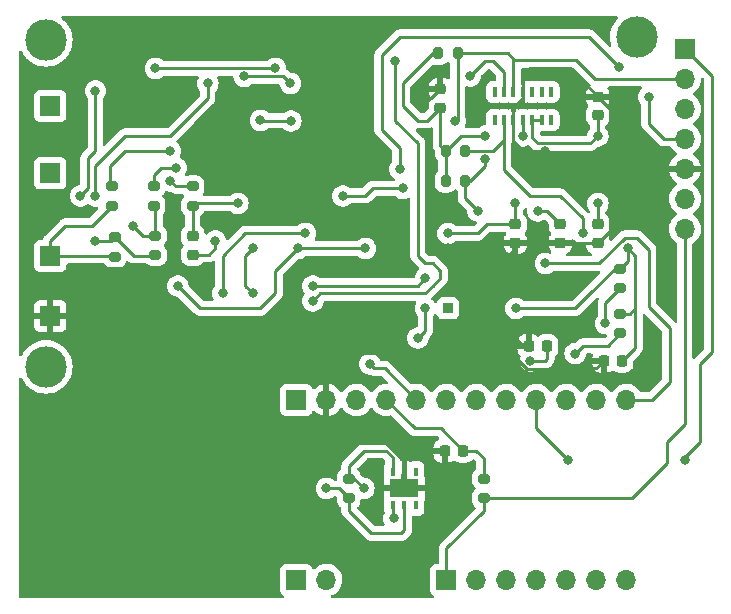
<source format=gbl>
%TF.GenerationSoftware,KiCad,Pcbnew,(6.0.9)*%
%TF.CreationDate,2024-01-25T22:47:47-06:00*%
%TF.ProjectId,AD8232_Heart_Rate_Monitor_v4.0,41443832-3332-45f4-9865-6172745f5261,rev?*%
%TF.SameCoordinates,Original*%
%TF.FileFunction,Copper,L2,Bot*%
%TF.FilePolarity,Positive*%
%FSLAX46Y46*%
G04 Gerber Fmt 4.6, Leading zero omitted, Abs format (unit mm)*
G04 Created by KiCad (PCBNEW (6.0.9)) date 2024-01-25 22:47:47*
%MOMM*%
%LPD*%
G01*
G04 APERTURE LIST*
G04 Aperture macros list*
%AMRoundRect*
0 Rectangle with rounded corners*
0 $1 Rounding radius*
0 $2 $3 $4 $5 $6 $7 $8 $9 X,Y pos of 4 corners*
0 Add a 4 corners polygon primitive as box body*
4,1,4,$2,$3,$4,$5,$6,$7,$8,$9,$2,$3,0*
0 Add four circle primitives for the rounded corners*
1,1,$1+$1,$2,$3*
1,1,$1+$1,$4,$5*
1,1,$1+$1,$6,$7*
1,1,$1+$1,$8,$9*
0 Add four rect primitives between the rounded corners*
20,1,$1+$1,$2,$3,$4,$5,0*
20,1,$1+$1,$4,$5,$6,$7,0*
20,1,$1+$1,$6,$7,$8,$9,0*
20,1,$1+$1,$8,$9,$2,$3,0*%
G04 Aperture macros list end*
%TA.AperFunction,ComponentPad*%
%ADD10R,1.700000X1.700000*%
%TD*%
%TA.AperFunction,ComponentPad*%
%ADD11O,1.700000X1.700000*%
%TD*%
%TA.AperFunction,ComponentPad*%
%ADD12R,0.850000X0.850000*%
%TD*%
%TA.AperFunction,ConnectorPad*%
%ADD13C,3.500000*%
%TD*%
%TA.AperFunction,ComponentPad*%
%ADD14C,2.600000*%
%TD*%
%TA.AperFunction,SMDPad,CuDef*%
%ADD15RoundRect,0.200000X0.275000X-0.200000X0.275000X0.200000X-0.275000X0.200000X-0.275000X-0.200000X0*%
%TD*%
%TA.AperFunction,SMDPad,CuDef*%
%ADD16RoundRect,0.200000X-0.275000X0.200000X-0.275000X-0.200000X0.275000X-0.200000X0.275000X0.200000X0*%
%TD*%
%TA.AperFunction,SMDPad,CuDef*%
%ADD17RoundRect,0.225000X0.250000X-0.225000X0.250000X0.225000X-0.250000X0.225000X-0.250000X-0.225000X0*%
%TD*%
%TA.AperFunction,SMDPad,CuDef*%
%ADD18R,0.406400X0.762000*%
%TD*%
%TA.AperFunction,SMDPad,CuDef*%
%ADD19R,2.489200X1.600200*%
%TD*%
%TA.AperFunction,SMDPad,CuDef*%
%ADD20RoundRect,0.225000X-0.250000X0.225000X-0.250000X-0.225000X0.250000X-0.225000X0.250000X0.225000X0*%
%TD*%
%TA.AperFunction,SMDPad,CuDef*%
%ADD21RoundRect,0.200000X0.200000X0.275000X-0.200000X0.275000X-0.200000X-0.275000X0.200000X-0.275000X0*%
%TD*%
%TA.AperFunction,SMDPad,CuDef*%
%ADD22RoundRect,0.225000X-0.225000X-0.250000X0.225000X-0.250000X0.225000X0.250000X-0.225000X0.250000X0*%
%TD*%
%TA.AperFunction,SMDPad,CuDef*%
%ADD23RoundRect,0.040000X-0.160000X0.380000X-0.160000X-0.380000X0.160000X-0.380000X0.160000X0.380000X0*%
%TD*%
%TA.AperFunction,SMDPad,CuDef*%
%ADD24RoundRect,0.040000X0.160000X-0.380000X0.160000X0.380000X-0.160000X0.380000X-0.160000X-0.380000X0*%
%TD*%
%TA.AperFunction,SMDPad,CuDef*%
%ADD25RoundRect,0.200000X-0.200000X-0.275000X0.200000X-0.275000X0.200000X0.275000X-0.200000X0.275000X0*%
%TD*%
%TA.AperFunction,SMDPad,CuDef*%
%ADD26RoundRect,0.225000X0.225000X0.250000X-0.225000X0.250000X-0.225000X-0.250000X0.225000X-0.250000X0*%
%TD*%
%TA.AperFunction,ViaPad*%
%ADD27C,0.800000*%
%TD*%
%TA.AperFunction,Conductor*%
%ADD28C,0.250000*%
%TD*%
G04 APERTURE END LIST*
D10*
X117983000Y-96012000D03*
D11*
X120523000Y-96012000D03*
X123063000Y-96012000D03*
X125603000Y-96012000D03*
X128143000Y-96012000D03*
X130683000Y-96012000D03*
X133223000Y-96012000D03*
X135763000Y-96012000D03*
X138303000Y-96012000D03*
X140843000Y-96012000D03*
X143383000Y-96012000D03*
X145923000Y-96012000D03*
D10*
X117983000Y-111252000D03*
D11*
X120523000Y-111252000D03*
D10*
X130683000Y-111252000D03*
D11*
X133223000Y-111252000D03*
X135763000Y-111252000D03*
X138303000Y-111252000D03*
X140843000Y-111252000D03*
X143383000Y-111252000D03*
X145923000Y-111252000D03*
D10*
X97155000Y-71120000D03*
X97155000Y-76835000D03*
X97155000Y-83820000D03*
D12*
X130810000Y-88265000D03*
D10*
X150876000Y-66294000D03*
D11*
X150876000Y-68834000D03*
X150876000Y-71374000D03*
X150876000Y-73914000D03*
X150876000Y-76454000D03*
X150876000Y-78994000D03*
X150876000Y-81534000D03*
D13*
X96774000Y-65532000D03*
D14*
X96774000Y-65532000D03*
D13*
X96774000Y-93218000D03*
D14*
X96774000Y-93218000D03*
X146812000Y-65278000D03*
D13*
X146812000Y-65278000D03*
D10*
X97155000Y-88900000D03*
D15*
X102616000Y-83883000D03*
X102616000Y-82233000D03*
D16*
X106045000Y-82106000D03*
X106045000Y-83756000D03*
D15*
X102362000Y-79565000D03*
X102362000Y-77915000D03*
X105918000Y-79565000D03*
X105918000Y-77915000D03*
D17*
X109220000Y-83706000D03*
X109220000Y-82156000D03*
D15*
X109220000Y-79565000D03*
X109220000Y-77915000D03*
X145415000Y-90360000D03*
X145415000Y-88710000D03*
D17*
X143510000Y-71895000D03*
X143510000Y-70345000D03*
D15*
X122428000Y-104330000D03*
X122428000Y-102680000D03*
D18*
X126136400Y-102082600D03*
X127127000Y-102082600D03*
X128117600Y-102082600D03*
X128117600Y-104927400D03*
X127127000Y-104927400D03*
X126136400Y-104927400D03*
D19*
X127127000Y-103505000D03*
D15*
X133858000Y-104330000D03*
X133858000Y-102680000D03*
D20*
X136525000Y-81140000D03*
X136525000Y-82690000D03*
D15*
X145415000Y-86550000D03*
X145415000Y-84900000D03*
D20*
X130175000Y-69710000D03*
X130175000Y-71260000D03*
D21*
X132270000Y-74930000D03*
X130620000Y-74930000D03*
D22*
X144005000Y-92710000D03*
X145555000Y-92710000D03*
D20*
X140335000Y-81140000D03*
X140335000Y-82690000D03*
D23*
X134760000Y-69925000D03*
X135560000Y-69925000D03*
X136360000Y-69925000D03*
X137160000Y-69925000D03*
X137960000Y-69925000D03*
X138760000Y-69925000D03*
X139560000Y-69925000D03*
D24*
X139560000Y-72315000D03*
X138760000Y-72315000D03*
X137960000Y-72315000D03*
X137160000Y-72315000D03*
X136360000Y-72315000D03*
X135560000Y-72315000D03*
X134760000Y-72315000D03*
D25*
X130620000Y-77470000D03*
X132270000Y-77470000D03*
D26*
X132093000Y-100330000D03*
X130543000Y-100330000D03*
D17*
X143510000Y-82690000D03*
X143510000Y-81140000D03*
D21*
X131635000Y-66675000D03*
X129985000Y-66675000D03*
D26*
X139205000Y-91440000D03*
X137655000Y-91440000D03*
D27*
X139065000Y-74971900D03*
X118745000Y-73701900D03*
X119380000Y-71755000D03*
X130810000Y-83185000D03*
X119380000Y-92075000D03*
X128270000Y-70485000D03*
X120650000Y-81280000D03*
X135931900Y-90170000D03*
X127000000Y-78105000D03*
X121920000Y-78740000D03*
X114300000Y-83185000D03*
X114300000Y-86995000D03*
X118745000Y-81915000D03*
X111760000Y-86995000D03*
X111125000Y-82550000D03*
X113030000Y-79375000D03*
X113559100Y-68621900D03*
X117475000Y-69215000D03*
X104140000Y-81280000D03*
X107315000Y-74930000D03*
X107788859Y-76361141D03*
X116205000Y-67945000D03*
X106045000Y-67945000D03*
X107315000Y-77470000D03*
X119380000Y-86360000D03*
X128905000Y-85725000D03*
X107950000Y-86360000D03*
X123825000Y-83185000D03*
X118110000Y-83185000D03*
X130810000Y-81915000D03*
X136525000Y-79333100D03*
X146050000Y-83185000D03*
X117516900Y-72390000D03*
X136566900Y-88265000D03*
X114935000Y-72348100D03*
X110490000Y-69215000D03*
X100965000Y-78740000D03*
X100965000Y-82550000D03*
X119380000Y-87630000D03*
X126365000Y-67310000D03*
X100965000Y-69850000D03*
X99695000Y-78740000D03*
X120523000Y-103505000D03*
X126746000Y-76454000D03*
X145288000Y-67818000D03*
X147828000Y-70358000D03*
X128905000Y-88265000D03*
X124206000Y-92964000D03*
X128270000Y-90763100D03*
X137795000Y-92710000D03*
X143510000Y-79375000D03*
X143510000Y-73660000D03*
X133985000Y-73660000D03*
X137160000Y-73660000D03*
X138430000Y-80010000D03*
X126238000Y-106045000D03*
X123698000Y-103505000D03*
X133985000Y-75606900D03*
X132715000Y-68580000D03*
X133350000Y-80010000D03*
X131445000Y-72390000D03*
X142240000Y-81915000D03*
X140970000Y-101092000D03*
X150876000Y-101092000D03*
X144145000Y-89535000D03*
X141585000Y-92095000D03*
X139065000Y-84455000D03*
D28*
X120015000Y-80645000D02*
X120650000Y-81280000D01*
X150876000Y-76454000D02*
X149352000Y-76454000D01*
X136525000Y-74295000D02*
X137201900Y-74971900D01*
X143370000Y-93345000D02*
X140970000Y-93345000D01*
X140970000Y-93345000D02*
X140927600Y-93387400D01*
X147320000Y-73406000D02*
X145529000Y-71615000D01*
X136360000Y-74130000D02*
X136525000Y-74295000D01*
X135931900Y-90170000D02*
X133350000Y-90170000D01*
X133350000Y-84455000D02*
X133350000Y-90170000D01*
X135890000Y-83820000D02*
X136525000Y-83185000D01*
X137160000Y-70485000D02*
X137160000Y-69925000D01*
X133350000Y-84455000D02*
X133985000Y-83820000D01*
X137201900Y-74971900D02*
X139065000Y-74971900D01*
X137795000Y-67945000D02*
X141110000Y-67945000D01*
X145529000Y-71615000D02*
X144780000Y-71615000D01*
X131445000Y-92075000D02*
X119380000Y-92075000D01*
X136360000Y-72315000D02*
X136360000Y-71285000D01*
X127127000Y-101219000D02*
X125603000Y-99695000D01*
X144780000Y-81420000D02*
X143510000Y-82690000D01*
X135931900Y-91804889D02*
X135931900Y-90170000D01*
X120523000Y-97790000D02*
X120523000Y-96012000D01*
X143510000Y-70345000D02*
X144780000Y-71615000D01*
X128016000Y-100330000D02*
X127127000Y-101219000D01*
X119380000Y-71755000D02*
X119380000Y-73066900D01*
X132080000Y-83185000D02*
X133350000Y-84455000D01*
X133350000Y-90170000D02*
X131445000Y-92075000D01*
X149352000Y-76454000D02*
X147320000Y-74422000D01*
X140335000Y-82690000D02*
X143510000Y-82690000D01*
X118745000Y-73701900D02*
X120015000Y-74971900D01*
X144005000Y-92710000D02*
X143370000Y-93345000D01*
X137514411Y-93387400D02*
X135931900Y-91804889D01*
X136525000Y-83185000D02*
X136525000Y-82690000D01*
X120015000Y-74971900D02*
X120015000Y-76200000D01*
X147320000Y-74422000D02*
X147320000Y-73406000D01*
X137160000Y-68580000D02*
X137795000Y-67945000D01*
X140927600Y-93387400D02*
X137514411Y-93387400D01*
X130543000Y-100330000D02*
X128016000Y-100330000D01*
X137655000Y-91440000D02*
X137201900Y-91440000D01*
X144780000Y-71615000D02*
X144780000Y-81420000D01*
X122428000Y-99695000D02*
X120523000Y-97790000D01*
X127127000Y-102082600D02*
X127127000Y-103505000D01*
X137201900Y-91440000D02*
X135931900Y-90170000D01*
X119380000Y-73066900D02*
X118745000Y-73701900D01*
X125603000Y-99695000D02*
X122428000Y-99695000D01*
X130810000Y-83185000D02*
X132080000Y-83185000D01*
X127127000Y-102082600D02*
X127127000Y-101219000D01*
X136360000Y-71285000D02*
X137160000Y-70485000D01*
X137160000Y-69925000D02*
X137160000Y-68580000D01*
X128270000Y-70485000D02*
X129400000Y-70485000D01*
X136525000Y-82690000D02*
X140335000Y-82690000D01*
X120015000Y-76200000D02*
X120015000Y-80645000D01*
X136360000Y-72315000D02*
X136360000Y-74130000D01*
X129400000Y-70485000D02*
X130175000Y-69710000D01*
X133985000Y-83820000D02*
X135890000Y-83820000D01*
X141110000Y-67945000D02*
X143510000Y-70345000D01*
X124460000Y-78105000D02*
X127000000Y-78105000D01*
X121920000Y-78740000D02*
X123825000Y-78740000D01*
X123825000Y-78740000D02*
X124460000Y-78105000D01*
X113665000Y-86360000D02*
X114300000Y-86995000D01*
X114300000Y-83185000D02*
X113665000Y-83820000D01*
X113665000Y-83820000D02*
X113665000Y-86360000D01*
X111760000Y-86995000D02*
X111760000Y-83820000D01*
X113665000Y-81915000D02*
X118745000Y-81915000D01*
X111760000Y-83820000D02*
X113665000Y-81915000D01*
X110604000Y-83706000D02*
X109220000Y-83706000D01*
X111125000Y-83185000D02*
X110604000Y-83706000D01*
X111125000Y-82550000D02*
X111125000Y-83185000D01*
X113030000Y-79375000D02*
X109410000Y-79375000D01*
X109220000Y-79565000D02*
X109220000Y-82156000D01*
X109410000Y-79375000D02*
X109220000Y-79565000D01*
X113559600Y-68622400D02*
X113559100Y-68621900D01*
X116205000Y-68622400D02*
X113559600Y-68622400D01*
X116882400Y-68622400D02*
X116205000Y-68622400D01*
X117475000Y-69215000D02*
X116882400Y-68622400D01*
X98425000Y-81280000D02*
X97155000Y-82550000D01*
X102553000Y-83820000D02*
X97155000Y-83820000D01*
X98425000Y-81280000D02*
X100647000Y-81280000D01*
X100647000Y-81280000D02*
X102362000Y-79565000D01*
X97155000Y-82550000D02*
X97155000Y-83820000D01*
X102616000Y-83883000D02*
X102553000Y-83820000D01*
X104966000Y-82106000D02*
X104140000Y-81280000D01*
X106045000Y-79692000D02*
X105918000Y-79565000D01*
X106045000Y-82106000D02*
X106045000Y-79692000D01*
X106045000Y-82106000D02*
X104966000Y-82106000D01*
X102235000Y-76200000D02*
X102235000Y-77788000D01*
X107315000Y-74930000D02*
X103505000Y-74930000D01*
X103505000Y-74930000D02*
X102235000Y-76200000D01*
X102235000Y-77788000D02*
X102362000Y-77915000D01*
X105918000Y-76962000D02*
X105918000Y-77915000D01*
X107788859Y-76361141D02*
X106518859Y-76361141D01*
X106518859Y-76361141D02*
X105918000Y-76962000D01*
X106045000Y-67945000D02*
X116205000Y-67945000D01*
X107760000Y-77915000D02*
X107315000Y-77470000D01*
X109220000Y-77915000D02*
X107760000Y-77915000D01*
X128905000Y-85725000D02*
X128270000Y-86360000D01*
X128270000Y-86360000D02*
X119380000Y-86360000D01*
X116205000Y-85090000D02*
X116205000Y-86360000D01*
X114935000Y-88265000D02*
X109855000Y-88265000D01*
X116205000Y-86360000D02*
X116205000Y-86995000D01*
X109855000Y-88265000D02*
X107950000Y-86360000D01*
X116205000Y-86995000D02*
X114935000Y-88265000D01*
X118110000Y-83185000D02*
X123825000Y-83185000D01*
X118110000Y-83185000D02*
X116205000Y-85090000D01*
X114976900Y-72390000D02*
X117516900Y-72390000D01*
X141605000Y-88265000D02*
X136566900Y-88265000D01*
X146685000Y-88265000D02*
X146685000Y-83820000D01*
X134125000Y-81140000D02*
X136525000Y-81140000D01*
X145555000Y-92710000D02*
X146685000Y-91580000D01*
X133350000Y-81915000D02*
X134125000Y-81140000D01*
X114935000Y-72348100D02*
X114976900Y-72390000D01*
X146685000Y-83820000D02*
X146050000Y-83185000D01*
X144970000Y-84900000D02*
X142875000Y-86995000D01*
X142875000Y-86995000D02*
X141605000Y-88265000D01*
X146050000Y-84265000D02*
X145415000Y-84900000D01*
X136525000Y-81140000D02*
X136525000Y-79333100D01*
X145415000Y-84900000D02*
X144970000Y-84900000D01*
X146050000Y-83185000D02*
X146050000Y-84265000D01*
X145415000Y-88710000D02*
X146240000Y-88710000D01*
X130810000Y-81915000D02*
X133350000Y-81915000D01*
X146240000Y-88710000D02*
X146685000Y-88265000D01*
X146685000Y-91580000D02*
X146685000Y-88265000D01*
X110490000Y-70485000D02*
X107315000Y-73660000D01*
X100965000Y-76200000D02*
X100965000Y-78740000D01*
X105981000Y-83820000D02*
X106045000Y-83756000D01*
X102616000Y-82233000D02*
X104203000Y-83820000D01*
X103505000Y-73660000D02*
X100965000Y-76200000D01*
X102299000Y-82550000D02*
X102616000Y-82233000D01*
X104203000Y-83820000D02*
X105981000Y-83820000D01*
X107315000Y-73660000D02*
X103505000Y-73660000D01*
X110490000Y-69215000D02*
X110490000Y-70485000D01*
X100965000Y-82550000D02*
X102299000Y-82550000D01*
X120015000Y-86995000D02*
X119380000Y-87630000D01*
X126365000Y-67310000D02*
X126365000Y-72390000D01*
X130175000Y-85725000D02*
X129540000Y-86360000D01*
X129540000Y-86360000D02*
X128905000Y-86995000D01*
X126365000Y-72390000D02*
X128270000Y-74295000D01*
X129540000Y-84455000D02*
X130175000Y-85090000D01*
X128905000Y-86995000D02*
X120015000Y-86995000D01*
X128905000Y-84455000D02*
X129540000Y-84455000D01*
X128270000Y-74295000D02*
X128270000Y-83820000D01*
X130175000Y-85090000D02*
X130175000Y-85725000D01*
X128270000Y-83820000D02*
X128905000Y-84455000D01*
X100330000Y-75565000D02*
X100330000Y-78105000D01*
X100330000Y-78105000D02*
X99695000Y-78740000D01*
X100965000Y-69850000D02*
X100965000Y-74295000D01*
X100965000Y-74930000D02*
X100330000Y-75565000D01*
X100965000Y-74295000D02*
X100965000Y-74930000D01*
X122428000Y-105410000D02*
X124333000Y-107315000D01*
X126746000Y-65278000D02*
X128270000Y-65278000D01*
X147828000Y-70358000D02*
X147828000Y-72644000D01*
X128016000Y-98425000D02*
X125603000Y-96012000D01*
X125222000Y-68072000D02*
X125222000Y-66802000D01*
X125476000Y-73406000D02*
X125222000Y-73152000D01*
X125730000Y-66294000D02*
X126746000Y-65278000D01*
X128270000Y-65278000D02*
X142748000Y-65278000D01*
X124333000Y-107315000D02*
X126873000Y-107315000D01*
X142748000Y-65278000D02*
X145288000Y-67818000D01*
X122428000Y-104330000D02*
X122428000Y-105410000D01*
X126746000Y-74676000D02*
X125476000Y-73406000D01*
X133858000Y-100965000D02*
X133858000Y-102680000D01*
X126746000Y-76454000D02*
X126746000Y-74676000D01*
X132093000Y-100330000D02*
X133223000Y-100330000D01*
X120523000Y-103505000D02*
X121603000Y-103505000D01*
X147828000Y-72644000D02*
X149098000Y-73914000D01*
X125222000Y-66802000D02*
X125730000Y-66294000D01*
X126873000Y-107315000D02*
X127127000Y-107061000D01*
X125222000Y-73152000D02*
X125222000Y-68072000D01*
X130188000Y-98425000D02*
X128016000Y-98425000D01*
X121603000Y-103505000D02*
X122428000Y-104330000D01*
X149098000Y-73914000D02*
X150876000Y-73914000D01*
X132093000Y-100330000D02*
X130188000Y-98425000D01*
X133223000Y-100330000D02*
X133858000Y-100965000D01*
X127127000Y-107061000D02*
X127127000Y-104927400D01*
X125476000Y-93345000D02*
X128143000Y-96012000D01*
X128905000Y-90170000D02*
X128270000Y-90805000D01*
X124587000Y-93345000D02*
X124206000Y-92964000D01*
X125476000Y-93345000D02*
X124587000Y-93345000D01*
X128905000Y-88265000D02*
X128905000Y-90170000D01*
X137795000Y-92710000D02*
X139065000Y-92710000D01*
X139065000Y-92710000D02*
X139205000Y-92570000D01*
X139205000Y-92570000D02*
X139205000Y-91440000D01*
X138430000Y-74295000D02*
X142875000Y-74295000D01*
X137960000Y-73825000D02*
X138430000Y-74295000D01*
X138760000Y-72315000D02*
X137960000Y-72315000D01*
X142875000Y-74295000D02*
X143510000Y-73660000D01*
X137960000Y-72315000D02*
X137960000Y-73825000D01*
X143510000Y-79375000D02*
X143510000Y-81140000D01*
X143510000Y-71895000D02*
X143510000Y-73660000D01*
X129045000Y-72390000D02*
X130175000Y-71260000D01*
X138430000Y-80010000D02*
X139205000Y-80010000D01*
X130175000Y-71260000D02*
X130175000Y-74485000D01*
X139205000Y-80010000D02*
X140335000Y-81140000D01*
X128270000Y-72390000D02*
X129045000Y-72390000D01*
X137160000Y-72315000D02*
X137160000Y-73660000D01*
X130175000Y-74485000D02*
X130620000Y-74930000D01*
X133985000Y-73660000D02*
X131890000Y-73660000D01*
X127000000Y-69215000D02*
X127000000Y-71120000D01*
X129985000Y-66675000D02*
X129540000Y-66675000D01*
X129540000Y-66675000D02*
X127000000Y-69215000D01*
X127000000Y-71120000D02*
X128270000Y-72390000D01*
X131890000Y-73660000D02*
X130620000Y-74930000D01*
X130620000Y-77470000D02*
X130620000Y-74930000D01*
X130683000Y-108585000D02*
X130683000Y-111252000D01*
X150876000Y-98044000D02*
X150876000Y-81534000D01*
X126136400Y-105943400D02*
X126238000Y-106045000D01*
X126136400Y-104927400D02*
X126136400Y-105943400D01*
X146368000Y-104330000D02*
X149352000Y-101346000D01*
X133858000Y-104330000D02*
X133858000Y-105410000D01*
X149352000Y-101346000D02*
X149352000Y-99568000D01*
X133858000Y-104330000D02*
X146368000Y-104330000D01*
X149352000Y-99568000D02*
X150876000Y-98044000D01*
X133858000Y-105410000D02*
X130683000Y-108585000D01*
X126136400Y-100863400D02*
X126136400Y-102082600D01*
X122428000Y-102680000D02*
X122873000Y-102680000D01*
X122873000Y-102680000D02*
X123698000Y-103505000D01*
X123698000Y-100330000D02*
X125603000Y-100330000D01*
X122428000Y-101600000D02*
X123698000Y-100330000D01*
X125603000Y-100330000D02*
X126136400Y-100863400D01*
X122428000Y-102680000D02*
X122428000Y-101600000D01*
X135560000Y-68250000D02*
X134620000Y-67310000D01*
X132270000Y-77470000D02*
X132270000Y-78930000D01*
X133985000Y-75606900D02*
X133985000Y-76200000D01*
X132270000Y-78930000D02*
X133350000Y-80010000D01*
X134620000Y-67310000D02*
X133985000Y-67310000D01*
X133985000Y-67310000D02*
X132715000Y-68580000D01*
X135560000Y-69925000D02*
X135560000Y-68250000D01*
X133985000Y-76200000D02*
X132715000Y-77470000D01*
X132715000Y-77470000D02*
X132270000Y-77470000D01*
X150876000Y-68834000D02*
X143256000Y-68834000D01*
X136360000Y-67145000D02*
X135890000Y-66675000D01*
X143256000Y-68834000D02*
X141694000Y-67272000D01*
X131635000Y-66675000D02*
X131635000Y-72200000D01*
X136360000Y-67272000D02*
X136360000Y-67145000D01*
X131635000Y-72200000D02*
X131445000Y-72390000D01*
X135890000Y-66675000D02*
X131635000Y-66675000D01*
X136360000Y-69925000D02*
X136360000Y-67272000D01*
X141694000Y-67272000D02*
X136360000Y-67272000D01*
X135560000Y-76505000D02*
X135560000Y-73990000D01*
X152146000Y-98806000D02*
X152146000Y-99568000D01*
X150876000Y-66294000D02*
X153162000Y-68580000D01*
X151638000Y-100076000D02*
X150876000Y-100838000D01*
X140970000Y-101092000D02*
X138303000Y-98425000D01*
X135560000Y-72315000D02*
X135560000Y-73990000D01*
X140335000Y-78740000D02*
X137795000Y-78740000D01*
X142240000Y-81915000D02*
X142240000Y-80645000D01*
X152146000Y-99568000D02*
X151638000Y-100076000D01*
X138303000Y-95885000D02*
X138303000Y-96012000D01*
X134620000Y-74930000D02*
X132270000Y-74930000D01*
X152400000Y-92710000D02*
X152146000Y-92964000D01*
X153162000Y-68580000D02*
X153162000Y-71374000D01*
X150876000Y-100838000D02*
X150876000Y-101092000D01*
X138303000Y-98425000D02*
X138303000Y-96012000D01*
X135560000Y-73990000D02*
X134620000Y-74930000D01*
X137795000Y-78740000D02*
X135560000Y-76505000D01*
X153162000Y-71374000D02*
X153162000Y-91948000D01*
X152146000Y-92964000D02*
X152146000Y-98806000D01*
X142240000Y-80645000D02*
X140335000Y-78740000D01*
X153162000Y-91948000D02*
X152400000Y-92710000D01*
X144145000Y-87820000D02*
X144145000Y-89535000D01*
X145415000Y-86550000D02*
X144145000Y-87820000D01*
X145415000Y-90360000D02*
X144335000Y-91440000D01*
X144335000Y-91440000D02*
X142240000Y-91440000D01*
X142240000Y-91440000D02*
X141585000Y-92095000D01*
X147828000Y-88138000D02*
X149606000Y-89916000D01*
X149606000Y-89916000D02*
X149606000Y-94488000D01*
X149606000Y-94488000D02*
X148082000Y-96012000D01*
X143637000Y-84455000D02*
X145796000Y-82296000D01*
X147828000Y-83312000D02*
X147828000Y-88138000D01*
X148082000Y-96012000D02*
X145923000Y-96012000D01*
X146812000Y-82296000D02*
X147828000Y-83312000D01*
X139065000Y-84455000D02*
X143637000Y-84455000D01*
X145796000Y-82296000D02*
X146812000Y-82296000D01*
%TA.AperFunction,Conductor*%
G36*
X145156894Y-63520502D02*
G01*
X145203387Y-63574158D01*
X145213491Y-63644432D01*
X145183505Y-63709578D01*
X145019085Y-63897062D01*
X145019081Y-63897068D01*
X145016367Y-63900162D01*
X145014078Y-63903588D01*
X145014074Y-63903593D01*
X144891256Y-64087405D01*
X144851885Y-64146327D01*
X144720941Y-64411855D01*
X144719616Y-64415760D01*
X144719615Y-64415761D01*
X144627162Y-64688121D01*
X144625776Y-64692203D01*
X144624972Y-64696247D01*
X144624970Y-64696253D01*
X144575252Y-64946203D01*
X144568017Y-64982574D01*
X144567748Y-64986679D01*
X144567747Y-64986686D01*
X144551634Y-65232535D01*
X144548654Y-65278000D01*
X144548924Y-65282119D01*
X144565572Y-65536119D01*
X144568017Y-65573426D01*
X144568819Y-65577459D01*
X144568820Y-65577465D01*
X144624970Y-65859747D01*
X144625776Y-65863797D01*
X144627103Y-65867706D01*
X144627104Y-65867710D01*
X144655618Y-65951709D01*
X144658574Y-66022644D01*
X144622711Y-66083916D01*
X144559414Y-66116073D01*
X144488780Y-66108904D01*
X144447210Y-66081305D01*
X143251652Y-64885747D01*
X143244112Y-64877461D01*
X143240000Y-64870982D01*
X143214034Y-64846598D01*
X143190349Y-64824357D01*
X143187507Y-64821602D01*
X143167770Y-64801865D01*
X143164573Y-64799385D01*
X143155551Y-64791680D01*
X143142122Y-64779069D01*
X143123321Y-64761414D01*
X143116375Y-64757595D01*
X143116372Y-64757593D01*
X143105566Y-64751652D01*
X143089047Y-64740801D01*
X143088583Y-64740441D01*
X143073041Y-64728386D01*
X143065772Y-64725241D01*
X143065768Y-64725238D01*
X143032463Y-64710826D01*
X143021813Y-64705609D01*
X142983060Y-64684305D01*
X142963437Y-64679267D01*
X142944734Y-64672863D01*
X142933420Y-64667967D01*
X142933419Y-64667967D01*
X142926145Y-64664819D01*
X142918322Y-64663580D01*
X142918312Y-64663577D01*
X142882476Y-64657901D01*
X142870856Y-64655495D01*
X142835711Y-64646472D01*
X142835710Y-64646472D01*
X142828030Y-64644500D01*
X142807776Y-64644500D01*
X142788065Y-64642949D01*
X142775886Y-64641020D01*
X142768057Y-64639780D01*
X142738786Y-64642547D01*
X142724039Y-64643941D01*
X142712181Y-64644500D01*
X126824767Y-64644500D01*
X126813584Y-64643973D01*
X126806091Y-64642298D01*
X126798165Y-64642547D01*
X126798164Y-64642547D01*
X126738001Y-64644438D01*
X126734043Y-64644500D01*
X126706144Y-64644500D01*
X126702154Y-64645004D01*
X126690320Y-64645936D01*
X126646111Y-64647326D01*
X126638497Y-64649538D01*
X126638492Y-64649539D01*
X126626659Y-64652977D01*
X126607296Y-64656988D01*
X126587203Y-64659526D01*
X126579836Y-64662443D01*
X126579831Y-64662444D01*
X126546092Y-64675802D01*
X126534865Y-64679646D01*
X126492407Y-64691982D01*
X126485581Y-64696019D01*
X126474972Y-64702293D01*
X126457224Y-64710988D01*
X126438383Y-64718448D01*
X126431967Y-64723110D01*
X126431966Y-64723110D01*
X126402613Y-64744436D01*
X126392693Y-64750952D01*
X126361465Y-64769420D01*
X126361462Y-64769422D01*
X126354638Y-64773458D01*
X126340317Y-64787779D01*
X126325284Y-64800619D01*
X126308893Y-64812528D01*
X126303843Y-64818632D01*
X126303838Y-64818637D01*
X126280707Y-64846598D01*
X126272717Y-64855379D01*
X125338637Y-65789458D01*
X124829741Y-66298354D01*
X124821460Y-66305889D01*
X124814982Y-66310000D01*
X124809557Y-66315777D01*
X124768357Y-66359651D01*
X124765602Y-66362493D01*
X124745865Y-66382230D01*
X124743385Y-66385427D01*
X124735682Y-66394447D01*
X124705414Y-66426679D01*
X124701595Y-66433625D01*
X124701593Y-66433628D01*
X124695652Y-66444434D01*
X124684801Y-66460953D01*
X124672386Y-66476959D01*
X124669241Y-66484228D01*
X124669238Y-66484232D01*
X124654826Y-66517537D01*
X124649609Y-66528187D01*
X124628305Y-66566940D01*
X124626334Y-66574615D01*
X124626334Y-66574616D01*
X124623267Y-66586562D01*
X124616863Y-66605266D01*
X124608819Y-66623855D01*
X124607580Y-66631678D01*
X124607577Y-66631688D01*
X124601901Y-66667524D01*
X124599495Y-66679144D01*
X124590472Y-66714289D01*
X124588500Y-66721970D01*
X124588500Y-66742224D01*
X124586949Y-66761934D01*
X124583780Y-66781943D01*
X124584526Y-66789835D01*
X124587941Y-66825961D01*
X124588500Y-66837819D01*
X124588500Y-73073233D01*
X124587973Y-73084416D01*
X124586298Y-73091909D01*
X124586547Y-73099835D01*
X124586547Y-73099836D01*
X124588438Y-73159986D01*
X124588500Y-73163945D01*
X124588500Y-73191856D01*
X124588997Y-73195790D01*
X124588997Y-73195791D01*
X124589005Y-73195856D01*
X124589938Y-73207693D01*
X124591327Y-73251889D01*
X124596736Y-73270507D01*
X124596978Y-73271339D01*
X124600987Y-73290700D01*
X124603526Y-73310797D01*
X124606445Y-73318168D01*
X124606445Y-73318170D01*
X124619804Y-73351912D01*
X124623649Y-73363142D01*
X124635982Y-73405593D01*
X124640015Y-73412412D01*
X124640017Y-73412417D01*
X124646293Y-73423028D01*
X124654988Y-73440776D01*
X124662448Y-73459617D01*
X124667110Y-73466033D01*
X124667110Y-73466034D01*
X124688436Y-73495387D01*
X124694952Y-73505307D01*
X124717458Y-73543362D01*
X124731779Y-73557683D01*
X124744619Y-73572716D01*
X124756528Y-73589107D01*
X124762634Y-73594158D01*
X124790605Y-73617298D01*
X124799384Y-73625288D01*
X126075595Y-74901499D01*
X126109621Y-74963811D01*
X126112500Y-74990594D01*
X126112500Y-75751476D01*
X126092498Y-75819597D01*
X126080142Y-75835779D01*
X126006960Y-75917056D01*
X125911473Y-76082444D01*
X125852458Y-76264072D01*
X125851768Y-76270633D01*
X125851768Y-76270635D01*
X125846280Y-76322855D01*
X125832496Y-76454000D01*
X125833186Y-76460565D01*
X125851726Y-76636959D01*
X125852458Y-76643928D01*
X125911473Y-76825556D01*
X125914776Y-76831278D01*
X125914777Y-76831279D01*
X125927429Y-76853192D01*
X126006960Y-76990944D01*
X126011378Y-76995851D01*
X126011379Y-76995852D01*
X126130325Y-77127955D01*
X126134747Y-77132866D01*
X126225057Y-77198480D01*
X126287109Y-77243564D01*
X126330463Y-77299786D01*
X126336538Y-77370523D01*
X126303406Y-77433314D01*
X126241586Y-77468226D01*
X126213048Y-77471500D01*
X124538768Y-77471500D01*
X124527585Y-77470973D01*
X124520092Y-77469298D01*
X124512166Y-77469547D01*
X124512165Y-77469547D01*
X124452002Y-77471438D01*
X124448044Y-77471500D01*
X124420144Y-77471500D01*
X124416154Y-77472004D01*
X124404320Y-77472936D01*
X124360111Y-77474326D01*
X124352495Y-77476539D01*
X124352493Y-77476539D01*
X124340652Y-77479979D01*
X124321293Y-77483988D01*
X124319983Y-77484154D01*
X124301203Y-77486526D01*
X124293837Y-77489442D01*
X124293831Y-77489444D01*
X124260098Y-77502800D01*
X124248868Y-77506645D01*
X124214017Y-77516770D01*
X124206407Y-77518981D01*
X124199584Y-77523016D01*
X124188966Y-77529295D01*
X124171213Y-77537992D01*
X124163568Y-77541019D01*
X124152383Y-77545448D01*
X124145968Y-77550109D01*
X124116612Y-77571437D01*
X124106695Y-77577951D01*
X124068638Y-77600458D01*
X124054317Y-77614779D01*
X124039284Y-77627619D01*
X124022893Y-77639528D01*
X124001952Y-77664842D01*
X123994712Y-77673593D01*
X123986722Y-77682374D01*
X123599499Y-78069596D01*
X123537187Y-78103621D01*
X123510404Y-78106500D01*
X122628200Y-78106500D01*
X122560079Y-78086498D01*
X122540853Y-78070157D01*
X122540580Y-78070460D01*
X122535668Y-78066037D01*
X122531253Y-78061134D01*
X122407924Y-77971530D01*
X122382094Y-77952763D01*
X122382093Y-77952762D01*
X122376752Y-77948882D01*
X122370724Y-77946198D01*
X122370722Y-77946197D01*
X122208319Y-77873891D01*
X122208318Y-77873891D01*
X122202288Y-77871206D01*
X122108888Y-77851353D01*
X122021944Y-77832872D01*
X122021939Y-77832872D01*
X122015487Y-77831500D01*
X121824513Y-77831500D01*
X121818061Y-77832872D01*
X121818056Y-77832872D01*
X121731112Y-77851353D01*
X121637712Y-77871206D01*
X121631682Y-77873891D01*
X121631681Y-77873891D01*
X121469278Y-77946197D01*
X121469276Y-77946198D01*
X121463248Y-77948882D01*
X121457907Y-77952762D01*
X121457906Y-77952763D01*
X121432076Y-77971530D01*
X121308747Y-78061134D01*
X121304326Y-78066044D01*
X121304325Y-78066045D01*
X121189897Y-78193131D01*
X121180960Y-78203056D01*
X121156708Y-78245062D01*
X121093472Y-78354590D01*
X121085473Y-78368444D01*
X121026458Y-78550072D01*
X121025768Y-78556633D01*
X121025768Y-78556635D01*
X121010227Y-78704499D01*
X121006496Y-78740000D01*
X121007186Y-78746565D01*
X121023187Y-78898803D01*
X121026458Y-78929928D01*
X121085473Y-79111556D01*
X121088776Y-79117278D01*
X121088777Y-79117279D01*
X121104142Y-79143891D01*
X121180960Y-79276944D01*
X121185378Y-79281851D01*
X121185379Y-79281852D01*
X121297545Y-79406425D01*
X121308747Y-79418866D01*
X121463248Y-79531118D01*
X121469276Y-79533802D01*
X121469278Y-79533803D01*
X121598534Y-79591351D01*
X121637712Y-79608794D01*
X121731113Y-79628647D01*
X121818056Y-79647128D01*
X121818061Y-79647128D01*
X121824513Y-79648500D01*
X122015487Y-79648500D01*
X122021939Y-79647128D01*
X122021944Y-79647128D01*
X122108887Y-79628647D01*
X122202288Y-79608794D01*
X122241466Y-79591351D01*
X122370722Y-79533803D01*
X122370724Y-79533802D01*
X122376752Y-79531118D01*
X122463423Y-79468148D01*
X122513777Y-79431563D01*
X122531253Y-79418866D01*
X122535668Y-79413963D01*
X122540580Y-79409540D01*
X122541705Y-79410789D01*
X122595014Y-79377949D01*
X122628200Y-79373500D01*
X123746233Y-79373500D01*
X123757416Y-79374027D01*
X123764909Y-79375702D01*
X123772835Y-79375453D01*
X123772836Y-79375453D01*
X123832986Y-79373562D01*
X123836945Y-79373500D01*
X123864856Y-79373500D01*
X123868791Y-79373003D01*
X123868856Y-79372995D01*
X123880693Y-79372062D01*
X123912951Y-79371048D01*
X123916970Y-79370922D01*
X123924889Y-79370673D01*
X123944343Y-79365021D01*
X123963700Y-79361013D01*
X123975930Y-79359468D01*
X123975931Y-79359468D01*
X123983797Y-79358474D01*
X123991168Y-79355555D01*
X123991170Y-79355555D01*
X124024912Y-79342196D01*
X124036142Y-79338351D01*
X124070983Y-79328229D01*
X124070984Y-79328229D01*
X124078593Y-79326018D01*
X124085412Y-79321985D01*
X124085417Y-79321983D01*
X124096028Y-79315707D01*
X124113776Y-79307012D01*
X124132617Y-79299552D01*
X124168387Y-79273564D01*
X124178307Y-79267048D01*
X124209535Y-79248580D01*
X124209538Y-79248578D01*
X124216362Y-79244542D01*
X124230683Y-79230221D01*
X124245717Y-79217380D01*
X124255694Y-79210131D01*
X124262107Y-79205472D01*
X124290298Y-79171395D01*
X124298288Y-79162616D01*
X124685499Y-78775405D01*
X124747811Y-78741379D01*
X124774594Y-78738500D01*
X126291800Y-78738500D01*
X126359921Y-78758502D01*
X126379147Y-78774843D01*
X126379420Y-78774540D01*
X126384332Y-78778963D01*
X126388747Y-78783866D01*
X126394086Y-78787745D01*
X126507175Y-78869909D01*
X126543248Y-78896118D01*
X126549276Y-78898802D01*
X126549278Y-78898803D01*
X126704314Y-78967829D01*
X126717712Y-78973794D01*
X126796994Y-78990646D01*
X126898056Y-79012128D01*
X126898061Y-79012128D01*
X126904513Y-79013500D01*
X127095487Y-79013500D01*
X127101939Y-79012128D01*
X127101944Y-79012128D01*
X127203006Y-78990646D01*
X127282288Y-78973794D01*
X127300037Y-78965892D01*
X127456752Y-78896118D01*
X127457677Y-78898196D01*
X127516488Y-78883924D01*
X127583581Y-78907141D01*
X127627472Y-78962945D01*
X127636500Y-79009782D01*
X127636500Y-83741233D01*
X127635973Y-83752416D01*
X127634298Y-83759909D01*
X127634547Y-83767832D01*
X127634547Y-83767833D01*
X127636438Y-83827986D01*
X127636500Y-83831945D01*
X127636500Y-83859856D01*
X127636997Y-83863790D01*
X127636997Y-83863791D01*
X127637005Y-83863856D01*
X127637938Y-83875693D01*
X127639327Y-83919889D01*
X127643599Y-83934593D01*
X127644978Y-83939339D01*
X127648987Y-83958700D01*
X127651526Y-83978797D01*
X127654445Y-83986168D01*
X127654445Y-83986170D01*
X127667804Y-84019912D01*
X127671649Y-84031142D01*
X127681771Y-84065983D01*
X127683982Y-84073593D01*
X127688015Y-84080412D01*
X127688017Y-84080417D01*
X127694293Y-84091028D01*
X127702988Y-84108776D01*
X127710448Y-84127617D01*
X127715110Y-84134033D01*
X127715110Y-84134034D01*
X127736436Y-84163387D01*
X127742952Y-84173307D01*
X127765458Y-84211362D01*
X127779779Y-84225683D01*
X127792619Y-84240716D01*
X127804528Y-84257107D01*
X127823747Y-84273006D01*
X127838605Y-84285298D01*
X127847384Y-84293288D01*
X128366942Y-84812846D01*
X128400968Y-84875158D01*
X128395903Y-84945973D01*
X128351910Y-85003876D01*
X128293747Y-85046134D01*
X128289326Y-85051044D01*
X128289325Y-85051045D01*
X128174897Y-85178131D01*
X128165960Y-85188056D01*
X128162659Y-85193774D01*
X128098098Y-85305597D01*
X128070473Y-85353444D01*
X128011458Y-85535072D01*
X128010769Y-85541631D01*
X128010768Y-85541634D01*
X128003197Y-85613671D01*
X127976184Y-85679327D01*
X127917962Y-85719957D01*
X127877887Y-85726500D01*
X120088200Y-85726500D01*
X120020079Y-85706498D01*
X120000853Y-85690157D01*
X120000580Y-85690460D01*
X119995668Y-85686037D01*
X119991253Y-85681134D01*
X119836752Y-85568882D01*
X119830724Y-85566198D01*
X119830722Y-85566197D01*
X119668319Y-85493891D01*
X119668318Y-85493891D01*
X119662288Y-85491206D01*
X119568887Y-85471353D01*
X119481944Y-85452872D01*
X119481939Y-85452872D01*
X119475487Y-85451500D01*
X119284513Y-85451500D01*
X119278061Y-85452872D01*
X119278056Y-85452872D01*
X119191113Y-85471353D01*
X119097712Y-85491206D01*
X119091682Y-85493891D01*
X119091681Y-85493891D01*
X118929278Y-85566197D01*
X118929276Y-85566198D01*
X118923248Y-85568882D01*
X118768747Y-85681134D01*
X118764326Y-85686044D01*
X118764325Y-85686045D01*
X118650275Y-85812711D01*
X118640960Y-85823056D01*
X118637659Y-85828774D01*
X118557849Y-85967009D01*
X118545473Y-85988444D01*
X118486458Y-86170072D01*
X118485768Y-86176633D01*
X118485768Y-86176635D01*
X118474775Y-86281233D01*
X118466496Y-86360000D01*
X118486458Y-86549928D01*
X118545473Y-86731556D01*
X118548776Y-86737278D01*
X118548777Y-86737279D01*
X118565176Y-86765683D01*
X118640960Y-86896944D01*
X118653338Y-86910691D01*
X118684054Y-86974697D01*
X118675290Y-87045150D01*
X118653339Y-87079307D01*
X118640960Y-87093056D01*
X118626642Y-87117856D01*
X118561861Y-87230060D01*
X118545473Y-87258444D01*
X118486458Y-87440072D01*
X118485768Y-87446633D01*
X118485768Y-87446635D01*
X118478951Y-87511496D01*
X118466496Y-87630000D01*
X118467186Y-87636565D01*
X118485441Y-87810248D01*
X118486458Y-87819928D01*
X118545473Y-88001556D01*
X118640960Y-88166944D01*
X118768747Y-88308866D01*
X118923248Y-88421118D01*
X118929276Y-88423802D01*
X118929278Y-88423803D01*
X119091681Y-88496109D01*
X119097712Y-88498794D01*
X119191113Y-88518647D01*
X119278056Y-88537128D01*
X119278061Y-88537128D01*
X119284513Y-88538500D01*
X119475487Y-88538500D01*
X119481939Y-88537128D01*
X119481944Y-88537128D01*
X119568887Y-88518647D01*
X119662288Y-88498794D01*
X119668319Y-88496109D01*
X119830722Y-88423803D01*
X119830724Y-88423802D01*
X119836752Y-88421118D01*
X119991253Y-88308866D01*
X120119040Y-88166944D01*
X120214527Y-88001556D01*
X120273542Y-87819928D01*
X120274560Y-87810248D01*
X120281803Y-87741329D01*
X120308816Y-87675673D01*
X120367038Y-87635043D01*
X120407113Y-87628500D01*
X128005200Y-87628500D01*
X128073321Y-87648502D01*
X128119814Y-87702158D01*
X128129918Y-87772432D01*
X128114319Y-87817500D01*
X128095447Y-87850188D01*
X128070473Y-87893444D01*
X128011458Y-88075072D01*
X127991496Y-88265000D01*
X127992186Y-88271565D01*
X128008187Y-88423803D01*
X128011458Y-88454928D01*
X128070473Y-88636556D01*
X128073776Y-88642278D01*
X128073777Y-88642279D01*
X128082422Y-88657253D01*
X128165960Y-88801944D01*
X128239137Y-88883215D01*
X128269853Y-88947221D01*
X128271500Y-88967524D01*
X128271500Y-89731952D01*
X128251498Y-89800073D01*
X128197842Y-89846566D01*
X128171701Y-89855198D01*
X127987712Y-89894306D01*
X127981682Y-89896991D01*
X127981681Y-89896991D01*
X127819278Y-89969297D01*
X127819276Y-89969298D01*
X127813248Y-89971982D01*
X127658747Y-90084234D01*
X127654326Y-90089144D01*
X127654325Y-90089145D01*
X127551080Y-90203811D01*
X127530960Y-90226156D01*
X127435473Y-90391544D01*
X127376458Y-90573172D01*
X127375768Y-90579733D01*
X127375768Y-90579735D01*
X127369130Y-90642892D01*
X127356496Y-90763100D01*
X127357186Y-90769665D01*
X127369320Y-90885110D01*
X127376458Y-90953028D01*
X127435473Y-91134656D01*
X127438776Y-91140378D01*
X127438777Y-91140379D01*
X127465405Y-91186500D01*
X127530960Y-91300044D01*
X127535378Y-91304951D01*
X127535379Y-91304952D01*
X127635488Y-91416134D01*
X127658747Y-91441966D01*
X127813248Y-91554218D01*
X127819276Y-91556902D01*
X127819278Y-91556903D01*
X127962484Y-91620662D01*
X127987712Y-91631894D01*
X128081113Y-91651747D01*
X128168056Y-91670228D01*
X128168061Y-91670228D01*
X128174513Y-91671600D01*
X128365487Y-91671600D01*
X128371939Y-91670228D01*
X128371944Y-91670228D01*
X128458887Y-91651747D01*
X128552288Y-91631894D01*
X128577516Y-91620662D01*
X128720722Y-91556903D01*
X128720724Y-91556902D01*
X128726752Y-91554218D01*
X128881253Y-91441966D01*
X128904512Y-91416134D01*
X129004621Y-91304952D01*
X129004622Y-91304951D01*
X129009040Y-91300044D01*
X129074595Y-91186500D01*
X129085342Y-91167885D01*
X136697000Y-91167885D01*
X136701475Y-91183124D01*
X136702865Y-91184329D01*
X136710548Y-91186000D01*
X137382885Y-91186000D01*
X137398124Y-91181525D01*
X137399329Y-91180135D01*
X137401000Y-91172452D01*
X137401000Y-90475115D01*
X137396525Y-90459876D01*
X137395135Y-90458671D01*
X137387452Y-90457000D01*
X137384562Y-90457000D01*
X137378047Y-90457337D01*
X137285943Y-90466894D01*
X137272544Y-90469788D01*
X137123893Y-90519381D01*
X137110714Y-90525555D01*
X136977827Y-90607788D01*
X136966426Y-90616824D01*
X136856014Y-90727429D01*
X136847002Y-90738840D01*
X136764996Y-90871880D01*
X136758849Y-90885061D01*
X136709509Y-91033814D01*
X136706642Y-91047190D01*
X136697328Y-91138097D01*
X136697000Y-91144514D01*
X136697000Y-91167885D01*
X129085342Y-91167885D01*
X129101223Y-91140379D01*
X129101224Y-91140378D01*
X129104527Y-91134656D01*
X129163542Y-90953028D01*
X129175986Y-90834627D01*
X129202999Y-90768971D01*
X129212201Y-90758703D01*
X129297247Y-90673657D01*
X129305537Y-90666113D01*
X129312018Y-90662000D01*
X129329962Y-90642892D01*
X129358658Y-90612333D01*
X129361413Y-90609491D01*
X129381135Y-90589769D01*
X129383612Y-90586576D01*
X129391317Y-90577555D01*
X129416159Y-90551100D01*
X129421586Y-90545321D01*
X129425407Y-90538371D01*
X129431346Y-90527568D01*
X129442202Y-90511041D01*
X129449757Y-90501302D01*
X129449758Y-90501300D01*
X129454614Y-90495040D01*
X129472174Y-90454460D01*
X129477391Y-90443812D01*
X129494875Y-90412009D01*
X129494876Y-90412007D01*
X129498695Y-90405060D01*
X129503733Y-90385437D01*
X129510137Y-90366734D01*
X129515033Y-90355420D01*
X129515033Y-90355419D01*
X129518181Y-90348145D01*
X129519420Y-90340322D01*
X129519423Y-90340312D01*
X129525099Y-90304476D01*
X129527505Y-90292856D01*
X129536528Y-90257711D01*
X129536528Y-90257710D01*
X129538500Y-90250030D01*
X129538500Y-90229776D01*
X129540051Y-90210065D01*
X129541980Y-90197886D01*
X129543220Y-90190057D01*
X129539059Y-90146038D01*
X129538500Y-90134181D01*
X129538500Y-88967524D01*
X129558502Y-88899403D01*
X129570858Y-88883221D01*
X129644040Y-88801944D01*
X129656057Y-88781130D01*
X129707439Y-88732138D01*
X129777153Y-88718703D01*
X129843064Y-88745090D01*
X129882572Y-88800572D01*
X129883255Y-88800316D01*
X129884290Y-88803076D01*
X129884290Y-88803077D01*
X129897156Y-88837396D01*
X129934385Y-88936705D01*
X130021739Y-89053261D01*
X130138295Y-89140615D01*
X130274684Y-89191745D01*
X130336866Y-89198500D01*
X131283134Y-89198500D01*
X131345316Y-89191745D01*
X131481705Y-89140615D01*
X131598261Y-89053261D01*
X131685615Y-88936705D01*
X131736745Y-88800316D01*
X131743500Y-88738134D01*
X131743500Y-87791866D01*
X131736745Y-87729684D01*
X131685615Y-87593295D01*
X131598261Y-87476739D01*
X131481705Y-87389385D01*
X131345316Y-87338255D01*
X131283134Y-87331500D01*
X130336866Y-87331500D01*
X130274684Y-87338255D01*
X130138295Y-87389385D01*
X130021739Y-87476739D01*
X129934385Y-87593295D01*
X129883255Y-87729684D01*
X129880043Y-87728480D01*
X129852631Y-87776573D01*
X129789709Y-87809456D01*
X129718997Y-87803101D01*
X129662947Y-87759525D01*
X129656056Y-87748869D01*
X129651703Y-87741329D01*
X129644040Y-87728056D01*
X129620722Y-87702158D01*
X129520675Y-87591045D01*
X129520674Y-87591044D01*
X129516253Y-87586134D01*
X129458090Y-87543876D01*
X129414738Y-87487654D01*
X129408663Y-87416918D01*
X129443058Y-87352846D01*
X130567247Y-86228657D01*
X130575537Y-86221113D01*
X130582018Y-86217000D01*
X130628659Y-86167332D01*
X130631413Y-86164491D01*
X130651135Y-86144769D01*
X130653612Y-86141576D01*
X130661317Y-86132555D01*
X130686159Y-86106100D01*
X130691586Y-86100321D01*
X130699184Y-86086500D01*
X130701346Y-86082568D01*
X130712202Y-86066041D01*
X130719757Y-86056302D01*
X130719758Y-86056300D01*
X130724614Y-86050040D01*
X130742174Y-86009460D01*
X130747391Y-85998812D01*
X130764875Y-85967009D01*
X130764876Y-85967007D01*
X130768695Y-85960060D01*
X130773733Y-85940437D01*
X130780137Y-85921734D01*
X130785033Y-85910420D01*
X130785033Y-85910419D01*
X130788181Y-85903145D01*
X130789420Y-85895322D01*
X130789423Y-85895312D01*
X130795099Y-85859476D01*
X130797505Y-85847856D01*
X130806528Y-85812711D01*
X130806528Y-85812710D01*
X130808500Y-85805030D01*
X130808500Y-85784776D01*
X130810051Y-85765065D01*
X130811980Y-85752886D01*
X130813220Y-85745057D01*
X130809059Y-85701038D01*
X130808500Y-85689181D01*
X130808500Y-85168768D01*
X130809027Y-85157585D01*
X130810702Y-85150092D01*
X130809567Y-85113961D01*
X130808562Y-85082002D01*
X130808500Y-85078044D01*
X130808500Y-85050144D01*
X130807994Y-85046134D01*
X130807063Y-85034311D01*
X130806805Y-85026081D01*
X130805674Y-84990111D01*
X130800021Y-84970652D01*
X130796012Y-84951293D01*
X130795340Y-84945973D01*
X130793474Y-84931203D01*
X130790558Y-84923837D01*
X130790556Y-84923831D01*
X130777200Y-84890098D01*
X130773355Y-84878868D01*
X130763230Y-84844017D01*
X130763230Y-84844016D01*
X130761019Y-84836407D01*
X130750705Y-84818966D01*
X130742008Y-84801213D01*
X130738057Y-84791236D01*
X130734552Y-84782383D01*
X130708563Y-84746612D01*
X130702047Y-84736692D01*
X130679542Y-84698638D01*
X130665221Y-84684317D01*
X130652380Y-84669283D01*
X130645132Y-84659307D01*
X130640472Y-84652893D01*
X130606407Y-84624712D01*
X130597626Y-84616722D01*
X130043647Y-84062742D01*
X130036113Y-84054463D01*
X130032000Y-84047982D01*
X129982348Y-84001356D01*
X129979507Y-83998602D01*
X129959770Y-83978865D01*
X129956573Y-83976385D01*
X129947551Y-83968680D01*
X129915321Y-83938414D01*
X129908375Y-83934595D01*
X129908372Y-83934593D01*
X129897566Y-83928652D01*
X129881047Y-83917801D01*
X129873529Y-83911970D01*
X129865041Y-83905386D01*
X129857772Y-83902241D01*
X129857768Y-83902238D01*
X129824463Y-83887826D01*
X129813813Y-83882609D01*
X129775060Y-83861305D01*
X129765908Y-83858955D01*
X129755438Y-83856267D01*
X129736734Y-83849863D01*
X129725420Y-83844967D01*
X129725419Y-83844967D01*
X129718145Y-83841819D01*
X129710322Y-83840580D01*
X129710312Y-83840577D01*
X129674476Y-83834901D01*
X129662856Y-83832495D01*
X129627711Y-83823472D01*
X129627710Y-83823472D01*
X129620030Y-83821500D01*
X129599776Y-83821500D01*
X129580065Y-83819949D01*
X129567886Y-83818020D01*
X129560057Y-83816780D01*
X129552165Y-83817526D01*
X129516039Y-83820941D01*
X129504181Y-83821500D01*
X129219595Y-83821500D01*
X129151474Y-83801498D01*
X129130499Y-83784595D01*
X128940404Y-83594499D01*
X128906379Y-83532187D01*
X128903500Y-83505404D01*
X128903500Y-82960438D01*
X135542000Y-82960438D01*
X135542337Y-82966953D01*
X135551894Y-83059057D01*
X135554788Y-83072456D01*
X135604381Y-83221107D01*
X135610555Y-83234286D01*
X135692788Y-83367173D01*
X135701824Y-83378574D01*
X135812429Y-83488986D01*
X135823840Y-83497998D01*
X135956880Y-83580004D01*
X135970061Y-83586151D01*
X136118814Y-83635491D01*
X136132190Y-83638358D01*
X136223097Y-83647672D01*
X136229513Y-83648000D01*
X136252885Y-83648000D01*
X136268124Y-83643525D01*
X136269329Y-83642135D01*
X136271000Y-83634452D01*
X136271000Y-83629885D01*
X136779000Y-83629885D01*
X136783475Y-83645124D01*
X136784865Y-83646329D01*
X136792548Y-83648000D01*
X136820438Y-83648000D01*
X136826953Y-83647663D01*
X136919057Y-83638106D01*
X136932456Y-83635212D01*
X137081107Y-83585619D01*
X137094286Y-83579445D01*
X137227173Y-83497212D01*
X137238574Y-83488176D01*
X137348986Y-83377571D01*
X137357998Y-83366160D01*
X137440004Y-83233120D01*
X137446151Y-83219939D01*
X137495491Y-83071186D01*
X137498358Y-83057810D01*
X137507672Y-82966903D01*
X137507929Y-82961874D01*
X137503525Y-82946876D01*
X137502135Y-82945671D01*
X137494452Y-82944000D01*
X136797115Y-82944000D01*
X136781876Y-82948475D01*
X136780671Y-82949865D01*
X136779000Y-82957548D01*
X136779000Y-83629885D01*
X136271000Y-83629885D01*
X136271000Y-82962115D01*
X136266525Y-82946876D01*
X136265135Y-82945671D01*
X136257452Y-82944000D01*
X135560115Y-82944000D01*
X135544876Y-82948475D01*
X135543671Y-82949865D01*
X135542000Y-82957548D01*
X135542000Y-82960438D01*
X128903500Y-82960438D01*
X128903500Y-74373767D01*
X128904027Y-74362584D01*
X128905702Y-74355091D01*
X128903562Y-74287000D01*
X128903500Y-74283043D01*
X128903500Y-74255144D01*
X128902994Y-74251134D01*
X128902063Y-74239311D01*
X128900923Y-74203036D01*
X128900674Y-74195111D01*
X128898462Y-74187497D01*
X128898461Y-74187492D01*
X128895023Y-74175659D01*
X128891012Y-74156295D01*
X128890959Y-74155871D01*
X128888474Y-74136203D01*
X128885557Y-74128836D01*
X128885556Y-74128831D01*
X128872198Y-74095092D01*
X128868354Y-74083865D01*
X128858230Y-74049022D01*
X128856018Y-74041407D01*
X128845707Y-74023972D01*
X128837012Y-74006224D01*
X128829552Y-73987383D01*
X128803564Y-73951613D01*
X128797048Y-73941693D01*
X128778580Y-73910465D01*
X128778578Y-73910462D01*
X128774542Y-73903638D01*
X128760221Y-73889317D01*
X128747380Y-73874283D01*
X128740131Y-73864306D01*
X128735472Y-73857893D01*
X128701395Y-73829702D01*
X128692616Y-73821712D01*
X128109499Y-73238595D01*
X128075473Y-73176283D01*
X128080538Y-73105468D01*
X128123085Y-73048632D01*
X128189605Y-73023821D01*
X128198594Y-73023500D01*
X128210224Y-73023500D01*
X128229934Y-73025051D01*
X128249943Y-73028220D01*
X128257835Y-73027474D01*
X128277691Y-73025597D01*
X128293962Y-73024059D01*
X128305819Y-73023500D01*
X128966233Y-73023500D01*
X128977416Y-73024027D01*
X128984909Y-73025702D01*
X128992835Y-73025453D01*
X128992836Y-73025453D01*
X129052986Y-73023562D01*
X129056945Y-73023500D01*
X129084856Y-73023500D01*
X129088791Y-73023003D01*
X129088856Y-73022995D01*
X129100693Y-73022062D01*
X129132951Y-73021048D01*
X129136970Y-73020922D01*
X129144889Y-73020673D01*
X129164343Y-73015021D01*
X129183700Y-73011013D01*
X129195930Y-73009468D01*
X129195931Y-73009468D01*
X129203797Y-73008474D01*
X129211168Y-73005555D01*
X129211170Y-73005555D01*
X129244912Y-72992196D01*
X129256142Y-72988351D01*
X129290983Y-72978229D01*
X129290984Y-72978229D01*
X129298593Y-72976018D01*
X129305412Y-72971985D01*
X129305417Y-72971983D01*
X129316028Y-72965707D01*
X129333776Y-72957012D01*
X129352617Y-72949552D01*
X129356279Y-72946891D01*
X129424133Y-72931929D01*
X129490723Y-72956551D01*
X129533430Y-73013266D01*
X129541500Y-73057633D01*
X129541500Y-74406233D01*
X129540973Y-74417416D01*
X129539298Y-74424909D01*
X129539547Y-74432835D01*
X129539547Y-74432836D01*
X129541438Y-74492986D01*
X129541500Y-74496945D01*
X129541500Y-74524856D01*
X129541997Y-74528790D01*
X129541997Y-74528791D01*
X129542005Y-74528856D01*
X129542938Y-74540693D01*
X129544327Y-74584889D01*
X129549978Y-74604339D01*
X129553987Y-74623700D01*
X129556526Y-74643797D01*
X129559445Y-74651168D01*
X129559445Y-74651170D01*
X129572804Y-74684912D01*
X129576649Y-74696142D01*
X129579932Y-74707443D01*
X129588982Y-74738593D01*
X129593015Y-74745412D01*
X129593017Y-74745417D01*
X129599293Y-74756028D01*
X129607988Y-74773776D01*
X129615448Y-74792617D01*
X129620110Y-74799033D01*
X129620110Y-74799034D01*
X129641436Y-74828387D01*
X129647952Y-74838307D01*
X129665152Y-74867390D01*
X129670458Y-74876362D01*
X129676068Y-74881972D01*
X129680921Y-74888228D01*
X129679442Y-74889375D01*
X129708621Y-74942811D01*
X129711500Y-74969594D01*
X129711501Y-75119928D01*
X129711501Y-75261634D01*
X129711764Y-75264492D01*
X129711764Y-75264501D01*
X129714217Y-75291198D01*
X129718247Y-75335062D01*
X129720246Y-75341440D01*
X129720246Y-75341441D01*
X129765226Y-75484970D01*
X129769528Y-75498699D01*
X129858361Y-75645381D01*
X129949595Y-75736615D01*
X129983621Y-75798927D01*
X129986500Y-75825710D01*
X129986500Y-76574290D01*
X129966498Y-76642411D01*
X129949595Y-76663385D01*
X129858361Y-76754619D01*
X129769528Y-76901301D01*
X129767257Y-76908548D01*
X129767256Y-76908550D01*
X129756740Y-76942107D01*
X129718247Y-77064938D01*
X129711500Y-77138365D01*
X129711501Y-77801634D01*
X129718247Y-77875062D01*
X129720246Y-77881440D01*
X129720246Y-77881441D01*
X129744136Y-77957672D01*
X129769528Y-78038699D01*
X129858361Y-78185381D01*
X129979619Y-78306639D01*
X130126301Y-78395472D01*
X130133548Y-78397743D01*
X130133550Y-78397744D01*
X130199836Y-78418517D01*
X130289938Y-78446753D01*
X130363365Y-78453500D01*
X130366263Y-78453500D01*
X130620665Y-78453499D01*
X130876634Y-78453499D01*
X130879492Y-78453236D01*
X130879501Y-78453236D01*
X130915004Y-78449974D01*
X130950062Y-78446753D01*
X130956447Y-78444752D01*
X131106450Y-78397744D01*
X131106452Y-78397743D01*
X131113699Y-78395472D01*
X131260381Y-78306639D01*
X131355905Y-78211115D01*
X131418217Y-78177089D01*
X131489032Y-78182154D01*
X131534095Y-78211115D01*
X131599595Y-78276615D01*
X131633621Y-78338927D01*
X131636500Y-78365710D01*
X131636500Y-78851233D01*
X131635973Y-78862416D01*
X131634298Y-78869909D01*
X131634547Y-78877835D01*
X131634547Y-78877836D01*
X131636438Y-78937986D01*
X131636500Y-78941945D01*
X131636500Y-78969856D01*
X131636997Y-78973790D01*
X131636997Y-78973791D01*
X131637005Y-78973856D01*
X131637938Y-78985693D01*
X131639327Y-79029889D01*
X131644978Y-79049339D01*
X131648987Y-79068700D01*
X131651526Y-79088797D01*
X131654445Y-79096168D01*
X131654445Y-79096170D01*
X131667804Y-79129912D01*
X131671649Y-79141142D01*
X131677888Y-79162616D01*
X131683982Y-79183593D01*
X131688015Y-79190412D01*
X131688017Y-79190417D01*
X131694293Y-79201028D01*
X131702988Y-79218776D01*
X131710448Y-79237617D01*
X131715110Y-79244033D01*
X131715110Y-79244034D01*
X131736436Y-79273387D01*
X131742952Y-79283307D01*
X131756968Y-79307006D01*
X131765458Y-79321362D01*
X131779779Y-79335683D01*
X131792619Y-79350716D01*
X131804528Y-79367107D01*
X131835213Y-79392492D01*
X131838605Y-79395298D01*
X131847384Y-79403288D01*
X132402878Y-79958782D01*
X132436904Y-80021094D01*
X132439092Y-80034703D01*
X132442297Y-80065196D01*
X132455364Y-80189516D01*
X132456458Y-80199928D01*
X132515473Y-80381556D01*
X132518776Y-80387278D01*
X132518777Y-80387279D01*
X132534142Y-80413891D01*
X132610960Y-80546944D01*
X132615378Y-80551851D01*
X132615379Y-80551852D01*
X132701048Y-80646997D01*
X132738747Y-80688866D01*
X132771951Y-80712990D01*
X132874348Y-80787386D01*
X132893248Y-80801118D01*
X132899276Y-80803802D01*
X132899278Y-80803803D01*
X133049083Y-80870500D01*
X133067712Y-80878794D01*
X133142026Y-80894590D01*
X133189231Y-80904624D01*
X133251705Y-80938353D01*
X133286026Y-81000502D01*
X133281298Y-81071341D01*
X133252130Y-81116965D01*
X133124499Y-81244596D01*
X133062187Y-81278621D01*
X133035404Y-81281500D01*
X131518200Y-81281500D01*
X131450079Y-81261498D01*
X131430853Y-81245157D01*
X131430580Y-81245460D01*
X131425668Y-81241037D01*
X131421253Y-81236134D01*
X131266752Y-81123882D01*
X131260724Y-81121198D01*
X131260722Y-81121197D01*
X131098319Y-81048891D01*
X131098318Y-81048891D01*
X131092288Y-81046206D01*
X130998887Y-81026353D01*
X130911944Y-81007872D01*
X130911939Y-81007872D01*
X130905487Y-81006500D01*
X130714513Y-81006500D01*
X130708061Y-81007872D01*
X130708056Y-81007872D01*
X130621113Y-81026353D01*
X130527712Y-81046206D01*
X130521682Y-81048891D01*
X130521681Y-81048891D01*
X130359278Y-81121197D01*
X130359276Y-81121198D01*
X130353248Y-81123882D01*
X130198747Y-81236134D01*
X130194326Y-81241044D01*
X130194325Y-81241045D01*
X130087119Y-81360110D01*
X130070960Y-81378056D01*
X130029696Y-81449528D01*
X129980926Y-81534000D01*
X129975473Y-81543444D01*
X129916458Y-81725072D01*
X129915768Y-81731633D01*
X129915768Y-81731635D01*
X129904272Y-81841016D01*
X129896496Y-81915000D01*
X129897186Y-81921565D01*
X129914962Y-82090690D01*
X129916458Y-82104928D01*
X129975473Y-82286556D01*
X129978776Y-82292278D01*
X129978777Y-82292279D01*
X129992591Y-82316206D01*
X130070960Y-82451944D01*
X130075378Y-82456851D01*
X130075379Y-82456852D01*
X130188183Y-82582134D01*
X130198747Y-82593866D01*
X130273333Y-82648056D01*
X130344408Y-82699695D01*
X130353248Y-82706118D01*
X130359276Y-82708802D01*
X130359278Y-82708803D01*
X130473151Y-82759502D01*
X130527712Y-82783794D01*
X130621112Y-82803647D01*
X130708056Y-82822128D01*
X130708061Y-82822128D01*
X130714513Y-82823500D01*
X130905487Y-82823500D01*
X130911939Y-82822128D01*
X130911944Y-82822128D01*
X130998888Y-82803647D01*
X131092288Y-82783794D01*
X131146849Y-82759502D01*
X131260722Y-82708803D01*
X131260724Y-82708802D01*
X131266752Y-82706118D01*
X131275593Y-82699695D01*
X131413225Y-82599699D01*
X131421253Y-82593866D01*
X131425668Y-82588963D01*
X131430580Y-82584540D01*
X131431705Y-82585789D01*
X131485014Y-82552949D01*
X131518200Y-82548500D01*
X133271233Y-82548500D01*
X133282416Y-82549027D01*
X133289909Y-82550702D01*
X133297835Y-82550453D01*
X133297836Y-82550453D01*
X133357986Y-82548562D01*
X133361945Y-82548500D01*
X133389856Y-82548500D01*
X133393791Y-82548003D01*
X133393856Y-82547995D01*
X133405693Y-82547062D01*
X133437951Y-82546048D01*
X133441970Y-82545922D01*
X133449889Y-82545673D01*
X133469343Y-82540021D01*
X133488700Y-82536013D01*
X133500930Y-82534468D01*
X133500931Y-82534468D01*
X133508797Y-82533474D01*
X133516168Y-82530555D01*
X133516170Y-82530555D01*
X133549912Y-82517196D01*
X133561142Y-82513351D01*
X133595983Y-82503229D01*
X133595984Y-82503229D01*
X133603593Y-82501018D01*
X133610412Y-82496985D01*
X133610417Y-82496983D01*
X133621028Y-82490707D01*
X133638776Y-82482012D01*
X133657617Y-82474552D01*
X133693387Y-82448564D01*
X133703307Y-82442048D01*
X133734535Y-82423580D01*
X133734538Y-82423578D01*
X133741362Y-82419542D01*
X133755683Y-82405221D01*
X133770717Y-82392380D01*
X133780694Y-82385131D01*
X133787107Y-82380472D01*
X133815298Y-82346395D01*
X133823288Y-82337616D01*
X134350499Y-81810405D01*
X134412811Y-81776379D01*
X134439594Y-81773500D01*
X135596621Y-81773500D01*
X135664742Y-81793502D01*
X135693884Y-81819894D01*
X135696248Y-81823713D01*
X135701432Y-81828888D01*
X135705978Y-81834624D01*
X135704171Y-81836056D01*
X135732902Y-81888575D01*
X135727892Y-81959395D01*
X135704501Y-81995853D01*
X135705552Y-81996683D01*
X135692002Y-82013840D01*
X135609996Y-82146880D01*
X135603849Y-82160061D01*
X135554509Y-82308814D01*
X135551642Y-82322190D01*
X135542328Y-82413097D01*
X135542071Y-82418126D01*
X135546475Y-82433124D01*
X135547865Y-82434329D01*
X135555548Y-82436000D01*
X137489885Y-82436000D01*
X137505124Y-82431525D01*
X137506329Y-82430135D01*
X137508000Y-82422452D01*
X137508000Y-82419562D01*
X137507663Y-82413047D01*
X137498106Y-82320943D01*
X137495212Y-82307544D01*
X137445619Y-82158893D01*
X137439445Y-82145714D01*
X137357212Y-82012827D01*
X137343629Y-81995689D01*
X137345559Y-81994159D01*
X137317097Y-81942120D01*
X137322113Y-81871301D01*
X137345799Y-81834383D01*
X137344843Y-81833628D01*
X137349381Y-81827882D01*
X137354552Y-81822702D01*
X137364984Y-81805779D01*
X137440462Y-81683331D01*
X137440463Y-81683329D01*
X137444302Y-81677101D01*
X137498149Y-81514757D01*
X137501759Y-81479529D01*
X137508172Y-81416930D01*
X137508500Y-81413732D01*
X137508500Y-80866268D01*
X137497887Y-80763981D01*
X137456352Y-80639486D01*
X137453768Y-80568539D01*
X137477292Y-80528826D01*
X137422021Y-80522485D01*
X137363925Y-80472727D01*
X137360607Y-80467364D01*
X137353752Y-80456287D01*
X137232702Y-80335448D01*
X137226468Y-80331605D01*
X137218383Y-80326621D01*
X137170890Y-80273848D01*
X137158500Y-80219362D01*
X137158500Y-80035624D01*
X137178502Y-79967503D01*
X137190858Y-79951321D01*
X137264040Y-79870044D01*
X137294276Y-79817674D01*
X137345657Y-79768682D01*
X137415371Y-79755245D01*
X137481282Y-79781632D01*
X137522464Y-79839464D01*
X137528704Y-79893845D01*
X137520917Y-79967938D01*
X137516496Y-80010000D01*
X137517186Y-80016565D01*
X137535364Y-80189516D01*
X137536458Y-80199928D01*
X137590902Y-80367488D01*
X137592930Y-80438454D01*
X137569477Y-80477345D01*
X137624011Y-80483169D01*
X137679324Y-80527677D01*
X137684989Y-80536602D01*
X137690960Y-80546944D01*
X137695378Y-80551851D01*
X137695379Y-80551852D01*
X137781048Y-80646997D01*
X137818747Y-80688866D01*
X137851951Y-80712990D01*
X137954348Y-80787386D01*
X137973248Y-80801118D01*
X137979276Y-80803802D01*
X137979278Y-80803803D01*
X138129083Y-80870500D01*
X138147712Y-80878794D01*
X138222026Y-80894590D01*
X138328056Y-80917128D01*
X138328061Y-80917128D01*
X138334513Y-80918500D01*
X138525487Y-80918500D01*
X138531939Y-80917128D01*
X138531944Y-80917128D01*
X138637974Y-80894590D01*
X138712288Y-80878794D01*
X138730917Y-80870500D01*
X138880722Y-80803803D01*
X138880724Y-80803802D01*
X138886752Y-80801118D01*
X138923327Y-80774544D01*
X138990193Y-80750687D01*
X139059344Y-80766767D01*
X139086482Y-80787386D01*
X139314595Y-81015499D01*
X139348621Y-81077811D01*
X139351500Y-81104594D01*
X139351500Y-81413732D01*
X139351837Y-81416978D01*
X139351837Y-81416982D01*
X139354731Y-81444869D01*
X139362113Y-81516019D01*
X139364295Y-81522559D01*
X139413537Y-81670153D01*
X139416244Y-81678268D01*
X139420096Y-81684492D01*
X139420096Y-81684493D01*
X139472794Y-81769652D01*
X139506248Y-81823713D01*
X139511430Y-81828886D01*
X139515977Y-81834623D01*
X139514170Y-81836055D01*
X139542902Y-81888575D01*
X139537892Y-81959395D01*
X139514501Y-81995853D01*
X139515552Y-81996683D01*
X139502002Y-82013840D01*
X139419996Y-82146880D01*
X139413849Y-82160061D01*
X139364509Y-82308814D01*
X139361642Y-82322190D01*
X139352328Y-82413097D01*
X139352071Y-82418126D01*
X139356475Y-82433124D01*
X139357865Y-82434329D01*
X139365548Y-82436000D01*
X141299885Y-82436000D01*
X141330399Y-82427040D01*
X141364428Y-82405172D01*
X141435424Y-82405173D01*
X141495150Y-82443558D01*
X141498698Y-82448026D01*
X141500960Y-82451944D01*
X141505378Y-82456851D01*
X141505379Y-82456852D01*
X141618183Y-82582134D01*
X141628747Y-82593866D01*
X141703333Y-82648056D01*
X141774408Y-82699695D01*
X141783248Y-82706118D01*
X141789276Y-82708802D01*
X141789278Y-82708803D01*
X141903151Y-82759502D01*
X141957712Y-82783794D01*
X142051112Y-82803647D01*
X142138056Y-82822128D01*
X142138061Y-82822128D01*
X142144513Y-82823500D01*
X142335487Y-82823500D01*
X142341939Y-82822128D01*
X142341944Y-82822128D01*
X142374803Y-82815143D01*
X142445594Y-82820545D01*
X142502226Y-82863362D01*
X142526720Y-82929999D01*
X142527000Y-82938390D01*
X142527000Y-82960438D01*
X142527337Y-82966953D01*
X142536894Y-83059057D01*
X142539788Y-83072456D01*
X142589381Y-83221107D01*
X142595555Y-83234286D01*
X142677788Y-83367173D01*
X142686824Y-83378574D01*
X142797429Y-83488986D01*
X142808840Y-83497998D01*
X142941879Y-83580004D01*
X142944669Y-83581305D01*
X142946255Y-83582701D01*
X142948112Y-83583846D01*
X142947916Y-83584164D01*
X142997954Y-83628222D01*
X143017415Y-83696499D01*
X142996873Y-83764459D01*
X142942851Y-83810525D01*
X142891419Y-83821500D01*
X140953567Y-83821500D01*
X140885446Y-83801498D01*
X140838953Y-83747842D01*
X140828849Y-83677568D01*
X140858343Y-83612988D01*
X140900117Y-83581399D01*
X140904280Y-83579449D01*
X141037173Y-83497212D01*
X141048574Y-83488176D01*
X141158986Y-83377571D01*
X141167998Y-83366160D01*
X141250004Y-83233120D01*
X141256151Y-83219939D01*
X141305491Y-83071186D01*
X141308358Y-83057810D01*
X141317672Y-82966903D01*
X141317929Y-82961874D01*
X141313525Y-82946876D01*
X141312135Y-82945671D01*
X141304452Y-82944000D01*
X139370115Y-82944000D01*
X139354876Y-82948475D01*
X139353671Y-82949865D01*
X139352000Y-82957548D01*
X139352000Y-82960438D01*
X139352337Y-82966953D01*
X139361894Y-83059057D01*
X139364788Y-83072456D01*
X139414381Y-83221107D01*
X139420555Y-83234286D01*
X139502788Y-83367173D01*
X139511825Y-83378575D01*
X139537424Y-83404130D01*
X139571502Y-83466413D01*
X139566499Y-83537233D01*
X139524001Y-83594105D01*
X139457502Y-83618973D01*
X139397156Y-83608408D01*
X139353327Y-83588894D01*
X139353321Y-83588892D01*
X139347288Y-83586206D01*
X139234721Y-83562279D01*
X139166944Y-83547872D01*
X139166939Y-83547872D01*
X139160487Y-83546500D01*
X138969513Y-83546500D01*
X138963061Y-83547872D01*
X138963056Y-83547872D01*
X138895279Y-83562279D01*
X138782712Y-83586206D01*
X138776682Y-83588891D01*
X138776681Y-83588891D01*
X138614278Y-83661197D01*
X138614276Y-83661198D01*
X138608248Y-83663882D01*
X138453747Y-83776134D01*
X138449326Y-83781044D01*
X138449325Y-83781045D01*
X138340203Y-83902238D01*
X138325960Y-83918056D01*
X138230473Y-84083444D01*
X138171458Y-84265072D01*
X138170768Y-84271633D01*
X138170768Y-84271635D01*
X138161775Y-84357199D01*
X138151496Y-84455000D01*
X138152186Y-84461565D01*
X138167003Y-84602537D01*
X138171458Y-84644928D01*
X138230473Y-84826556D01*
X138233776Y-84832278D01*
X138233777Y-84832279D01*
X138250947Y-84862018D01*
X138325960Y-84991944D01*
X138330378Y-84996851D01*
X138330379Y-84996852D01*
X138414882Y-85090702D01*
X138453747Y-85133866D01*
X138608248Y-85246118D01*
X138614276Y-85248802D01*
X138614278Y-85248803D01*
X138764081Y-85315499D01*
X138782712Y-85323794D01*
X138876112Y-85343647D01*
X138963056Y-85362128D01*
X138963061Y-85362128D01*
X138969513Y-85363500D01*
X139160487Y-85363500D01*
X139166939Y-85362128D01*
X139166944Y-85362128D01*
X139253888Y-85343647D01*
X139347288Y-85323794D01*
X139365919Y-85315499D01*
X139515722Y-85248803D01*
X139515724Y-85248802D01*
X139521752Y-85246118D01*
X139608423Y-85183148D01*
X139664830Y-85142165D01*
X139676253Y-85133866D01*
X139680668Y-85128963D01*
X139685580Y-85124540D01*
X139686705Y-85125789D01*
X139740014Y-85092949D01*
X139773200Y-85088500D01*
X143558233Y-85088500D01*
X143569421Y-85089028D01*
X143576909Y-85090702D01*
X143584827Y-85090453D01*
X143591266Y-85091062D01*
X143657201Y-85117388D01*
X143698435Y-85175183D01*
X143701878Y-85246096D01*
X143668498Y-85305597D01*
X141379500Y-87594595D01*
X141317188Y-87628621D01*
X141290405Y-87631500D01*
X137275100Y-87631500D01*
X137206979Y-87611498D01*
X137187753Y-87595157D01*
X137187480Y-87595460D01*
X137182568Y-87591037D01*
X137178153Y-87586134D01*
X137130514Y-87551522D01*
X137028994Y-87477763D01*
X137028993Y-87477762D01*
X137023652Y-87473882D01*
X137017624Y-87471198D01*
X137017622Y-87471197D01*
X136855219Y-87398891D01*
X136855218Y-87398891D01*
X136849188Y-87396206D01*
X136736621Y-87372279D01*
X136668844Y-87357872D01*
X136668839Y-87357872D01*
X136662387Y-87356500D01*
X136471413Y-87356500D01*
X136464961Y-87357872D01*
X136464956Y-87357872D01*
X136397179Y-87372279D01*
X136284612Y-87396206D01*
X136278582Y-87398891D01*
X136278581Y-87398891D01*
X136116178Y-87471197D01*
X136116176Y-87471198D01*
X136110148Y-87473882D01*
X136104807Y-87477762D01*
X136104806Y-87477763D01*
X136087044Y-87490668D01*
X135955647Y-87586134D01*
X135951226Y-87591044D01*
X135951225Y-87591045D01*
X135851179Y-87702158D01*
X135827860Y-87728056D01*
X135732373Y-87893444D01*
X135673358Y-88075072D01*
X135653396Y-88265000D01*
X135654086Y-88271565D01*
X135670087Y-88423803D01*
X135673358Y-88454928D01*
X135732373Y-88636556D01*
X135735676Y-88642278D01*
X135735677Y-88642279D01*
X135744322Y-88657253D01*
X135827860Y-88801944D01*
X135832275Y-88806847D01*
X135832279Y-88806852D01*
X135947250Y-88934540D01*
X135955647Y-88943866D01*
X136110148Y-89056118D01*
X136116176Y-89058802D01*
X136116178Y-89058803D01*
X136278581Y-89131109D01*
X136284612Y-89133794D01*
X136378013Y-89153647D01*
X136464956Y-89172128D01*
X136464961Y-89172128D01*
X136471413Y-89173500D01*
X136662387Y-89173500D01*
X136668839Y-89172128D01*
X136668844Y-89172128D01*
X136755787Y-89153647D01*
X136849188Y-89133794D01*
X136855219Y-89131109D01*
X137017622Y-89058803D01*
X137017624Y-89058802D01*
X137023652Y-89056118D01*
X137178153Y-88943866D01*
X137182568Y-88938963D01*
X137187480Y-88934540D01*
X137188605Y-88935789D01*
X137241914Y-88902949D01*
X137275100Y-88898500D01*
X141526233Y-88898500D01*
X141537416Y-88899027D01*
X141544909Y-88900702D01*
X141552835Y-88900453D01*
X141552836Y-88900453D01*
X141612986Y-88898562D01*
X141616945Y-88898500D01*
X141644856Y-88898500D01*
X141648791Y-88898003D01*
X141648856Y-88897995D01*
X141660693Y-88897062D01*
X141692951Y-88896048D01*
X141696970Y-88895922D01*
X141704889Y-88895673D01*
X141724343Y-88890021D01*
X141743700Y-88886013D01*
X141755930Y-88884468D01*
X141755931Y-88884468D01*
X141763797Y-88883474D01*
X141771168Y-88880555D01*
X141771170Y-88880555D01*
X141804912Y-88867196D01*
X141816142Y-88863351D01*
X141850983Y-88853229D01*
X141850984Y-88853229D01*
X141858593Y-88851018D01*
X141865412Y-88846985D01*
X141865417Y-88846983D01*
X141876028Y-88840707D01*
X141893776Y-88832012D01*
X141912617Y-88824552D01*
X141948387Y-88798564D01*
X141958307Y-88792048D01*
X141989535Y-88773580D01*
X141989538Y-88773578D01*
X141996362Y-88769542D01*
X142010683Y-88755221D01*
X142025717Y-88742380D01*
X142035694Y-88735131D01*
X142042107Y-88730472D01*
X142070298Y-88696395D01*
X142078288Y-88687616D01*
X143375834Y-87390070D01*
X143438146Y-87356044D01*
X143508961Y-87361109D01*
X143565797Y-87403656D01*
X143590608Y-87470176D01*
X143580567Y-87529204D01*
X143577827Y-87535536D01*
X143572609Y-87546187D01*
X143551305Y-87584940D01*
X143549334Y-87592615D01*
X143549334Y-87592616D01*
X143546267Y-87604562D01*
X143539863Y-87623266D01*
X143531819Y-87641855D01*
X143530580Y-87649678D01*
X143530577Y-87649688D01*
X143524901Y-87685524D01*
X143522495Y-87697144D01*
X143515819Y-87723148D01*
X143511500Y-87739970D01*
X143511500Y-87760224D01*
X143509949Y-87779934D01*
X143506780Y-87799943D01*
X143507526Y-87807835D01*
X143510941Y-87843961D01*
X143511500Y-87855819D01*
X143511500Y-88832476D01*
X143491498Y-88900597D01*
X143479142Y-88916779D01*
X143405960Y-88998056D01*
X143402659Y-89003774D01*
X143315926Y-89154000D01*
X143310473Y-89163444D01*
X143251458Y-89345072D01*
X143231496Y-89535000D01*
X143251458Y-89724928D01*
X143310473Y-89906556D01*
X143405960Y-90071944D01*
X143410378Y-90076851D01*
X143410379Y-90076852D01*
X143524255Y-90203324D01*
X143533747Y-90213866D01*
X143688248Y-90326118D01*
X143694276Y-90328802D01*
X143694278Y-90328803D01*
X143835198Y-90391544D01*
X143862712Y-90403794D01*
X143956113Y-90423647D01*
X144043056Y-90442128D01*
X144043061Y-90442128D01*
X144049513Y-90443500D01*
X144131404Y-90443500D01*
X144199525Y-90463502D01*
X144246018Y-90517158D01*
X144256122Y-90587432D01*
X144226628Y-90652012D01*
X144220499Y-90658595D01*
X144109499Y-90769595D01*
X144047187Y-90803621D01*
X144020404Y-90806500D01*
X142318767Y-90806500D01*
X142307584Y-90805973D01*
X142300091Y-90804298D01*
X142292165Y-90804547D01*
X142292164Y-90804547D01*
X142232001Y-90806438D01*
X142228043Y-90806500D01*
X142200144Y-90806500D01*
X142196154Y-90807004D01*
X142184320Y-90807936D01*
X142140111Y-90809326D01*
X142132497Y-90811538D01*
X142132492Y-90811539D01*
X142120659Y-90814977D01*
X142101296Y-90818988D01*
X142081203Y-90821526D01*
X142073836Y-90824443D01*
X142073831Y-90824444D01*
X142040092Y-90837802D01*
X142028865Y-90841646D01*
X141986407Y-90853982D01*
X141979581Y-90858019D01*
X141968972Y-90864293D01*
X141951224Y-90872988D01*
X141932383Y-90880448D01*
X141925967Y-90885110D01*
X141925966Y-90885110D01*
X141896613Y-90906436D01*
X141886693Y-90912952D01*
X141855465Y-90931420D01*
X141855462Y-90931422D01*
X141848638Y-90935458D01*
X141834317Y-90949779D01*
X141819284Y-90962619D01*
X141802893Y-90974528D01*
X141797840Y-90980636D01*
X141774708Y-91008598D01*
X141766718Y-91017378D01*
X141634501Y-91149595D01*
X141572189Y-91183621D01*
X141545406Y-91186500D01*
X141489513Y-91186500D01*
X141483061Y-91187872D01*
X141483056Y-91187872D01*
X141396112Y-91206353D01*
X141302712Y-91226206D01*
X141296682Y-91228891D01*
X141296681Y-91228891D01*
X141134278Y-91301197D01*
X141134276Y-91301198D01*
X141128248Y-91303882D01*
X140973747Y-91416134D01*
X140969326Y-91421044D01*
X140969325Y-91421045D01*
X140917014Y-91479143D01*
X140845960Y-91558056D01*
X140842659Y-91563774D01*
X140754777Y-91715990D01*
X140750473Y-91723444D01*
X140691458Y-91905072D01*
X140690768Y-91911633D01*
X140690768Y-91911635D01*
X140677276Y-92040010D01*
X140671496Y-92095000D01*
X140672186Y-92101565D01*
X140688278Y-92254668D01*
X140691458Y-92284928D01*
X140750473Y-92466556D01*
X140753776Y-92472278D01*
X140753777Y-92472279D01*
X140756373Y-92476775D01*
X140845960Y-92631944D01*
X140850378Y-92636851D01*
X140850379Y-92636852D01*
X140943535Y-92740312D01*
X140973747Y-92773866D01*
X141048826Y-92828414D01*
X141101098Y-92866392D01*
X141128248Y-92886118D01*
X141134276Y-92888802D01*
X141134278Y-92888803D01*
X141277900Y-92952747D01*
X141302712Y-92963794D01*
X141388905Y-92982115D01*
X141483056Y-93002128D01*
X141483061Y-93002128D01*
X141489513Y-93003500D01*
X141680487Y-93003500D01*
X141686939Y-93002128D01*
X141686944Y-93002128D01*
X141781095Y-92982115D01*
X141867288Y-92963794D01*
X141892100Y-92952747D01*
X142035722Y-92888803D01*
X142035724Y-92888802D01*
X142041752Y-92886118D01*
X142068903Y-92866392D01*
X142121174Y-92828414D01*
X142196253Y-92773866D01*
X142226465Y-92740312D01*
X142319621Y-92636852D01*
X142319622Y-92636851D01*
X142324040Y-92631944D01*
X142413627Y-92476775D01*
X142416223Y-92472279D01*
X142416224Y-92472278D01*
X142419527Y-92466556D01*
X142478542Y-92284928D01*
X142481723Y-92254668D01*
X142488905Y-92186329D01*
X142515918Y-92120673D01*
X142574140Y-92080043D01*
X142614215Y-92073500D01*
X142961359Y-92073500D01*
X143029480Y-92093502D01*
X143075973Y-92147158D01*
X143086077Y-92217432D01*
X143080952Y-92239168D01*
X143059509Y-92303814D01*
X143056642Y-92317190D01*
X143047328Y-92408097D01*
X143047000Y-92414514D01*
X143047000Y-92437885D01*
X143051475Y-92453124D01*
X143052865Y-92454329D01*
X143060548Y-92456000D01*
X144133000Y-92456000D01*
X144201121Y-92476002D01*
X144247614Y-92529658D01*
X144259000Y-92582000D01*
X144259000Y-93674885D01*
X144263475Y-93690124D01*
X144264865Y-93691329D01*
X144272548Y-93693000D01*
X144275438Y-93693000D01*
X144281953Y-93692663D01*
X144374057Y-93683106D01*
X144387456Y-93680212D01*
X144536107Y-93630619D01*
X144549286Y-93624445D01*
X144682173Y-93542212D01*
X144699311Y-93528629D01*
X144700841Y-93530559D01*
X144752880Y-93502097D01*
X144823699Y-93507113D01*
X144860617Y-93530799D01*
X144861372Y-93529843D01*
X144867118Y-93534381D01*
X144872298Y-93539552D01*
X144878528Y-93543392D01*
X144878529Y-93543393D01*
X145010020Y-93624445D01*
X145017899Y-93629302D01*
X145180243Y-93683149D01*
X145187080Y-93683849D01*
X145187082Y-93683850D01*
X145228401Y-93688083D01*
X145281268Y-93693500D01*
X145828732Y-93693500D01*
X145831978Y-93693163D01*
X145831982Y-93693163D01*
X145866083Y-93689625D01*
X145931019Y-93682887D01*
X146050976Y-93642866D01*
X146086324Y-93631073D01*
X146086326Y-93631072D01*
X146093268Y-93628756D01*
X146238713Y-93538752D01*
X146247607Y-93529843D01*
X146354381Y-93422882D01*
X146359552Y-93417702D01*
X146382306Y-93380789D01*
X146445462Y-93278331D01*
X146445463Y-93278329D01*
X146449302Y-93272101D01*
X146503149Y-93109757D01*
X146506039Y-93081556D01*
X146508634Y-93056220D01*
X146513500Y-93008732D01*
X146513500Y-92699594D01*
X146533502Y-92631473D01*
X146550405Y-92610499D01*
X147077247Y-92083657D01*
X147085537Y-92076113D01*
X147092018Y-92072000D01*
X147138659Y-92022332D01*
X147141413Y-92019491D01*
X147161134Y-91999770D01*
X147163612Y-91996575D01*
X147171318Y-91987553D01*
X147196158Y-91961101D01*
X147201586Y-91955321D01*
X147211346Y-91937568D01*
X147222199Y-91921045D01*
X147229753Y-91911306D01*
X147234613Y-91905041D01*
X147252176Y-91864457D01*
X147257383Y-91853827D01*
X147278695Y-91815060D01*
X147280666Y-91807383D01*
X147280668Y-91807378D01*
X147283732Y-91795442D01*
X147290138Y-91776730D01*
X147295033Y-91765419D01*
X147298181Y-91758145D01*
X147299421Y-91750317D01*
X147299423Y-91750310D01*
X147305099Y-91714476D01*
X147307505Y-91702856D01*
X147316528Y-91667711D01*
X147316528Y-91667710D01*
X147318500Y-91660030D01*
X147318500Y-91639776D01*
X147320051Y-91620065D01*
X147321980Y-91607886D01*
X147323220Y-91600057D01*
X147319059Y-91556038D01*
X147318500Y-91544181D01*
X147318500Y-88828594D01*
X147338502Y-88760473D01*
X147392158Y-88713980D01*
X147462432Y-88703876D01*
X147527012Y-88733370D01*
X147533595Y-88739499D01*
X148935595Y-90141499D01*
X148969621Y-90203811D01*
X148972500Y-90230594D01*
X148972500Y-94173405D01*
X148952498Y-94241526D01*
X148935595Y-94262500D01*
X147856500Y-95341595D01*
X147794188Y-95375621D01*
X147767405Y-95378500D01*
X147199805Y-95378500D01*
X147131684Y-95358498D01*
X147094013Y-95320940D01*
X147005822Y-95184617D01*
X147005820Y-95184614D01*
X147003014Y-95180277D01*
X146852670Y-95015051D01*
X146848619Y-95011852D01*
X146848615Y-95011848D01*
X146681414Y-94879800D01*
X146681410Y-94879798D01*
X146677359Y-94876598D01*
X146641028Y-94856542D01*
X146562225Y-94813041D01*
X146481789Y-94768638D01*
X146476920Y-94766914D01*
X146476916Y-94766912D01*
X146276087Y-94695795D01*
X146276083Y-94695794D01*
X146271212Y-94694069D01*
X146266119Y-94693162D01*
X146266116Y-94693161D01*
X146056373Y-94655800D01*
X146056367Y-94655799D01*
X146051284Y-94654894D01*
X145977452Y-94653992D01*
X145833081Y-94652228D01*
X145833079Y-94652228D01*
X145827911Y-94652165D01*
X145607091Y-94685955D01*
X145394756Y-94755357D01*
X145196607Y-94858507D01*
X145192474Y-94861610D01*
X145192471Y-94861612D01*
X145027589Y-94985409D01*
X145017965Y-94992635D01*
X144863629Y-95154138D01*
X144756201Y-95311621D01*
X144701293Y-95356621D01*
X144630768Y-95364792D01*
X144567021Y-95333538D01*
X144546324Y-95309054D01*
X144465822Y-95184617D01*
X144465820Y-95184614D01*
X144463014Y-95180277D01*
X144312670Y-95015051D01*
X144308619Y-95011852D01*
X144308615Y-95011848D01*
X144141414Y-94879800D01*
X144141410Y-94879798D01*
X144137359Y-94876598D01*
X144101028Y-94856542D01*
X144022225Y-94813041D01*
X143941789Y-94768638D01*
X143936920Y-94766914D01*
X143936916Y-94766912D01*
X143736087Y-94695795D01*
X143736083Y-94695794D01*
X143731212Y-94694069D01*
X143726119Y-94693162D01*
X143726116Y-94693161D01*
X143516373Y-94655800D01*
X143516367Y-94655799D01*
X143511284Y-94654894D01*
X143437452Y-94653992D01*
X143293081Y-94652228D01*
X143293079Y-94652228D01*
X143287911Y-94652165D01*
X143067091Y-94685955D01*
X142854756Y-94755357D01*
X142656607Y-94858507D01*
X142652474Y-94861610D01*
X142652471Y-94861612D01*
X142487589Y-94985409D01*
X142477965Y-94992635D01*
X142323629Y-95154138D01*
X142216201Y-95311621D01*
X142161293Y-95356621D01*
X142090768Y-95364792D01*
X142027021Y-95333538D01*
X142006324Y-95309054D01*
X141925822Y-95184617D01*
X141925820Y-95184614D01*
X141923014Y-95180277D01*
X141772670Y-95015051D01*
X141768619Y-95011852D01*
X141768615Y-95011848D01*
X141601414Y-94879800D01*
X141601410Y-94879798D01*
X141597359Y-94876598D01*
X141561028Y-94856542D01*
X141482225Y-94813041D01*
X141401789Y-94768638D01*
X141396920Y-94766914D01*
X141396916Y-94766912D01*
X141196087Y-94695795D01*
X141196083Y-94695794D01*
X141191212Y-94694069D01*
X141186119Y-94693162D01*
X141186116Y-94693161D01*
X140976373Y-94655800D01*
X140976367Y-94655799D01*
X140971284Y-94654894D01*
X140897452Y-94653992D01*
X140753081Y-94652228D01*
X140753079Y-94652228D01*
X140747911Y-94652165D01*
X140527091Y-94685955D01*
X140314756Y-94755357D01*
X140116607Y-94858507D01*
X140112474Y-94861610D01*
X140112471Y-94861612D01*
X139947589Y-94985409D01*
X139937965Y-94992635D01*
X139783629Y-95154138D01*
X139676201Y-95311621D01*
X139621293Y-95356621D01*
X139550768Y-95364792D01*
X139487021Y-95333538D01*
X139466324Y-95309054D01*
X139385822Y-95184617D01*
X139385820Y-95184614D01*
X139383014Y-95180277D01*
X139232670Y-95015051D01*
X139228619Y-95011852D01*
X139228615Y-95011848D01*
X139061414Y-94879800D01*
X139061410Y-94879798D01*
X139057359Y-94876598D01*
X139021028Y-94856542D01*
X138942225Y-94813041D01*
X138861789Y-94768638D01*
X138856920Y-94766914D01*
X138856916Y-94766912D01*
X138656087Y-94695795D01*
X138656083Y-94695794D01*
X138651212Y-94694069D01*
X138646119Y-94693162D01*
X138646116Y-94693161D01*
X138436373Y-94655800D01*
X138436367Y-94655799D01*
X138431284Y-94654894D01*
X138357452Y-94653992D01*
X138213081Y-94652228D01*
X138213079Y-94652228D01*
X138207911Y-94652165D01*
X137987091Y-94685955D01*
X137774756Y-94755357D01*
X137576607Y-94858507D01*
X137572474Y-94861610D01*
X137572471Y-94861612D01*
X137407589Y-94985409D01*
X137397965Y-94992635D01*
X137243629Y-95154138D01*
X137136201Y-95311621D01*
X137081293Y-95356621D01*
X137010768Y-95364792D01*
X136947021Y-95333538D01*
X136926324Y-95309054D01*
X136845822Y-95184617D01*
X136845820Y-95184614D01*
X136843014Y-95180277D01*
X136692670Y-95015051D01*
X136688619Y-95011852D01*
X136688615Y-95011848D01*
X136521414Y-94879800D01*
X136521410Y-94879798D01*
X136517359Y-94876598D01*
X136481028Y-94856542D01*
X136402225Y-94813041D01*
X136321789Y-94768638D01*
X136316920Y-94766914D01*
X136316916Y-94766912D01*
X136116087Y-94695795D01*
X136116083Y-94695794D01*
X136111212Y-94694069D01*
X136106119Y-94693162D01*
X136106116Y-94693161D01*
X135896373Y-94655800D01*
X135896367Y-94655799D01*
X135891284Y-94654894D01*
X135817452Y-94653992D01*
X135673081Y-94652228D01*
X135673079Y-94652228D01*
X135667911Y-94652165D01*
X135447091Y-94685955D01*
X135234756Y-94755357D01*
X135036607Y-94858507D01*
X135032474Y-94861610D01*
X135032471Y-94861612D01*
X134867589Y-94985409D01*
X134857965Y-94992635D01*
X134703629Y-95154138D01*
X134596201Y-95311621D01*
X134541293Y-95356621D01*
X134470768Y-95364792D01*
X134407021Y-95333538D01*
X134386324Y-95309054D01*
X134305822Y-95184617D01*
X134305820Y-95184614D01*
X134303014Y-95180277D01*
X134152670Y-95015051D01*
X134148619Y-95011852D01*
X134148615Y-95011848D01*
X133981414Y-94879800D01*
X133981410Y-94879798D01*
X133977359Y-94876598D01*
X133941028Y-94856542D01*
X133862225Y-94813041D01*
X133781789Y-94768638D01*
X133776920Y-94766914D01*
X133776916Y-94766912D01*
X133576087Y-94695795D01*
X133576083Y-94695794D01*
X133571212Y-94694069D01*
X133566119Y-94693162D01*
X133566116Y-94693161D01*
X133356373Y-94655800D01*
X133356367Y-94655799D01*
X133351284Y-94654894D01*
X133277452Y-94653992D01*
X133133081Y-94652228D01*
X133133079Y-94652228D01*
X133127911Y-94652165D01*
X132907091Y-94685955D01*
X132694756Y-94755357D01*
X132496607Y-94858507D01*
X132492474Y-94861610D01*
X132492471Y-94861612D01*
X132327589Y-94985409D01*
X132317965Y-94992635D01*
X132163629Y-95154138D01*
X132056201Y-95311621D01*
X132001293Y-95356621D01*
X131930768Y-95364792D01*
X131867021Y-95333538D01*
X131846324Y-95309054D01*
X131765822Y-95184617D01*
X131765820Y-95184614D01*
X131763014Y-95180277D01*
X131612670Y-95015051D01*
X131608619Y-95011852D01*
X131608615Y-95011848D01*
X131441414Y-94879800D01*
X131441410Y-94879798D01*
X131437359Y-94876598D01*
X131401028Y-94856542D01*
X131322225Y-94813041D01*
X131241789Y-94768638D01*
X131236920Y-94766914D01*
X131236916Y-94766912D01*
X131036087Y-94695795D01*
X131036083Y-94695794D01*
X131031212Y-94694069D01*
X131026119Y-94693162D01*
X131026116Y-94693161D01*
X130816373Y-94655800D01*
X130816367Y-94655799D01*
X130811284Y-94654894D01*
X130737452Y-94653992D01*
X130593081Y-94652228D01*
X130593079Y-94652228D01*
X130587911Y-94652165D01*
X130367091Y-94685955D01*
X130154756Y-94755357D01*
X129956607Y-94858507D01*
X129952474Y-94861610D01*
X129952471Y-94861612D01*
X129787589Y-94985409D01*
X129777965Y-94992635D01*
X129623629Y-95154138D01*
X129516201Y-95311621D01*
X129461293Y-95356621D01*
X129390768Y-95364792D01*
X129327021Y-95333538D01*
X129306324Y-95309054D01*
X129225822Y-95184617D01*
X129225820Y-95184614D01*
X129223014Y-95180277D01*
X129072670Y-95015051D01*
X129068619Y-95011852D01*
X129068615Y-95011848D01*
X128901414Y-94879800D01*
X128901410Y-94879798D01*
X128897359Y-94876598D01*
X128861028Y-94856542D01*
X128782225Y-94813041D01*
X128701789Y-94768638D01*
X128696920Y-94766914D01*
X128696916Y-94766912D01*
X128496087Y-94695795D01*
X128496083Y-94695794D01*
X128491212Y-94694069D01*
X128486119Y-94693162D01*
X128486116Y-94693161D01*
X128276373Y-94655800D01*
X128276367Y-94655799D01*
X128271284Y-94654894D01*
X128197452Y-94653992D01*
X128053081Y-94652228D01*
X128053079Y-94652228D01*
X128047911Y-94652165D01*
X127827091Y-94685955D01*
X127814532Y-94690060D01*
X127743568Y-94692210D01*
X127686294Y-94659389D01*
X125979652Y-92952747D01*
X125972112Y-92944461D01*
X125968000Y-92937982D01*
X125947662Y-92918883D01*
X125918349Y-92891357D01*
X125915507Y-92888602D01*
X125895770Y-92868865D01*
X125892573Y-92866385D01*
X125883551Y-92858680D01*
X125851321Y-92828414D01*
X125844375Y-92824595D01*
X125844372Y-92824593D01*
X125833566Y-92818652D01*
X125817047Y-92807801D01*
X125813513Y-92805060D01*
X125801041Y-92795386D01*
X125793772Y-92792241D01*
X125793768Y-92792238D01*
X125760463Y-92777826D01*
X125749813Y-92772609D01*
X125711060Y-92751305D01*
X125691437Y-92746267D01*
X125672734Y-92739863D01*
X125661420Y-92734967D01*
X125661419Y-92734967D01*
X125654145Y-92731819D01*
X125646322Y-92730580D01*
X125646312Y-92730577D01*
X125610476Y-92724901D01*
X125598856Y-92722495D01*
X125563711Y-92713472D01*
X125563710Y-92713472D01*
X125556030Y-92711500D01*
X125535776Y-92711500D01*
X125516065Y-92709949D01*
X125503886Y-92708020D01*
X125496057Y-92706780D01*
X125488165Y-92707526D01*
X125452039Y-92710941D01*
X125440181Y-92711500D01*
X125170755Y-92711500D01*
X125102634Y-92691498D01*
X125056141Y-92637842D01*
X125050922Y-92624437D01*
X125042568Y-92598726D01*
X125040527Y-92592444D01*
X125034593Y-92582165D01*
X124995120Y-92513797D01*
X124945040Y-92427056D01*
X124930825Y-92411268D01*
X124821675Y-92290045D01*
X124821674Y-92290044D01*
X124817253Y-92285134D01*
X124662752Y-92172882D01*
X124656724Y-92170198D01*
X124656722Y-92170197D01*
X124494319Y-92097891D01*
X124494318Y-92097891D01*
X124488288Y-92095206D01*
X124386170Y-92073500D01*
X124307944Y-92056872D01*
X124307939Y-92056872D01*
X124301487Y-92055500D01*
X124110513Y-92055500D01*
X124104061Y-92056872D01*
X124104056Y-92056872D01*
X124025830Y-92073500D01*
X123923712Y-92095206D01*
X123917682Y-92097891D01*
X123917681Y-92097891D01*
X123755278Y-92170197D01*
X123755276Y-92170198D01*
X123749248Y-92172882D01*
X123594747Y-92285134D01*
X123590326Y-92290044D01*
X123590325Y-92290045D01*
X123481176Y-92411268D01*
X123466960Y-92427056D01*
X123416880Y-92513797D01*
X123377408Y-92582165D01*
X123371473Y-92592444D01*
X123312458Y-92774072D01*
X123311768Y-92780633D01*
X123311768Y-92780635D01*
X123297238Y-92918883D01*
X123292496Y-92964000D01*
X123293186Y-92970565D01*
X123310219Y-93132622D01*
X123312458Y-93153928D01*
X123371473Y-93335556D01*
X123374776Y-93341278D01*
X123374777Y-93341279D01*
X123376059Y-93343500D01*
X123466960Y-93500944D01*
X123471378Y-93505851D01*
X123471379Y-93505852D01*
X123584199Y-93631151D01*
X123594747Y-93642866D01*
X123749248Y-93755118D01*
X123755276Y-93757802D01*
X123755278Y-93757803D01*
X123858583Y-93803797D01*
X123923712Y-93832794D01*
X124017113Y-93852647D01*
X124104056Y-93871128D01*
X124104061Y-93871128D01*
X124110513Y-93872500D01*
X124192050Y-93872500D01*
X124256008Y-93889997D01*
X124261959Y-93894613D01*
X124302543Y-93912176D01*
X124313173Y-93917383D01*
X124351940Y-93938695D01*
X124359617Y-93940666D01*
X124359622Y-93940668D01*
X124371558Y-93943732D01*
X124390266Y-93950137D01*
X124408855Y-93958181D01*
X124416680Y-93959420D01*
X124416682Y-93959421D01*
X124452519Y-93965097D01*
X124464140Y-93967504D01*
X124499289Y-93976528D01*
X124506970Y-93978500D01*
X124527231Y-93978500D01*
X124546940Y-93980051D01*
X124566943Y-93983219D01*
X124574835Y-93982473D01*
X124580062Y-93981979D01*
X124610954Y-93979059D01*
X124622811Y-93978500D01*
X125161406Y-93978500D01*
X125229527Y-93998502D01*
X125250501Y-94015405D01*
X125673086Y-94437990D01*
X125707112Y-94500302D01*
X125702047Y-94571117D01*
X125659500Y-94627953D01*
X125592980Y-94652764D01*
X125582459Y-94653076D01*
X125534962Y-94652495D01*
X125513080Y-94652228D01*
X125513078Y-94652228D01*
X125507911Y-94652165D01*
X125287091Y-94685955D01*
X125074756Y-94755357D01*
X124876607Y-94858507D01*
X124872474Y-94861610D01*
X124872471Y-94861612D01*
X124707589Y-94985409D01*
X124697965Y-94992635D01*
X124543629Y-95154138D01*
X124436201Y-95311621D01*
X124381293Y-95356621D01*
X124310768Y-95364792D01*
X124247021Y-95333538D01*
X124226324Y-95309054D01*
X124145822Y-95184617D01*
X124145820Y-95184614D01*
X124143014Y-95180277D01*
X123992670Y-95015051D01*
X123988619Y-95011852D01*
X123988615Y-95011848D01*
X123821414Y-94879800D01*
X123821410Y-94879798D01*
X123817359Y-94876598D01*
X123781028Y-94856542D01*
X123702225Y-94813041D01*
X123621789Y-94768638D01*
X123616920Y-94766914D01*
X123616916Y-94766912D01*
X123416087Y-94695795D01*
X123416083Y-94695794D01*
X123411212Y-94694069D01*
X123406119Y-94693162D01*
X123406116Y-94693161D01*
X123196373Y-94655800D01*
X123196367Y-94655799D01*
X123191284Y-94654894D01*
X123117452Y-94653992D01*
X122973081Y-94652228D01*
X122973079Y-94652228D01*
X122967911Y-94652165D01*
X122747091Y-94685955D01*
X122534756Y-94755357D01*
X122336607Y-94858507D01*
X122332474Y-94861610D01*
X122332471Y-94861612D01*
X122167589Y-94985409D01*
X122157965Y-94992635D01*
X122003629Y-95154138D01*
X121896204Y-95311618D01*
X121895898Y-95312066D01*
X121840987Y-95357069D01*
X121770462Y-95365240D01*
X121706715Y-95333986D01*
X121686018Y-95309502D01*
X121605426Y-95184926D01*
X121599136Y-95176757D01*
X121455806Y-95019240D01*
X121448273Y-95012215D01*
X121281139Y-94880222D01*
X121272552Y-94874517D01*
X121086117Y-94771599D01*
X121076705Y-94767369D01*
X120875959Y-94696280D01*
X120865988Y-94693646D01*
X120794837Y-94680972D01*
X120781540Y-94682432D01*
X120777000Y-94696989D01*
X120777000Y-97330517D01*
X120781064Y-97344359D01*
X120794478Y-97346393D01*
X120801184Y-97345534D01*
X120811262Y-97343392D01*
X121015255Y-97282191D01*
X121024842Y-97278433D01*
X121216095Y-97184739D01*
X121224945Y-97179464D01*
X121398328Y-97055792D01*
X121406200Y-97049139D01*
X121557052Y-96898812D01*
X121563730Y-96890965D01*
X121691022Y-96713819D01*
X121692279Y-96714722D01*
X121739373Y-96671362D01*
X121809311Y-96659145D01*
X121874751Y-96686678D01*
X121902579Y-96718511D01*
X121962987Y-96817088D01*
X122109250Y-96985938D01*
X122281126Y-97128632D01*
X122474000Y-97241338D01*
X122682692Y-97321030D01*
X122687760Y-97322061D01*
X122687763Y-97322062D01*
X122782862Y-97341410D01*
X122901597Y-97365567D01*
X122906772Y-97365757D01*
X122906774Y-97365757D01*
X123119673Y-97373564D01*
X123119677Y-97373564D01*
X123124837Y-97373753D01*
X123129957Y-97373097D01*
X123129959Y-97373097D01*
X123341288Y-97346025D01*
X123341289Y-97346025D01*
X123346416Y-97345368D01*
X123351369Y-97343882D01*
X123555429Y-97282661D01*
X123555434Y-97282659D01*
X123560384Y-97281174D01*
X123760994Y-97182896D01*
X123942860Y-97053173D01*
X124101096Y-96895489D01*
X124231453Y-96714077D01*
X124232776Y-96715028D01*
X124279645Y-96671857D01*
X124349580Y-96659625D01*
X124415026Y-96687144D01*
X124442875Y-96718994D01*
X124502987Y-96817088D01*
X124649250Y-96985938D01*
X124821126Y-97128632D01*
X125014000Y-97241338D01*
X125222692Y-97321030D01*
X125227760Y-97322061D01*
X125227763Y-97322062D01*
X125322862Y-97341410D01*
X125441597Y-97365567D01*
X125446772Y-97365757D01*
X125446774Y-97365757D01*
X125659673Y-97373564D01*
X125659677Y-97373564D01*
X125664837Y-97373753D01*
X125669957Y-97373097D01*
X125669959Y-97373097D01*
X125881288Y-97346025D01*
X125881289Y-97346025D01*
X125886416Y-97345368D01*
X125891367Y-97343883D01*
X125891370Y-97343882D01*
X125932829Y-97331444D01*
X126003825Y-97331028D01*
X126058131Y-97363035D01*
X127512343Y-98817247D01*
X127519887Y-98825537D01*
X127524000Y-98832018D01*
X127529777Y-98837443D01*
X127573667Y-98878658D01*
X127576509Y-98881413D01*
X127596230Y-98901134D01*
X127599425Y-98903612D01*
X127608447Y-98911318D01*
X127640679Y-98941586D01*
X127647628Y-98945406D01*
X127658432Y-98951346D01*
X127674956Y-98962199D01*
X127690959Y-98974613D01*
X127731543Y-98992176D01*
X127742173Y-98997383D01*
X127780940Y-99018695D01*
X127788617Y-99020666D01*
X127788622Y-99020668D01*
X127800558Y-99023732D01*
X127819266Y-99030137D01*
X127837855Y-99038181D01*
X127845683Y-99039421D01*
X127845690Y-99039423D01*
X127881524Y-99045099D01*
X127893144Y-99047505D01*
X127928289Y-99056528D01*
X127935970Y-99058500D01*
X127956224Y-99058500D01*
X127975934Y-99060051D01*
X127995943Y-99063220D01*
X128003835Y-99062474D01*
X128039961Y-99059059D01*
X128051819Y-99058500D01*
X129873406Y-99058500D01*
X129941527Y-99078502D01*
X129962501Y-99095405D01*
X130066170Y-99199074D01*
X130100196Y-99261386D01*
X130095131Y-99332201D01*
X130052584Y-99389037D01*
X130016956Y-99407691D01*
X130011897Y-99409379D01*
X129998714Y-99415555D01*
X129865827Y-99497788D01*
X129854426Y-99506824D01*
X129744014Y-99617429D01*
X129735002Y-99628840D01*
X129652996Y-99761880D01*
X129646849Y-99775061D01*
X129597509Y-99923814D01*
X129594642Y-99937190D01*
X129585328Y-100028097D01*
X129585000Y-100034514D01*
X129585000Y-100057885D01*
X129589475Y-100073124D01*
X129590865Y-100074329D01*
X129598548Y-100076000D01*
X130671000Y-100076000D01*
X130739121Y-100096002D01*
X130785614Y-100149658D01*
X130797000Y-100202000D01*
X130797000Y-101294885D01*
X130801475Y-101310124D01*
X130802865Y-101311329D01*
X130810548Y-101313000D01*
X130813438Y-101313000D01*
X130819953Y-101312663D01*
X130912057Y-101303106D01*
X130925456Y-101300212D01*
X131074107Y-101250619D01*
X131087286Y-101244445D01*
X131220173Y-101162212D01*
X131237311Y-101148629D01*
X131238841Y-101150559D01*
X131290880Y-101122097D01*
X131361699Y-101127113D01*
X131398617Y-101150799D01*
X131399372Y-101149843D01*
X131405118Y-101154381D01*
X131410298Y-101159552D01*
X131416528Y-101163392D01*
X131416529Y-101163393D01*
X131548020Y-101244445D01*
X131555899Y-101249302D01*
X131718243Y-101303149D01*
X131725080Y-101303849D01*
X131725082Y-101303850D01*
X131766401Y-101308083D01*
X131819268Y-101313500D01*
X132366732Y-101313500D01*
X132369978Y-101313163D01*
X132369982Y-101313163D01*
X132404083Y-101309625D01*
X132469019Y-101302887D01*
X132552729Y-101274959D01*
X132624324Y-101251073D01*
X132624326Y-101251072D01*
X132631268Y-101248756D01*
X132665773Y-101227404D01*
X132770485Y-101162606D01*
X132776713Y-101158752D01*
X132877021Y-101058269D01*
X132939302Y-101024190D01*
X133010122Y-101029193D01*
X133055288Y-101058192D01*
X133187595Y-101190499D01*
X133221621Y-101252811D01*
X133224500Y-101279594D01*
X133224500Y-101797775D01*
X133204498Y-101865896D01*
X133163771Y-101905551D01*
X133142619Y-101918361D01*
X133021361Y-102039619D01*
X132932528Y-102186301D01*
X132881247Y-102349938D01*
X132874500Y-102423365D01*
X132874501Y-102936634D01*
X132874764Y-102939492D01*
X132874764Y-102939501D01*
X132876937Y-102963148D01*
X132881247Y-103010062D01*
X132932528Y-103173699D01*
X133021361Y-103320381D01*
X133116885Y-103415905D01*
X133150911Y-103478217D01*
X133145846Y-103549032D01*
X133116885Y-103594095D01*
X133021361Y-103689619D01*
X132932528Y-103836301D01*
X132881247Y-103999938D01*
X132874500Y-104073365D01*
X132874501Y-104586634D01*
X132874764Y-104589492D01*
X132874764Y-104589501D01*
X132878026Y-104625004D01*
X132881247Y-104660062D01*
X132883246Y-104666440D01*
X132883246Y-104666441D01*
X132921769Y-104789366D01*
X132932528Y-104823699D01*
X133021361Y-104970381D01*
X133122443Y-105071463D01*
X133156469Y-105133775D01*
X133151404Y-105204590D01*
X133122443Y-105249653D01*
X131699621Y-106672474D01*
X130290747Y-108081348D01*
X130282461Y-108088888D01*
X130275982Y-108093000D01*
X130270557Y-108098777D01*
X130229357Y-108142651D01*
X130226602Y-108145493D01*
X130206865Y-108165230D01*
X130204385Y-108168427D01*
X130196682Y-108177447D01*
X130166414Y-108209679D01*
X130162595Y-108216625D01*
X130162593Y-108216628D01*
X130156652Y-108227434D01*
X130145801Y-108243953D01*
X130133386Y-108259959D01*
X130130241Y-108267228D01*
X130130238Y-108267232D01*
X130115826Y-108300537D01*
X130110609Y-108311187D01*
X130089305Y-108349940D01*
X130087334Y-108357615D01*
X130087334Y-108357616D01*
X130084267Y-108369562D01*
X130077863Y-108388266D01*
X130069819Y-108406855D01*
X130068580Y-108414678D01*
X130068577Y-108414688D01*
X130062901Y-108450524D01*
X130060495Y-108462144D01*
X130049500Y-108504970D01*
X130049500Y-108525224D01*
X130047949Y-108544934D01*
X130044780Y-108564943D01*
X130045526Y-108572835D01*
X130048941Y-108608961D01*
X130049500Y-108620819D01*
X130049500Y-109767500D01*
X130029498Y-109835621D01*
X129975842Y-109882114D01*
X129923500Y-109893500D01*
X129784866Y-109893500D01*
X129722684Y-109900255D01*
X129586295Y-109951385D01*
X129469739Y-110038739D01*
X129382385Y-110155295D01*
X129331255Y-110291684D01*
X129324500Y-110353866D01*
X129324500Y-112150134D01*
X129331255Y-112212316D01*
X129382385Y-112348705D01*
X129469739Y-112465261D01*
X129558509Y-112531790D01*
X129581037Y-112548674D01*
X129623552Y-112605533D01*
X129628578Y-112676352D01*
X129594518Y-112738645D01*
X129532187Y-112772635D01*
X129505472Y-112775500D01*
X121031127Y-112775500D01*
X120963006Y-112755498D01*
X120916513Y-112701842D01*
X120906409Y-112631568D01*
X120935903Y-112566988D01*
X120994919Y-112528815D01*
X121015418Y-112522665D01*
X121015430Y-112522660D01*
X121020384Y-112521174D01*
X121220994Y-112422896D01*
X121402860Y-112293173D01*
X121561096Y-112135489D01*
X121691453Y-111954077D01*
X121712320Y-111911857D01*
X121788136Y-111758453D01*
X121788137Y-111758451D01*
X121790430Y-111753811D01*
X121855370Y-111540069D01*
X121884529Y-111318590D01*
X121886156Y-111252000D01*
X121867852Y-111029361D01*
X121813431Y-110812702D01*
X121724354Y-110607840D01*
X121603014Y-110420277D01*
X121452670Y-110255051D01*
X121448619Y-110251852D01*
X121448615Y-110251848D01*
X121281414Y-110119800D01*
X121281410Y-110119798D01*
X121277359Y-110116598D01*
X121081789Y-110008638D01*
X121076920Y-110006914D01*
X121076916Y-110006912D01*
X120876087Y-109935795D01*
X120876083Y-109935794D01*
X120871212Y-109934069D01*
X120866119Y-109933162D01*
X120866116Y-109933161D01*
X120656373Y-109895800D01*
X120656367Y-109895799D01*
X120651284Y-109894894D01*
X120577452Y-109893992D01*
X120433081Y-109892228D01*
X120433079Y-109892228D01*
X120427911Y-109892165D01*
X120207091Y-109925955D01*
X119994756Y-109995357D01*
X119796607Y-110098507D01*
X119792474Y-110101610D01*
X119792471Y-110101612D01*
X119622100Y-110229530D01*
X119617965Y-110232635D01*
X119561537Y-110291684D01*
X119537283Y-110317064D01*
X119475759Y-110352494D01*
X119404846Y-110349037D01*
X119347060Y-110307791D01*
X119328207Y-110274243D01*
X119286767Y-110163703D01*
X119283615Y-110155295D01*
X119196261Y-110038739D01*
X119079705Y-109951385D01*
X118943316Y-109900255D01*
X118881134Y-109893500D01*
X117084866Y-109893500D01*
X117022684Y-109900255D01*
X116886295Y-109951385D01*
X116769739Y-110038739D01*
X116682385Y-110155295D01*
X116631255Y-110291684D01*
X116624500Y-110353866D01*
X116624500Y-112150134D01*
X116631255Y-112212316D01*
X116682385Y-112348705D01*
X116769739Y-112465261D01*
X116858509Y-112531790D01*
X116881037Y-112548674D01*
X116923552Y-112605533D01*
X116928578Y-112676352D01*
X116894518Y-112738645D01*
X116832187Y-112772635D01*
X116805472Y-112775500D01*
X94614500Y-112775500D01*
X94546379Y-112755498D01*
X94499886Y-112701842D01*
X94488500Y-112649500D01*
X94488500Y-103505000D01*
X119609496Y-103505000D01*
X119629458Y-103694928D01*
X119688473Y-103876556D01*
X119783960Y-104041944D01*
X119788378Y-104046851D01*
X119788379Y-104046852D01*
X119863072Y-104129807D01*
X119911747Y-104183866D01*
X120066248Y-104296118D01*
X120072276Y-104298802D01*
X120072278Y-104298803D01*
X120186757Y-104349772D01*
X120240712Y-104373794D01*
X120334113Y-104393647D01*
X120421056Y-104412128D01*
X120421061Y-104412128D01*
X120427513Y-104413500D01*
X120618487Y-104413500D01*
X120624939Y-104412128D01*
X120624944Y-104412128D01*
X120711887Y-104393647D01*
X120805288Y-104373794D01*
X120859243Y-104349772D01*
X120973722Y-104298803D01*
X120973724Y-104298802D01*
X120979752Y-104296118D01*
X121134253Y-104183866D01*
X121138668Y-104178963D01*
X121143580Y-104174540D01*
X121144705Y-104175789D01*
X121198014Y-104142949D01*
X121231200Y-104138500D01*
X121288406Y-104138500D01*
X121356527Y-104158502D01*
X121377501Y-104175405D01*
X121407595Y-104205499D01*
X121441621Y-104267811D01*
X121444500Y-104294594D01*
X121444501Y-104460375D01*
X121444501Y-104586634D01*
X121444764Y-104589492D01*
X121444764Y-104589501D01*
X121448026Y-104625004D01*
X121451247Y-104660062D01*
X121453246Y-104666440D01*
X121453246Y-104666441D01*
X121491769Y-104789366D01*
X121502528Y-104823699D01*
X121591361Y-104970381D01*
X121712619Y-105091639D01*
X121719120Y-105095576D01*
X121733771Y-105104449D01*
X121781678Y-105156846D01*
X121794500Y-105212225D01*
X121794500Y-105331233D01*
X121793973Y-105342416D01*
X121792298Y-105349909D01*
X121792547Y-105357835D01*
X121792547Y-105357836D01*
X121794438Y-105417986D01*
X121794500Y-105421945D01*
X121794500Y-105449856D01*
X121794997Y-105453790D01*
X121794997Y-105453791D01*
X121795005Y-105453856D01*
X121795938Y-105465693D01*
X121797327Y-105509889D01*
X121802978Y-105529339D01*
X121806987Y-105548700D01*
X121809526Y-105568797D01*
X121812445Y-105576168D01*
X121812445Y-105576170D01*
X121825804Y-105609912D01*
X121829649Y-105621142D01*
X121841982Y-105663593D01*
X121846015Y-105670412D01*
X121846017Y-105670417D01*
X121852293Y-105681028D01*
X121860988Y-105698776D01*
X121868448Y-105717617D01*
X121873110Y-105724033D01*
X121873110Y-105724034D01*
X121894436Y-105753387D01*
X121900952Y-105763307D01*
X121909862Y-105778372D01*
X121923458Y-105801362D01*
X121937779Y-105815683D01*
X121950619Y-105830716D01*
X121962528Y-105847107D01*
X121995978Y-105874779D01*
X121996605Y-105875298D01*
X122005384Y-105883288D01*
X123829348Y-107707253D01*
X123836888Y-107715539D01*
X123841000Y-107722018D01*
X123846777Y-107727443D01*
X123890651Y-107768643D01*
X123893493Y-107771398D01*
X123913230Y-107791135D01*
X123916427Y-107793615D01*
X123925447Y-107801318D01*
X123957679Y-107831586D01*
X123964625Y-107835405D01*
X123964628Y-107835407D01*
X123975434Y-107841348D01*
X123991953Y-107852199D01*
X124007959Y-107864614D01*
X124015228Y-107867759D01*
X124015232Y-107867762D01*
X124048537Y-107882174D01*
X124059187Y-107887391D01*
X124097940Y-107908695D01*
X124105615Y-107910666D01*
X124105616Y-107910666D01*
X124117562Y-107913733D01*
X124136267Y-107920137D01*
X124154855Y-107928181D01*
X124162678Y-107929420D01*
X124162688Y-107929423D01*
X124198524Y-107935099D01*
X124210144Y-107937505D01*
X124241959Y-107945673D01*
X124252970Y-107948500D01*
X124273224Y-107948500D01*
X124292934Y-107950051D01*
X124312943Y-107953220D01*
X124320835Y-107952474D01*
X124339580Y-107950702D01*
X124356962Y-107949059D01*
X124368819Y-107948500D01*
X126794233Y-107948500D01*
X126805416Y-107949027D01*
X126812909Y-107950702D01*
X126820835Y-107950453D01*
X126820836Y-107950453D01*
X126880986Y-107948562D01*
X126884945Y-107948500D01*
X126912856Y-107948500D01*
X126916791Y-107948003D01*
X126916856Y-107947995D01*
X126928693Y-107947062D01*
X126960951Y-107946048D01*
X126964970Y-107945922D01*
X126972889Y-107945673D01*
X126992343Y-107940021D01*
X127011700Y-107936013D01*
X127023930Y-107934468D01*
X127023931Y-107934468D01*
X127031797Y-107933474D01*
X127039168Y-107930555D01*
X127039170Y-107930555D01*
X127072912Y-107917196D01*
X127084142Y-107913351D01*
X127118983Y-107903229D01*
X127118984Y-107903229D01*
X127126593Y-107901018D01*
X127133412Y-107896985D01*
X127133417Y-107896983D01*
X127144028Y-107890707D01*
X127161776Y-107882012D01*
X127180617Y-107874552D01*
X127216387Y-107848564D01*
X127226307Y-107842048D01*
X127257535Y-107823580D01*
X127257538Y-107823578D01*
X127264362Y-107819542D01*
X127278683Y-107805221D01*
X127293717Y-107792380D01*
X127303694Y-107785131D01*
X127310107Y-107780472D01*
X127338298Y-107746395D01*
X127346288Y-107737616D01*
X127519247Y-107564657D01*
X127527537Y-107557113D01*
X127534018Y-107553000D01*
X127580659Y-107503332D01*
X127583413Y-107500491D01*
X127603134Y-107480770D01*
X127605612Y-107477575D01*
X127613318Y-107468553D01*
X127638158Y-107442101D01*
X127643586Y-107436321D01*
X127653346Y-107418568D01*
X127664199Y-107402045D01*
X127671753Y-107392306D01*
X127676613Y-107386041D01*
X127694176Y-107345457D01*
X127699383Y-107334827D01*
X127720695Y-107296060D01*
X127722666Y-107288383D01*
X127722668Y-107288378D01*
X127725732Y-107276442D01*
X127732138Y-107257730D01*
X127737033Y-107246419D01*
X127740181Y-107239145D01*
X127741421Y-107231317D01*
X127741423Y-107231310D01*
X127747099Y-107195476D01*
X127749505Y-107183856D01*
X127758528Y-107148711D01*
X127758528Y-107148710D01*
X127760500Y-107141030D01*
X127760500Y-107120776D01*
X127762051Y-107101065D01*
X127763980Y-107088886D01*
X127765220Y-107081057D01*
X127761059Y-107037038D01*
X127760500Y-107025181D01*
X127760500Y-105942900D01*
X127780502Y-105874779D01*
X127834158Y-105828286D01*
X127886500Y-105816900D01*
X128368934Y-105816900D01*
X128431116Y-105810145D01*
X128567505Y-105759015D01*
X128684061Y-105671661D01*
X128771415Y-105555105D01*
X128822545Y-105418716D01*
X128829300Y-105356534D01*
X128829300Y-104554323D01*
X128837318Y-104510093D01*
X128870078Y-104422706D01*
X128873705Y-104407451D01*
X128879231Y-104356586D01*
X128879600Y-104349772D01*
X128879600Y-103777115D01*
X128875125Y-103761876D01*
X128873735Y-103760671D01*
X128866052Y-103759000D01*
X125392516Y-103759000D01*
X125377277Y-103763475D01*
X125376072Y-103764865D01*
X125374401Y-103772548D01*
X125374401Y-104349769D01*
X125374771Y-104356590D01*
X125380295Y-104407452D01*
X125383921Y-104422703D01*
X125416682Y-104510093D01*
X125424700Y-104554323D01*
X125424700Y-105356534D01*
X125431455Y-105418716D01*
X125434229Y-105426115D01*
X125457454Y-105488068D01*
X125462637Y-105558876D01*
X125448591Y-105595298D01*
X125409161Y-105663593D01*
X125403473Y-105673444D01*
X125344458Y-105855072D01*
X125324496Y-106045000D01*
X125344458Y-106234928D01*
X125403473Y-106416556D01*
X125406776Y-106422278D01*
X125406777Y-106422279D01*
X125447319Y-106492500D01*
X125464057Y-106561496D01*
X125440836Y-106628587D01*
X125385029Y-106672474D01*
X125338200Y-106681500D01*
X124647594Y-106681500D01*
X124579473Y-106661498D01*
X124558499Y-106644595D01*
X123856804Y-105942900D01*
X123163556Y-105249651D01*
X123129531Y-105187341D01*
X123134596Y-105116526D01*
X123163557Y-105071463D01*
X123264639Y-104970381D01*
X123353472Y-104823699D01*
X123364232Y-104789366D01*
X123402752Y-104666446D01*
X123404753Y-104660062D01*
X123411500Y-104586635D01*
X123411500Y-104528496D01*
X123431502Y-104460375D01*
X123485158Y-104413882D01*
X123555432Y-104403778D01*
X123563698Y-104405250D01*
X123596049Y-104412127D01*
X123596058Y-104412128D01*
X123602513Y-104413500D01*
X123793487Y-104413500D01*
X123799939Y-104412128D01*
X123799944Y-104412128D01*
X123886887Y-104393647D01*
X123980288Y-104373794D01*
X124034243Y-104349772D01*
X124148722Y-104298803D01*
X124148724Y-104298802D01*
X124154752Y-104296118D01*
X124309253Y-104183866D01*
X124357928Y-104129807D01*
X124432621Y-104046852D01*
X124432622Y-104046851D01*
X124437040Y-104041944D01*
X124532527Y-103876556D01*
X124591542Y-103694928D01*
X124611504Y-103505000D01*
X124591542Y-103315072D01*
X124532527Y-103133444D01*
X124437040Y-102968056D01*
X124408749Y-102936635D01*
X124313675Y-102831045D01*
X124313674Y-102831044D01*
X124309253Y-102826134D01*
X124154752Y-102713882D01*
X124148724Y-102711198D01*
X124148722Y-102711197D01*
X123986319Y-102638891D01*
X123986318Y-102638891D01*
X123980288Y-102636206D01*
X123886887Y-102616353D01*
X123799944Y-102597872D01*
X123799939Y-102597872D01*
X123793487Y-102596500D01*
X123737595Y-102596500D01*
X123669474Y-102576498D01*
X123648500Y-102559595D01*
X123411078Y-102322173D01*
X123379939Y-102270757D01*
X123355744Y-102193550D01*
X123355743Y-102193548D01*
X123353472Y-102186301D01*
X123264639Y-102039619D01*
X123163557Y-101938537D01*
X123129531Y-101876225D01*
X123134596Y-101805410D01*
X123163557Y-101760347D01*
X123923499Y-101000405D01*
X123985811Y-100966379D01*
X124012594Y-100963500D01*
X125288406Y-100963500D01*
X125356527Y-100983502D01*
X125377501Y-101000405D01*
X125465995Y-101088899D01*
X125500021Y-101151211D01*
X125502900Y-101177994D01*
X125502900Y-101388205D01*
X125487524Y-101448305D01*
X125482585Y-101454895D01*
X125479436Y-101463296D01*
X125479435Y-101463297D01*
X125475194Y-101474611D01*
X125431455Y-101591284D01*
X125424700Y-101653466D01*
X125424700Y-102455677D01*
X125416682Y-102499907D01*
X125383922Y-102587294D01*
X125380295Y-102602549D01*
X125374769Y-102653414D01*
X125374400Y-102660228D01*
X125374400Y-103232885D01*
X125378875Y-103248124D01*
X125380265Y-103249329D01*
X125387948Y-103251000D01*
X126854885Y-103251000D01*
X126870124Y-103246525D01*
X126871329Y-103245135D01*
X126873000Y-103237452D01*
X126873000Y-102254728D01*
X126893002Y-102186607D01*
X126903776Y-102172215D01*
X126922129Y-102151035D01*
X126923800Y-102143352D01*
X126923800Y-102138785D01*
X127330200Y-102138785D01*
X127334675Y-102154025D01*
X127337513Y-102156484D01*
X127375896Y-102216211D01*
X127381000Y-102251708D01*
X127381000Y-103232885D01*
X127385475Y-103248124D01*
X127386865Y-103249329D01*
X127394548Y-103251000D01*
X128861484Y-103251000D01*
X128876723Y-103246525D01*
X128877928Y-103245135D01*
X128879599Y-103237452D01*
X128879599Y-102660231D01*
X128879229Y-102653410D01*
X128873705Y-102602548D01*
X128870079Y-102587297D01*
X128837318Y-102499907D01*
X128829300Y-102455677D01*
X128829300Y-101653466D01*
X128822545Y-101591284D01*
X128771415Y-101454895D01*
X128684061Y-101338339D01*
X128567505Y-101250985D01*
X128431116Y-101199855D01*
X128368934Y-101193100D01*
X127866266Y-101193100D01*
X127804084Y-101199855D01*
X127667695Y-101250985D01*
X127666535Y-101247892D01*
X127612937Y-101259619D01*
X127577493Y-101249211D01*
X127576662Y-101251428D01*
X127447806Y-101203122D01*
X127432551Y-101199495D01*
X127381686Y-101193969D01*
X127374872Y-101193600D01*
X127348315Y-101193600D01*
X127333076Y-101198075D01*
X127331871Y-101199465D01*
X127330200Y-101207148D01*
X127330200Y-102138785D01*
X126923800Y-102138785D01*
X126923800Y-101211716D01*
X126919325Y-101196477D01*
X126917935Y-101195272D01*
X126910252Y-101193601D01*
X126895900Y-101193601D01*
X126827779Y-101173599D01*
X126781286Y-101119943D01*
X126769900Y-101067601D01*
X126769900Y-100942168D01*
X126770427Y-100930985D01*
X126772102Y-100923492D01*
X126771232Y-100895794D01*
X126769962Y-100855402D01*
X126769900Y-100851444D01*
X126769900Y-100823544D01*
X126769396Y-100819553D01*
X126768463Y-100807711D01*
X126767323Y-100771436D01*
X126767074Y-100763511D01*
X126764861Y-100755893D01*
X126761421Y-100744052D01*
X126757412Y-100724693D01*
X126756152Y-100714721D01*
X126754874Y-100704603D01*
X126751958Y-100697237D01*
X126751956Y-100697231D01*
X126738600Y-100663498D01*
X126734755Y-100652268D01*
X126726960Y-100625438D01*
X129585000Y-100625438D01*
X129585337Y-100631953D01*
X129594894Y-100724057D01*
X129597788Y-100737456D01*
X129647381Y-100886107D01*
X129653555Y-100899286D01*
X129735788Y-101032173D01*
X129744824Y-101043574D01*
X129855429Y-101153986D01*
X129866840Y-101162998D01*
X129999880Y-101245004D01*
X130013061Y-101251151D01*
X130161814Y-101300491D01*
X130175190Y-101303358D01*
X130266097Y-101312672D01*
X130271126Y-101312929D01*
X130286124Y-101308525D01*
X130287329Y-101307135D01*
X130289000Y-101299452D01*
X130289000Y-100602115D01*
X130284525Y-100586876D01*
X130283135Y-100585671D01*
X130275452Y-100584000D01*
X129603115Y-100584000D01*
X129587876Y-100588475D01*
X129586671Y-100589865D01*
X129585000Y-100597548D01*
X129585000Y-100625438D01*
X126726960Y-100625438D01*
X126724630Y-100617417D01*
X126724630Y-100617416D01*
X126722419Y-100609807D01*
X126712105Y-100592366D01*
X126703408Y-100574613D01*
X126698872Y-100563158D01*
X126695952Y-100555783D01*
X126669963Y-100520012D01*
X126663447Y-100510092D01*
X126644978Y-100478863D01*
X126640942Y-100472038D01*
X126626621Y-100457717D01*
X126613780Y-100442683D01*
X126606532Y-100432707D01*
X126601872Y-100426293D01*
X126567807Y-100398112D01*
X126559026Y-100390122D01*
X126106647Y-99937742D01*
X126099113Y-99929463D01*
X126095000Y-99922982D01*
X126045348Y-99876356D01*
X126042507Y-99873602D01*
X126022770Y-99853865D01*
X126019573Y-99851385D01*
X126010551Y-99843680D01*
X125997116Y-99831064D01*
X125978321Y-99813414D01*
X125971375Y-99809595D01*
X125971372Y-99809593D01*
X125960566Y-99803652D01*
X125944047Y-99792801D01*
X125943583Y-99792441D01*
X125928041Y-99780386D01*
X125920772Y-99777241D01*
X125920768Y-99777238D01*
X125887463Y-99762826D01*
X125876813Y-99757609D01*
X125838060Y-99736305D01*
X125818437Y-99731267D01*
X125799734Y-99724863D01*
X125788420Y-99719967D01*
X125788419Y-99719967D01*
X125781145Y-99716819D01*
X125773322Y-99715580D01*
X125773312Y-99715577D01*
X125737476Y-99709901D01*
X125725856Y-99707495D01*
X125690711Y-99698472D01*
X125690710Y-99698472D01*
X125683030Y-99696500D01*
X125662776Y-99696500D01*
X125643065Y-99694949D01*
X125630886Y-99693020D01*
X125623057Y-99691780D01*
X125593786Y-99694547D01*
X125579039Y-99695941D01*
X125567181Y-99696500D01*
X123776767Y-99696500D01*
X123765584Y-99695973D01*
X123758091Y-99694298D01*
X123750165Y-99694547D01*
X123750164Y-99694547D01*
X123690014Y-99696438D01*
X123686055Y-99696500D01*
X123658144Y-99696500D01*
X123654210Y-99696997D01*
X123654209Y-99696997D01*
X123654144Y-99697005D01*
X123642307Y-99697938D01*
X123610490Y-99698938D01*
X123606029Y-99699078D01*
X123598110Y-99699327D01*
X123580454Y-99704456D01*
X123578658Y-99704978D01*
X123559306Y-99708986D01*
X123552235Y-99709880D01*
X123539203Y-99711526D01*
X123531834Y-99714443D01*
X123531832Y-99714444D01*
X123498097Y-99727800D01*
X123486869Y-99731645D01*
X123444407Y-99743982D01*
X123437585Y-99748016D01*
X123437579Y-99748019D01*
X123426968Y-99754294D01*
X123409218Y-99762990D01*
X123397756Y-99767528D01*
X123397751Y-99767531D01*
X123390383Y-99770448D01*
X123372970Y-99783099D01*
X123354625Y-99796427D01*
X123344707Y-99802943D01*
X123327002Y-99813414D01*
X123306637Y-99825458D01*
X123292313Y-99839782D01*
X123277281Y-99852621D01*
X123260893Y-99864528D01*
X123237305Y-99893041D01*
X123232712Y-99898593D01*
X123224722Y-99907373D01*
X122035747Y-101096348D01*
X122027461Y-101103888D01*
X122020982Y-101108000D01*
X122015557Y-101113777D01*
X121974357Y-101157651D01*
X121971602Y-101160493D01*
X121951865Y-101180230D01*
X121949385Y-101183427D01*
X121941682Y-101192447D01*
X121911414Y-101224679D01*
X121907595Y-101231625D01*
X121907593Y-101231628D01*
X121901652Y-101242434D01*
X121890801Y-101258953D01*
X121878386Y-101274959D01*
X121875241Y-101282228D01*
X121875238Y-101282232D01*
X121860826Y-101315537D01*
X121855609Y-101326187D01*
X121834305Y-101364940D01*
X121832334Y-101372615D01*
X121832334Y-101372616D01*
X121829267Y-101384562D01*
X121822863Y-101403266D01*
X121814819Y-101421855D01*
X121813580Y-101429678D01*
X121813577Y-101429688D01*
X121807901Y-101465524D01*
X121805495Y-101477144D01*
X121794500Y-101519970D01*
X121794500Y-101540224D01*
X121792949Y-101559934D01*
X121789780Y-101579943D01*
X121793872Y-101623226D01*
X121793941Y-101623961D01*
X121794500Y-101635819D01*
X121794500Y-101797775D01*
X121774498Y-101865896D01*
X121733771Y-101905551D01*
X121712619Y-101918361D01*
X121591361Y-102039619D01*
X121502528Y-102186301D01*
X121451247Y-102349938D01*
X121444500Y-102423365D01*
X121444501Y-102638891D01*
X121444501Y-102745500D01*
X121424499Y-102813620D01*
X121370844Y-102860113D01*
X121318501Y-102871500D01*
X121231200Y-102871500D01*
X121163079Y-102851498D01*
X121143853Y-102835157D01*
X121143580Y-102835460D01*
X121138668Y-102831037D01*
X121134253Y-102826134D01*
X120979752Y-102713882D01*
X120973724Y-102711198D01*
X120973722Y-102711197D01*
X120811319Y-102638891D01*
X120811318Y-102638891D01*
X120805288Y-102636206D01*
X120711887Y-102616353D01*
X120624944Y-102597872D01*
X120624939Y-102597872D01*
X120618487Y-102596500D01*
X120427513Y-102596500D01*
X120421061Y-102597872D01*
X120421056Y-102597872D01*
X120334113Y-102616353D01*
X120240712Y-102636206D01*
X120234682Y-102638891D01*
X120234681Y-102638891D01*
X120072278Y-102711197D01*
X120072276Y-102711198D01*
X120066248Y-102713882D01*
X119911747Y-102826134D01*
X119907326Y-102831044D01*
X119907325Y-102831045D01*
X119812252Y-102936635D01*
X119783960Y-102968056D01*
X119688473Y-103133444D01*
X119629458Y-103315072D01*
X119609496Y-103505000D01*
X94488500Y-103505000D01*
X94488500Y-96910134D01*
X116624500Y-96910134D01*
X116631255Y-96972316D01*
X116682385Y-97108705D01*
X116769739Y-97225261D01*
X116886295Y-97312615D01*
X117022684Y-97363745D01*
X117084866Y-97370500D01*
X118881134Y-97370500D01*
X118943316Y-97363745D01*
X119079705Y-97312615D01*
X119196261Y-97225261D01*
X119283615Y-97108705D01*
X119327798Y-96990848D01*
X119370440Y-96934084D01*
X119437001Y-96909384D01*
X119506350Y-96924592D01*
X119541017Y-96952580D01*
X119566218Y-96981673D01*
X119573580Y-96988883D01*
X119737434Y-97124916D01*
X119745881Y-97130831D01*
X119929756Y-97238279D01*
X119939042Y-97242729D01*
X120138001Y-97318703D01*
X120147899Y-97321579D01*
X120251250Y-97342606D01*
X120265299Y-97341410D01*
X120269000Y-97331065D01*
X120269000Y-94695102D01*
X120265082Y-94681758D01*
X120250806Y-94679771D01*
X120212324Y-94685660D01*
X120202288Y-94688051D01*
X119999868Y-94754212D01*
X119990359Y-94758209D01*
X119801463Y-94856542D01*
X119792738Y-94862036D01*
X119622433Y-94989905D01*
X119614726Y-94996748D01*
X119537478Y-95077584D01*
X119475954Y-95113014D01*
X119405042Y-95109557D01*
X119347255Y-95068311D01*
X119328402Y-95034763D01*
X119286767Y-94923703D01*
X119283615Y-94915295D01*
X119196261Y-94798739D01*
X119079705Y-94711385D01*
X118943316Y-94660255D01*
X118881134Y-94653500D01*
X117084866Y-94653500D01*
X117022684Y-94660255D01*
X116886295Y-94711385D01*
X116769739Y-94798739D01*
X116682385Y-94915295D01*
X116631255Y-95051684D01*
X116624500Y-95113866D01*
X116624500Y-96910134D01*
X94488500Y-96910134D01*
X94488500Y-94230242D01*
X94508502Y-94162121D01*
X94562158Y-94115628D01*
X94632432Y-94105524D01*
X94697012Y-94135018D01*
X94727506Y-94174514D01*
X94813885Y-94349673D01*
X94978367Y-94595838D01*
X94981081Y-94598932D01*
X94981085Y-94598938D01*
X95132506Y-94771599D01*
X95173573Y-94818427D01*
X95176662Y-94821136D01*
X95393062Y-95010915D01*
X95393068Y-95010919D01*
X95396162Y-95013633D01*
X95399588Y-95015922D01*
X95399593Y-95015926D01*
X95541087Y-95110469D01*
X95642327Y-95178115D01*
X95646026Y-95179939D01*
X95646031Y-95179942D01*
X95656138Y-95184926D01*
X95907855Y-95309059D01*
X95911760Y-95310384D01*
X95911761Y-95310385D01*
X96184290Y-95402896D01*
X96184294Y-95402897D01*
X96188203Y-95404224D01*
X96192247Y-95405028D01*
X96192253Y-95405030D01*
X96474535Y-95461180D01*
X96474541Y-95461181D01*
X96478574Y-95461983D01*
X96482679Y-95462252D01*
X96482686Y-95462253D01*
X96769881Y-95481076D01*
X96774000Y-95481346D01*
X96778119Y-95481076D01*
X97065314Y-95462253D01*
X97065321Y-95462252D01*
X97069426Y-95461983D01*
X97073459Y-95461181D01*
X97073465Y-95461180D01*
X97355747Y-95405030D01*
X97355753Y-95405028D01*
X97359797Y-95404224D01*
X97363706Y-95402897D01*
X97363710Y-95402896D01*
X97636239Y-95310385D01*
X97636240Y-95310384D01*
X97640145Y-95309059D01*
X97891862Y-95184926D01*
X97901969Y-95179942D01*
X97901974Y-95179939D01*
X97905673Y-95178115D01*
X98006913Y-95110469D01*
X98148407Y-95015926D01*
X98148412Y-95015922D01*
X98151838Y-95013633D01*
X98154932Y-95010919D01*
X98154938Y-95010915D01*
X98371338Y-94821136D01*
X98374427Y-94818427D01*
X98415494Y-94771599D01*
X98566915Y-94598938D01*
X98566919Y-94598932D01*
X98569633Y-94595838D01*
X98734115Y-94349673D01*
X98865059Y-94084145D01*
X98913763Y-93940668D01*
X98958896Y-93807710D01*
X98958897Y-93807706D01*
X98960224Y-93803797D01*
X98982231Y-93693163D01*
X99017180Y-93517465D01*
X99017181Y-93517459D01*
X99017983Y-93513426D01*
X99018480Y-93505852D01*
X99037076Y-93222119D01*
X99037346Y-93218000D01*
X99030334Y-93111019D01*
X99018253Y-92926686D01*
X99018252Y-92926679D01*
X99017983Y-92922574D01*
X99015691Y-92911047D01*
X98961030Y-92636253D01*
X98961028Y-92636247D01*
X98960224Y-92632203D01*
X98956034Y-92619858D01*
X98866385Y-92355761D01*
X98866384Y-92355760D01*
X98865059Y-92351855D01*
X98767278Y-92153574D01*
X98735942Y-92090031D01*
X98735939Y-92090026D01*
X98734115Y-92086327D01*
X98671012Y-91991886D01*
X98571926Y-91843593D01*
X98571922Y-91843588D01*
X98569633Y-91840162D01*
X98566919Y-91837068D01*
X98566915Y-91837062D01*
X98477793Y-91735438D01*
X136697000Y-91735438D01*
X136697337Y-91741953D01*
X136706894Y-91834057D01*
X136709788Y-91847456D01*
X136759381Y-91996107D01*
X136765555Y-92009286D01*
X136847788Y-92142173D01*
X136856824Y-92153574D01*
X136925746Y-92222376D01*
X136959825Y-92284659D01*
X136956561Y-92350483D01*
X136901458Y-92520072D01*
X136900768Y-92526633D01*
X136900768Y-92526635D01*
X136893191Y-92598726D01*
X136881496Y-92710000D01*
X136882186Y-92716565D01*
X136900268Y-92888602D01*
X136901458Y-92899928D01*
X136960473Y-93081556D01*
X136963776Y-93087278D01*
X136963777Y-93087279D01*
X136980523Y-93116284D01*
X137055960Y-93246944D01*
X137060378Y-93251851D01*
X137060379Y-93251852D01*
X137142452Y-93343003D01*
X137183747Y-93388866D01*
X137338248Y-93501118D01*
X137344276Y-93503802D01*
X137344278Y-93503803D01*
X137506681Y-93576109D01*
X137512712Y-93578794D01*
X137606113Y-93598647D01*
X137693056Y-93617128D01*
X137693061Y-93617128D01*
X137699513Y-93618500D01*
X137890487Y-93618500D01*
X137896939Y-93617128D01*
X137896944Y-93617128D01*
X137983887Y-93598647D01*
X138077288Y-93578794D01*
X138083319Y-93576109D01*
X138245722Y-93503803D01*
X138245724Y-93503802D01*
X138251752Y-93501118D01*
X138406253Y-93388866D01*
X138410668Y-93383963D01*
X138415580Y-93379540D01*
X138416705Y-93380789D01*
X138470014Y-93347949D01*
X138503200Y-93343500D01*
X138986233Y-93343500D01*
X138997416Y-93344027D01*
X139004909Y-93345702D01*
X139012835Y-93345453D01*
X139012836Y-93345453D01*
X139072986Y-93343562D01*
X139076945Y-93343500D01*
X139104856Y-93343500D01*
X139108791Y-93343003D01*
X139108856Y-93342995D01*
X139120693Y-93342062D01*
X139152951Y-93341048D01*
X139156970Y-93340922D01*
X139164889Y-93340673D01*
X139184343Y-93335021D01*
X139203700Y-93331013D01*
X139215930Y-93329468D01*
X139215931Y-93329468D01*
X139223797Y-93328474D01*
X139231168Y-93325555D01*
X139231170Y-93325555D01*
X139264912Y-93312196D01*
X139276142Y-93308351D01*
X139310983Y-93298229D01*
X139310984Y-93298229D01*
X139318593Y-93296018D01*
X139325412Y-93291985D01*
X139325417Y-93291983D01*
X139336028Y-93285707D01*
X139353776Y-93277012D01*
X139372617Y-93269552D01*
X139408387Y-93243564D01*
X139418307Y-93237048D01*
X139449535Y-93218580D01*
X139449538Y-93218578D01*
X139456362Y-93214542D01*
X139470686Y-93200218D01*
X139485713Y-93187383D01*
X139502107Y-93175472D01*
X139530292Y-93141402D01*
X139538282Y-93132622D01*
X139597251Y-93073653D01*
X139605537Y-93066113D01*
X139612018Y-93062000D01*
X139658645Y-93012347D01*
X139661399Y-93009506D01*
X139665467Y-93005438D01*
X143047000Y-93005438D01*
X143047337Y-93011953D01*
X143056894Y-93104057D01*
X143059788Y-93117456D01*
X143109381Y-93266107D01*
X143115555Y-93279286D01*
X143197788Y-93412173D01*
X143206824Y-93423574D01*
X143317429Y-93533986D01*
X143328840Y-93542998D01*
X143461880Y-93625004D01*
X143475061Y-93631151D01*
X143623814Y-93680491D01*
X143637190Y-93683358D01*
X143728097Y-93692672D01*
X143733126Y-93692929D01*
X143748124Y-93688525D01*
X143749329Y-93687135D01*
X143751000Y-93679452D01*
X143751000Y-92982115D01*
X143746525Y-92966876D01*
X143745135Y-92965671D01*
X143737452Y-92964000D01*
X143065115Y-92964000D01*
X143049876Y-92968475D01*
X143048671Y-92969865D01*
X143047000Y-92977548D01*
X143047000Y-93005438D01*
X139665467Y-93005438D01*
X139681135Y-92989770D01*
X139683615Y-92986573D01*
X139691320Y-92977551D01*
X139699843Y-92968475D01*
X139721586Y-92945321D01*
X139725405Y-92938375D01*
X139725407Y-92938372D01*
X139731348Y-92927566D01*
X139742199Y-92911047D01*
X139749758Y-92901301D01*
X139754614Y-92895041D01*
X139757759Y-92887772D01*
X139757762Y-92887768D01*
X139772174Y-92854463D01*
X139777391Y-92843813D01*
X139798695Y-92805060D01*
X139803733Y-92785437D01*
X139810137Y-92766734D01*
X139815033Y-92755420D01*
X139815033Y-92755419D01*
X139818181Y-92748145D01*
X139819420Y-92740322D01*
X139819423Y-92740312D01*
X139825099Y-92704476D01*
X139827505Y-92692856D01*
X139836528Y-92657711D01*
X139836528Y-92657710D01*
X139838500Y-92650030D01*
X139838500Y-92629776D01*
X139840051Y-92610065D01*
X139841980Y-92597886D01*
X139843220Y-92590057D01*
X139839059Y-92546038D01*
X139838500Y-92534181D01*
X139838500Y-92368379D01*
X139858502Y-92300258D01*
X139884894Y-92271116D01*
X139888713Y-92268752D01*
X140009552Y-92147702D01*
X140026213Y-92120673D01*
X140095462Y-92008331D01*
X140095463Y-92008329D01*
X140099302Y-92002101D01*
X140153149Y-91839757D01*
X140155680Y-91815060D01*
X140159607Y-91776730D01*
X140163500Y-91738732D01*
X140163500Y-91141268D01*
X140162014Y-91126941D01*
X140159625Y-91103917D01*
X140152887Y-91038981D01*
X140098756Y-90876732D01*
X140074666Y-90837802D01*
X140012606Y-90737515D01*
X140008752Y-90731287D01*
X139887702Y-90610448D01*
X139854155Y-90589769D01*
X139748331Y-90524538D01*
X139748329Y-90524537D01*
X139742101Y-90520698D01*
X139579757Y-90466851D01*
X139572920Y-90466151D01*
X139572918Y-90466150D01*
X139531599Y-90461917D01*
X139478732Y-90456500D01*
X138931268Y-90456500D01*
X138928022Y-90456837D01*
X138928018Y-90456837D01*
X138898730Y-90459876D01*
X138828981Y-90467113D01*
X138820963Y-90469788D01*
X138673676Y-90518927D01*
X138673674Y-90518928D01*
X138666732Y-90521244D01*
X138660508Y-90525096D01*
X138660507Y-90525096D01*
X138559773Y-90587432D01*
X138521287Y-90611248D01*
X138516114Y-90616430D01*
X138510377Y-90620977D01*
X138508945Y-90619170D01*
X138456425Y-90647902D01*
X138385605Y-90642892D01*
X138349147Y-90619501D01*
X138348317Y-90620552D01*
X138331160Y-90607002D01*
X138198120Y-90524996D01*
X138184939Y-90518849D01*
X138036186Y-90469509D01*
X138022810Y-90466642D01*
X137931903Y-90457328D01*
X137926874Y-90457071D01*
X137911876Y-90461475D01*
X137910671Y-90462865D01*
X137909000Y-90470548D01*
X137909000Y-91568000D01*
X137888998Y-91636121D01*
X137835342Y-91682614D01*
X137783000Y-91694000D01*
X136715115Y-91694000D01*
X136699876Y-91698475D01*
X136698671Y-91699865D01*
X136697000Y-91707548D01*
X136697000Y-91735438D01*
X98477793Y-91735438D01*
X98377136Y-91620662D01*
X98374427Y-91617573D01*
X98306561Y-91558056D01*
X98154938Y-91425085D01*
X98154932Y-91425081D01*
X98151838Y-91422367D01*
X98148412Y-91420078D01*
X98148407Y-91420074D01*
X97909106Y-91260179D01*
X97905673Y-91257885D01*
X97901974Y-91256061D01*
X97901969Y-91256058D01*
X97732432Y-91172452D01*
X97640145Y-91126941D01*
X97636239Y-91125615D01*
X97363710Y-91033104D01*
X97363706Y-91033103D01*
X97359797Y-91031776D01*
X97355753Y-91030972D01*
X97355747Y-91030970D01*
X97073465Y-90974820D01*
X97073459Y-90974819D01*
X97069426Y-90974017D01*
X97065321Y-90973748D01*
X97065314Y-90973747D01*
X96778119Y-90954924D01*
X96774000Y-90954654D01*
X96769881Y-90954924D01*
X96482686Y-90973747D01*
X96482679Y-90973748D01*
X96478574Y-90974017D01*
X96474541Y-90974819D01*
X96474535Y-90974820D01*
X96192253Y-91030970D01*
X96192247Y-91030972D01*
X96188203Y-91031776D01*
X96184294Y-91033103D01*
X96184290Y-91033104D01*
X95911761Y-91125615D01*
X95907855Y-91126941D01*
X95815568Y-91172452D01*
X95646031Y-91256058D01*
X95646026Y-91256061D01*
X95642327Y-91257885D01*
X95638894Y-91260179D01*
X95399593Y-91420074D01*
X95399588Y-91420078D01*
X95396162Y-91422367D01*
X95393068Y-91425081D01*
X95393062Y-91425085D01*
X95241439Y-91558056D01*
X95173573Y-91617573D01*
X95170864Y-91620662D01*
X94981085Y-91837062D01*
X94981081Y-91837068D01*
X94978367Y-91840162D01*
X94976078Y-91843588D01*
X94976074Y-91843593D01*
X94876988Y-91991886D01*
X94813885Y-92086327D01*
X94812061Y-92090026D01*
X94812058Y-92090031D01*
X94727506Y-92261486D01*
X94679438Y-92313735D01*
X94610752Y-92331702D01*
X94543256Y-92309683D01*
X94498380Y-92254668D01*
X94488500Y-92205758D01*
X94488500Y-89794669D01*
X95797001Y-89794669D01*
X95797371Y-89801490D01*
X95802895Y-89852352D01*
X95806521Y-89867604D01*
X95851676Y-89988054D01*
X95860214Y-90003649D01*
X95936715Y-90105724D01*
X95949276Y-90118285D01*
X96051351Y-90194786D01*
X96066946Y-90203324D01*
X96187394Y-90248478D01*
X96202649Y-90252105D01*
X96253514Y-90257631D01*
X96260328Y-90258000D01*
X96882885Y-90258000D01*
X96898124Y-90253525D01*
X96899329Y-90252135D01*
X96901000Y-90244452D01*
X96901000Y-90239884D01*
X97409000Y-90239884D01*
X97413475Y-90255123D01*
X97414865Y-90256328D01*
X97422548Y-90257999D01*
X98049669Y-90257999D01*
X98056490Y-90257629D01*
X98107352Y-90252105D01*
X98122604Y-90248479D01*
X98243054Y-90203324D01*
X98258649Y-90194786D01*
X98360724Y-90118285D01*
X98373285Y-90105724D01*
X98449786Y-90003649D01*
X98458324Y-89988054D01*
X98503478Y-89867606D01*
X98507105Y-89852351D01*
X98512631Y-89801486D01*
X98513000Y-89794672D01*
X98513000Y-89172115D01*
X98508525Y-89156876D01*
X98507135Y-89155671D01*
X98499452Y-89154000D01*
X97427115Y-89154000D01*
X97411876Y-89158475D01*
X97410671Y-89159865D01*
X97409000Y-89167548D01*
X97409000Y-90239884D01*
X96901000Y-90239884D01*
X96901000Y-89172115D01*
X96896525Y-89156876D01*
X96895135Y-89155671D01*
X96887452Y-89154000D01*
X95815116Y-89154000D01*
X95799877Y-89158475D01*
X95798672Y-89159865D01*
X95797001Y-89167548D01*
X95797001Y-89794669D01*
X94488500Y-89794669D01*
X94488500Y-88627885D01*
X95797000Y-88627885D01*
X95801475Y-88643124D01*
X95802865Y-88644329D01*
X95810548Y-88646000D01*
X96882885Y-88646000D01*
X96898124Y-88641525D01*
X96899329Y-88640135D01*
X96901000Y-88632452D01*
X96901000Y-88627885D01*
X97409000Y-88627885D01*
X97413475Y-88643124D01*
X97414865Y-88644329D01*
X97422548Y-88646000D01*
X98494884Y-88646000D01*
X98510123Y-88641525D01*
X98511328Y-88640135D01*
X98512999Y-88632452D01*
X98512999Y-88005331D01*
X98512629Y-87998510D01*
X98507105Y-87947648D01*
X98503479Y-87932396D01*
X98458324Y-87811946D01*
X98449786Y-87796351D01*
X98373285Y-87694276D01*
X98360724Y-87681715D01*
X98258649Y-87605214D01*
X98243054Y-87596676D01*
X98122606Y-87551522D01*
X98107351Y-87547895D01*
X98056486Y-87542369D01*
X98049672Y-87542000D01*
X97427115Y-87542000D01*
X97411876Y-87546475D01*
X97410671Y-87547865D01*
X97409000Y-87555548D01*
X97409000Y-88627885D01*
X96901000Y-88627885D01*
X96901000Y-87560116D01*
X96896525Y-87544877D01*
X96895135Y-87543672D01*
X96887452Y-87542001D01*
X96260331Y-87542001D01*
X96253510Y-87542371D01*
X96202648Y-87547895D01*
X96187396Y-87551521D01*
X96066946Y-87596676D01*
X96051351Y-87605214D01*
X95949276Y-87681715D01*
X95936715Y-87694276D01*
X95860214Y-87796351D01*
X95851676Y-87811946D01*
X95806522Y-87932394D01*
X95802895Y-87947649D01*
X95797369Y-87998514D01*
X95797000Y-88005328D01*
X95797000Y-88627885D01*
X94488500Y-88627885D01*
X94488500Y-84718134D01*
X95796500Y-84718134D01*
X95803255Y-84780316D01*
X95854385Y-84916705D01*
X95941739Y-85033261D01*
X96058295Y-85120615D01*
X96194684Y-85171745D01*
X96256866Y-85178500D01*
X98053134Y-85178500D01*
X98115316Y-85171745D01*
X98251705Y-85120615D01*
X98368261Y-85033261D01*
X98455615Y-84916705D01*
X98506745Y-84780316D01*
X98513500Y-84718134D01*
X98513500Y-84579500D01*
X98533502Y-84511379D01*
X98587158Y-84464886D01*
X98639500Y-84453500D01*
X101666042Y-84453500D01*
X101734163Y-84473502D01*
X101770649Y-84510974D01*
X101770738Y-84510904D01*
X101771386Y-84511730D01*
X101773816Y-84514226D01*
X101775422Y-84516877D01*
X101779361Y-84523381D01*
X101900619Y-84644639D01*
X102047301Y-84733472D01*
X102054548Y-84735743D01*
X102054550Y-84735744D01*
X102120836Y-84756517D01*
X102210938Y-84784753D01*
X102284365Y-84791500D01*
X102287263Y-84791500D01*
X102616860Y-84791499D01*
X102947634Y-84791499D01*
X102950492Y-84791236D01*
X102950501Y-84791236D01*
X102986004Y-84787974D01*
X103021062Y-84784753D01*
X103028625Y-84782383D01*
X103177450Y-84735744D01*
X103177452Y-84735743D01*
X103184699Y-84733472D01*
X103331381Y-84644639D01*
X103452639Y-84523381D01*
X103541472Y-84376699D01*
X103556165Y-84329814D01*
X103595623Y-84270792D01*
X103660727Y-84242472D01*
X103730807Y-84253846D01*
X103765494Y-84278399D01*
X103783230Y-84296135D01*
X103786427Y-84298615D01*
X103795447Y-84306318D01*
X103827679Y-84336586D01*
X103834625Y-84340405D01*
X103834628Y-84340407D01*
X103845434Y-84346348D01*
X103861953Y-84357199D01*
X103877959Y-84369614D01*
X103885228Y-84372759D01*
X103885232Y-84372762D01*
X103918537Y-84387174D01*
X103929187Y-84392391D01*
X103967940Y-84413695D01*
X103975615Y-84415666D01*
X103975616Y-84415666D01*
X103987562Y-84418733D01*
X104006267Y-84425137D01*
X104024855Y-84433181D01*
X104032678Y-84434420D01*
X104032688Y-84434423D01*
X104068524Y-84440099D01*
X104080144Y-84442505D01*
X104103242Y-84448435D01*
X104122970Y-84453500D01*
X104143224Y-84453500D01*
X104162934Y-84455051D01*
X104182943Y-84458220D01*
X104190835Y-84457474D01*
X104226961Y-84454059D01*
X104238819Y-84453500D01*
X105213290Y-84453500D01*
X105281411Y-84473502D01*
X105302385Y-84490405D01*
X105329619Y-84517639D01*
X105476301Y-84606472D01*
X105483548Y-84608743D01*
X105483550Y-84608744D01*
X105549836Y-84629517D01*
X105639938Y-84657753D01*
X105713365Y-84664500D01*
X105716263Y-84664500D01*
X106045860Y-84664499D01*
X106376634Y-84664499D01*
X106379492Y-84664236D01*
X106379501Y-84664236D01*
X106415004Y-84660974D01*
X106450062Y-84657753D01*
X106456447Y-84655752D01*
X106606450Y-84608744D01*
X106606452Y-84608743D01*
X106613699Y-84606472D01*
X106760381Y-84517639D01*
X106881639Y-84396381D01*
X106970472Y-84249699D01*
X106976356Y-84230925D01*
X107006719Y-84134034D01*
X107021753Y-84086062D01*
X107028500Y-84012635D01*
X107028499Y-83499366D01*
X107027546Y-83488986D01*
X107022364Y-83432592D01*
X107021753Y-83425938D01*
X107010731Y-83390767D01*
X106972744Y-83269550D01*
X106972743Y-83269548D01*
X106970472Y-83262301D01*
X106881639Y-83115619D01*
X106786115Y-83020095D01*
X106752089Y-82957783D01*
X106757154Y-82886968D01*
X106786115Y-82841905D01*
X106881639Y-82746381D01*
X106970472Y-82599699D01*
X106974061Y-82588249D01*
X106997636Y-82513018D01*
X107021753Y-82436062D01*
X107028500Y-82362635D01*
X107028499Y-81849366D01*
X107027330Y-81836634D01*
X107023694Y-81797069D01*
X107021753Y-81775938D01*
X107009378Y-81736448D01*
X106972744Y-81619550D01*
X106972743Y-81619548D01*
X106970472Y-81612301D01*
X106881639Y-81465619D01*
X106760381Y-81344361D01*
X106739229Y-81331551D01*
X106691322Y-81279154D01*
X106678500Y-81223775D01*
X106678500Y-80333710D01*
X106698502Y-80265589D01*
X106715405Y-80244615D01*
X106754639Y-80205381D01*
X106843472Y-80058699D01*
X106850704Y-80035624D01*
X106892752Y-79901446D01*
X106894753Y-79895062D01*
X106901500Y-79821635D01*
X106901499Y-79308366D01*
X106901234Y-79305474D01*
X106895635Y-79244542D01*
X106894753Y-79234938D01*
X106878701Y-79183715D01*
X106845744Y-79078550D01*
X106845743Y-79078548D01*
X106843472Y-79071301D01*
X106754639Y-78924619D01*
X106659115Y-78829095D01*
X106625089Y-78766783D01*
X106630154Y-78695968D01*
X106659115Y-78650905D01*
X106754639Y-78555381D01*
X106797546Y-78484533D01*
X106839536Y-78415199D01*
X106839537Y-78415196D01*
X106843472Y-78408699D01*
X106845744Y-78401450D01*
X106848869Y-78394528D01*
X106851889Y-78395892D01*
X106883137Y-78349256D01*
X106948271Y-78321004D01*
X107015062Y-78330936D01*
X107026677Y-78336108D01*
X107026685Y-78336111D01*
X107032712Y-78338794D01*
X107107026Y-78354590D01*
X107213056Y-78377128D01*
X107213061Y-78377128D01*
X107219513Y-78378500D01*
X107278261Y-78378500D01*
X107346382Y-78398502D01*
X107364513Y-78412650D01*
X107378895Y-78426155D01*
X107378897Y-78426157D01*
X107384679Y-78431586D01*
X107391625Y-78435405D01*
X107391628Y-78435407D01*
X107402434Y-78441348D01*
X107418953Y-78452199D01*
X107434959Y-78464614D01*
X107442228Y-78467759D01*
X107442232Y-78467762D01*
X107475537Y-78482174D01*
X107486187Y-78487391D01*
X107524940Y-78508695D01*
X107532615Y-78510666D01*
X107532616Y-78510666D01*
X107544562Y-78513733D01*
X107563267Y-78520137D01*
X107581855Y-78528181D01*
X107589678Y-78529420D01*
X107589688Y-78529423D01*
X107625524Y-78535099D01*
X107637144Y-78537505D01*
X107669699Y-78545863D01*
X107679970Y-78548500D01*
X107700224Y-78548500D01*
X107719934Y-78550051D01*
X107739943Y-78553220D01*
X107747835Y-78552474D01*
X107783961Y-78549059D01*
X107795819Y-78548500D01*
X108324290Y-78548500D01*
X108392411Y-78568502D01*
X108413385Y-78585405D01*
X108478885Y-78650905D01*
X108512911Y-78713217D01*
X108507846Y-78784032D01*
X108478885Y-78829095D01*
X108383361Y-78924619D01*
X108294528Y-79071301D01*
X108243247Y-79234938D01*
X108236500Y-79308365D01*
X108236501Y-79821634D01*
X108236764Y-79824492D01*
X108236764Y-79824501D01*
X108236960Y-79826635D01*
X108243247Y-79895062D01*
X108245246Y-79901440D01*
X108245246Y-79901441D01*
X108290186Y-80044843D01*
X108294528Y-80058699D01*
X108383361Y-80205381D01*
X108504619Y-80326639D01*
X108516295Y-80333710D01*
X108525771Y-80339449D01*
X108573678Y-80391846D01*
X108586500Y-80447225D01*
X108586500Y-81235501D01*
X108566498Y-81303622D01*
X108526805Y-81342644D01*
X108517512Y-81348395D01*
X108517507Y-81348399D01*
X108511287Y-81352248D01*
X108390448Y-81473298D01*
X108386608Y-81479528D01*
X108386607Y-81479529D01*
X108305255Y-81611507D01*
X108300698Y-81618899D01*
X108246851Y-81781243D01*
X108246151Y-81788080D01*
X108246150Y-81788082D01*
X108242279Y-81825869D01*
X108236500Y-81882268D01*
X108236500Y-82429732D01*
X108236837Y-82432978D01*
X108236837Y-82432982D01*
X108238092Y-82445073D01*
X108247113Y-82532019D01*
X108249295Y-82538559D01*
X108295947Y-82678390D01*
X108301244Y-82694268D01*
X108305096Y-82700492D01*
X108305096Y-82700493D01*
X108378882Y-82819729D01*
X108391248Y-82839713D01*
X108396430Y-82844886D01*
X108400975Y-82850620D01*
X108399055Y-82852142D01*
X108427545Y-82904206D01*
X108422544Y-82975026D01*
X108399118Y-83011552D01*
X108400157Y-83012372D01*
X108395619Y-83018118D01*
X108390448Y-83023298D01*
X108386608Y-83029528D01*
X108386607Y-83029529D01*
X108305528Y-83161064D01*
X108300698Y-83168899D01*
X108246851Y-83331243D01*
X108236500Y-83432268D01*
X108236500Y-83979732D01*
X108247113Y-84082019D01*
X108249295Y-84088559D01*
X108297384Y-84232697D01*
X108301244Y-84244268D01*
X108305096Y-84250492D01*
X108305096Y-84250493D01*
X108337127Y-84302255D01*
X108391248Y-84389713D01*
X108512298Y-84510552D01*
X108518528Y-84514392D01*
X108518529Y-84514393D01*
X108645393Y-84592593D01*
X108657899Y-84600302D01*
X108820243Y-84654149D01*
X108827080Y-84654849D01*
X108827082Y-84654850D01*
X108868401Y-84659083D01*
X108921268Y-84664500D01*
X109518732Y-84664500D01*
X109521978Y-84664163D01*
X109521982Y-84664163D01*
X109556083Y-84660625D01*
X109621019Y-84653887D01*
X109667544Y-84638365D01*
X109776324Y-84602073D01*
X109776326Y-84602072D01*
X109783268Y-84599756D01*
X109794844Y-84592593D01*
X109922485Y-84513606D01*
X109928713Y-84509752D01*
X110049552Y-84388702D01*
X110051014Y-84386330D01*
X110107412Y-84346345D01*
X110148376Y-84339500D01*
X110525233Y-84339500D01*
X110536416Y-84340027D01*
X110543909Y-84341702D01*
X110551835Y-84341453D01*
X110551836Y-84341453D01*
X110611986Y-84339562D01*
X110615945Y-84339500D01*
X110643856Y-84339500D01*
X110647791Y-84339003D01*
X110647856Y-84338995D01*
X110659693Y-84338062D01*
X110691951Y-84337048D01*
X110695970Y-84336922D01*
X110703889Y-84336673D01*
X110723343Y-84331021D01*
X110742700Y-84327013D01*
X110754930Y-84325468D01*
X110754931Y-84325468D01*
X110762797Y-84324474D01*
X110770168Y-84321555D01*
X110770170Y-84321555D01*
X110803912Y-84308196D01*
X110815142Y-84304351D01*
X110849983Y-84294229D01*
X110849984Y-84294229D01*
X110857593Y-84292018D01*
X110864412Y-84287985D01*
X110864417Y-84287983D01*
X110875028Y-84281707D01*
X110892776Y-84273012D01*
X110911617Y-84265552D01*
X110926441Y-84254782D01*
X110993310Y-84230925D01*
X111062461Y-84247007D01*
X111111940Y-84297923D01*
X111126500Y-84356720D01*
X111126500Y-86292476D01*
X111106498Y-86360597D01*
X111094142Y-86376779D01*
X111020960Y-86458056D01*
X110925473Y-86623444D01*
X110866458Y-86805072D01*
X110846496Y-86995000D01*
X110847186Y-87001565D01*
X110865220Y-87173145D01*
X110866458Y-87184928D01*
X110925473Y-87366556D01*
X110928776Y-87372278D01*
X110928777Y-87372279D01*
X110969319Y-87442500D01*
X110986057Y-87511496D01*
X110962836Y-87578587D01*
X110907029Y-87622474D01*
X110860200Y-87631500D01*
X110169594Y-87631500D01*
X110101473Y-87611498D01*
X110080499Y-87594595D01*
X108897122Y-86411217D01*
X108863096Y-86348905D01*
X108860907Y-86335292D01*
X108858894Y-86316134D01*
X108854977Y-86278866D01*
X108844232Y-86176635D01*
X108844232Y-86176633D01*
X108843542Y-86170072D01*
X108784527Y-85988444D01*
X108772152Y-85967009D01*
X108692341Y-85828774D01*
X108689040Y-85823056D01*
X108679726Y-85812711D01*
X108565675Y-85686045D01*
X108565674Y-85686044D01*
X108561253Y-85681134D01*
X108406752Y-85568882D01*
X108400724Y-85566198D01*
X108400722Y-85566197D01*
X108238319Y-85493891D01*
X108238318Y-85493891D01*
X108232288Y-85491206D01*
X108138887Y-85471353D01*
X108051944Y-85452872D01*
X108051939Y-85452872D01*
X108045487Y-85451500D01*
X107854513Y-85451500D01*
X107848061Y-85452872D01*
X107848056Y-85452872D01*
X107761113Y-85471353D01*
X107667712Y-85491206D01*
X107661682Y-85493891D01*
X107661681Y-85493891D01*
X107499278Y-85566197D01*
X107499276Y-85566198D01*
X107493248Y-85568882D01*
X107338747Y-85681134D01*
X107334326Y-85686044D01*
X107334325Y-85686045D01*
X107220275Y-85812711D01*
X107210960Y-85823056D01*
X107207659Y-85828774D01*
X107127849Y-85967009D01*
X107115473Y-85988444D01*
X107056458Y-86170072D01*
X107055768Y-86176633D01*
X107055768Y-86176635D01*
X107044775Y-86281233D01*
X107036496Y-86360000D01*
X107056458Y-86549928D01*
X107115473Y-86731556D01*
X107118776Y-86737278D01*
X107118777Y-86737279D01*
X107135176Y-86765683D01*
X107210960Y-86896944D01*
X107215375Y-86901847D01*
X107215379Y-86901852D01*
X107334325Y-87033955D01*
X107338747Y-87038866D01*
X107493248Y-87151118D01*
X107499276Y-87153802D01*
X107499278Y-87153803D01*
X107653301Y-87222378D01*
X107667712Y-87228794D01*
X107761113Y-87248647D01*
X107848056Y-87267128D01*
X107848061Y-87267128D01*
X107854513Y-87268500D01*
X107910406Y-87268500D01*
X107978527Y-87288502D01*
X107999501Y-87305405D01*
X109351348Y-88657253D01*
X109358888Y-88665539D01*
X109363000Y-88672018D01*
X109368777Y-88677443D01*
X109412651Y-88718643D01*
X109415493Y-88721398D01*
X109435230Y-88741135D01*
X109438427Y-88743615D01*
X109447447Y-88751318D01*
X109479679Y-88781586D01*
X109486625Y-88785405D01*
X109486628Y-88785407D01*
X109497434Y-88791348D01*
X109513953Y-88802199D01*
X109529959Y-88814614D01*
X109537228Y-88817759D01*
X109537232Y-88817762D01*
X109570537Y-88832174D01*
X109581187Y-88837391D01*
X109619940Y-88858695D01*
X109627615Y-88860666D01*
X109627616Y-88860666D01*
X109639562Y-88863733D01*
X109658267Y-88870137D01*
X109676855Y-88878181D01*
X109684678Y-88879420D01*
X109684688Y-88879423D01*
X109720524Y-88885099D01*
X109732144Y-88887505D01*
X109763959Y-88895673D01*
X109774970Y-88898500D01*
X109795224Y-88898500D01*
X109814934Y-88900051D01*
X109834943Y-88903220D01*
X109842835Y-88902474D01*
X109862691Y-88900597D01*
X109878962Y-88899059D01*
X109890819Y-88898500D01*
X114856233Y-88898500D01*
X114867416Y-88899027D01*
X114874909Y-88900702D01*
X114882835Y-88900453D01*
X114882836Y-88900453D01*
X114942986Y-88898562D01*
X114946945Y-88898500D01*
X114974856Y-88898500D01*
X114978791Y-88898003D01*
X114978856Y-88897995D01*
X114990693Y-88897062D01*
X115022951Y-88896048D01*
X115026970Y-88895922D01*
X115034889Y-88895673D01*
X115054343Y-88890021D01*
X115073700Y-88886013D01*
X115085930Y-88884468D01*
X115085931Y-88884468D01*
X115093797Y-88883474D01*
X115101168Y-88880555D01*
X115101170Y-88880555D01*
X115134912Y-88867196D01*
X115146142Y-88863351D01*
X115180983Y-88853229D01*
X115180984Y-88853229D01*
X115188593Y-88851018D01*
X115195412Y-88846985D01*
X115195417Y-88846983D01*
X115206028Y-88840707D01*
X115223776Y-88832012D01*
X115242617Y-88824552D01*
X115278387Y-88798564D01*
X115288307Y-88792048D01*
X115319535Y-88773580D01*
X115319538Y-88773578D01*
X115326362Y-88769542D01*
X115340683Y-88755221D01*
X115355717Y-88742380D01*
X115365694Y-88735131D01*
X115372107Y-88730472D01*
X115400298Y-88696395D01*
X115408288Y-88687616D01*
X116597247Y-87498657D01*
X116605537Y-87491113D01*
X116612018Y-87487000D01*
X116634214Y-87463364D01*
X116658658Y-87437333D01*
X116661413Y-87434491D01*
X116681134Y-87414770D01*
X116683612Y-87411575D01*
X116691318Y-87402553D01*
X116703684Y-87389385D01*
X116721586Y-87370321D01*
X116731346Y-87352568D01*
X116742199Y-87336045D01*
X116749753Y-87326306D01*
X116754613Y-87320041D01*
X116772176Y-87279457D01*
X116777383Y-87268827D01*
X116798695Y-87230060D01*
X116800666Y-87222383D01*
X116800668Y-87222378D01*
X116803732Y-87210442D01*
X116810138Y-87191730D01*
X116815033Y-87180419D01*
X116818181Y-87173145D01*
X116819421Y-87165317D01*
X116819423Y-87165310D01*
X116825099Y-87129476D01*
X116827505Y-87117856D01*
X116836528Y-87082711D01*
X116836528Y-87082710D01*
X116838500Y-87075030D01*
X116838500Y-87054776D01*
X116840051Y-87035065D01*
X116841980Y-87022886D01*
X116843220Y-87015057D01*
X116839059Y-86971038D01*
X116838500Y-86959181D01*
X116838500Y-85404594D01*
X116858502Y-85336473D01*
X116875405Y-85315499D01*
X118060500Y-84130405D01*
X118122812Y-84096379D01*
X118149595Y-84093500D01*
X118205487Y-84093500D01*
X118211939Y-84092128D01*
X118211944Y-84092128D01*
X118299142Y-84073593D01*
X118392288Y-84053794D01*
X118417534Y-84042554D01*
X118560722Y-83978803D01*
X118560724Y-83978802D01*
X118566752Y-83976118D01*
X118576990Y-83968680D01*
X118713141Y-83869760D01*
X118721253Y-83863866D01*
X118725668Y-83858963D01*
X118730580Y-83854540D01*
X118731705Y-83855789D01*
X118785014Y-83822949D01*
X118818200Y-83818500D01*
X123116800Y-83818500D01*
X123184921Y-83838502D01*
X123204147Y-83854843D01*
X123204420Y-83854540D01*
X123209332Y-83858963D01*
X123213747Y-83863866D01*
X123221859Y-83869760D01*
X123358011Y-83968680D01*
X123368248Y-83976118D01*
X123374276Y-83978802D01*
X123374278Y-83978803D01*
X123517466Y-84042554D01*
X123542712Y-84053794D01*
X123635858Y-84073593D01*
X123723056Y-84092128D01*
X123723061Y-84092128D01*
X123729513Y-84093500D01*
X123920487Y-84093500D01*
X123926939Y-84092128D01*
X123926944Y-84092128D01*
X124014142Y-84073593D01*
X124107288Y-84053794D01*
X124132534Y-84042554D01*
X124275722Y-83978803D01*
X124275724Y-83978802D01*
X124281752Y-83976118D01*
X124291990Y-83968680D01*
X124348673Y-83927497D01*
X124436253Y-83863866D01*
X124456104Y-83841819D01*
X124559621Y-83726852D01*
X124559622Y-83726851D01*
X124564040Y-83721944D01*
X124642440Y-83586151D01*
X124656223Y-83562279D01*
X124656224Y-83562278D01*
X124659527Y-83556556D01*
X124718542Y-83374928D01*
X124719674Y-83364164D01*
X124737814Y-83191565D01*
X124738504Y-83185000D01*
X124724481Y-83051581D01*
X124719232Y-83001635D01*
X124719232Y-83001633D01*
X124718542Y-82995072D01*
X124659527Y-82813444D01*
X124638143Y-82776405D01*
X124594522Y-82700853D01*
X124564040Y-82648056D01*
X124540722Y-82622158D01*
X124440675Y-82511045D01*
X124440674Y-82511044D01*
X124436253Y-82506134D01*
X124309347Y-82413931D01*
X124287094Y-82397763D01*
X124287093Y-82397762D01*
X124281752Y-82393882D01*
X124275724Y-82391198D01*
X124275722Y-82391197D01*
X124113319Y-82318891D01*
X124113318Y-82318891D01*
X124107288Y-82316206D01*
X123994721Y-82292279D01*
X123926944Y-82277872D01*
X123926939Y-82277872D01*
X123920487Y-82276500D01*
X123729513Y-82276500D01*
X123723061Y-82277872D01*
X123723056Y-82277872D01*
X123655279Y-82292279D01*
X123542712Y-82316206D01*
X123536682Y-82318891D01*
X123536681Y-82318891D01*
X123374278Y-82391197D01*
X123374276Y-82391198D01*
X123368248Y-82393882D01*
X123362907Y-82397762D01*
X123362906Y-82397763D01*
X123277016Y-82460166D01*
X123213747Y-82506134D01*
X123209332Y-82511037D01*
X123204420Y-82515460D01*
X123203295Y-82514211D01*
X123149986Y-82547051D01*
X123116800Y-82551500D01*
X119644800Y-82551500D01*
X119576679Y-82531498D01*
X119530186Y-82477842D01*
X119520082Y-82407568D01*
X119535681Y-82362500D01*
X119576223Y-82292279D01*
X119576224Y-82292278D01*
X119579527Y-82286556D01*
X119638542Y-82104928D01*
X119640039Y-82090690D01*
X119657814Y-81921565D01*
X119658504Y-81915000D01*
X119650728Y-81841016D01*
X119639232Y-81731635D01*
X119639232Y-81731633D01*
X119638542Y-81725072D01*
X119579527Y-81543444D01*
X119574075Y-81534000D01*
X119525304Y-81449528D01*
X119484040Y-81378056D01*
X119467882Y-81360110D01*
X119360675Y-81241045D01*
X119360674Y-81241044D01*
X119356253Y-81236134D01*
X119201752Y-81123882D01*
X119195724Y-81121198D01*
X119195722Y-81121197D01*
X119033319Y-81048891D01*
X119033318Y-81048891D01*
X119027288Y-81046206D01*
X118933887Y-81026353D01*
X118846944Y-81007872D01*
X118846939Y-81007872D01*
X118840487Y-81006500D01*
X118649513Y-81006500D01*
X118643061Y-81007872D01*
X118643056Y-81007872D01*
X118556113Y-81026353D01*
X118462712Y-81046206D01*
X118456682Y-81048891D01*
X118456681Y-81048891D01*
X118294278Y-81121197D01*
X118294276Y-81121198D01*
X118288248Y-81123882D01*
X118133747Y-81236134D01*
X118129332Y-81241037D01*
X118124420Y-81245460D01*
X118123295Y-81244211D01*
X118069986Y-81277051D01*
X118036800Y-81281500D01*
X113743767Y-81281500D01*
X113732584Y-81280973D01*
X113725091Y-81279298D01*
X113717165Y-81279547D01*
X113717164Y-81279547D01*
X113657001Y-81281438D01*
X113653043Y-81281500D01*
X113625144Y-81281500D01*
X113621154Y-81282004D01*
X113609320Y-81282936D01*
X113565111Y-81284326D01*
X113557497Y-81286538D01*
X113557492Y-81286539D01*
X113545659Y-81289977D01*
X113526296Y-81293988D01*
X113506203Y-81296526D01*
X113498836Y-81299443D01*
X113498831Y-81299444D01*
X113465092Y-81312802D01*
X113453865Y-81316646D01*
X113411407Y-81328982D01*
X113404581Y-81333019D01*
X113393972Y-81339293D01*
X113376224Y-81347988D01*
X113357383Y-81355448D01*
X113350967Y-81360110D01*
X113350966Y-81360110D01*
X113321613Y-81381436D01*
X113311693Y-81387952D01*
X113280465Y-81406420D01*
X113280462Y-81406422D01*
X113273638Y-81410458D01*
X113259317Y-81424779D01*
X113244284Y-81437619D01*
X113227893Y-81449528D01*
X113213345Y-81467114D01*
X113199702Y-81483605D01*
X113191722Y-81492374D01*
X112234386Y-82449709D01*
X112172076Y-82483733D01*
X112101260Y-82478668D01*
X112044425Y-82436121D01*
X112019983Y-82373783D01*
X112019232Y-82366635D01*
X112019232Y-82366633D01*
X112018542Y-82360072D01*
X111959527Y-82178444D01*
X111944849Y-82153020D01*
X111889988Y-82058000D01*
X111864040Y-82013056D01*
X111848551Y-81995853D01*
X111740675Y-81876045D01*
X111740674Y-81876044D01*
X111736253Y-81871134D01*
X111610012Y-81779414D01*
X111587094Y-81762763D01*
X111587093Y-81762762D01*
X111581752Y-81758882D01*
X111575724Y-81756198D01*
X111575722Y-81756197D01*
X111413319Y-81683891D01*
X111413318Y-81683891D01*
X111407288Y-81681206D01*
X111297078Y-81657780D01*
X111226944Y-81642872D01*
X111226939Y-81642872D01*
X111220487Y-81641500D01*
X111029513Y-81641500D01*
X111023061Y-81642872D01*
X111023056Y-81642872D01*
X110952922Y-81657780D01*
X110842712Y-81681206D01*
X110836682Y-81683891D01*
X110836681Y-81683891D01*
X110674278Y-81756197D01*
X110674276Y-81756198D01*
X110668248Y-81758882D01*
X110662907Y-81762762D01*
X110662906Y-81762763D01*
X110639988Y-81779414D01*
X110513747Y-81871134D01*
X110509326Y-81876044D01*
X110509325Y-81876045D01*
X110423136Y-81971768D01*
X110362690Y-82009008D01*
X110291707Y-82007656D01*
X110232722Y-81968143D01*
X110204464Y-81903012D01*
X110203500Y-81887458D01*
X110203500Y-81882268D01*
X110202855Y-81876045D01*
X110197648Y-81825869D01*
X110192887Y-81779981D01*
X110172391Y-81718547D01*
X110141073Y-81624676D01*
X110141072Y-81624674D01*
X110138756Y-81617732D01*
X110133561Y-81609336D01*
X110052606Y-81478515D01*
X110048752Y-81472287D01*
X109927702Y-81351448D01*
X109921468Y-81347605D01*
X109913383Y-81342621D01*
X109865890Y-81289848D01*
X109853500Y-81235362D01*
X109853500Y-80447225D01*
X109873502Y-80379104D01*
X109914229Y-80339449D01*
X109923705Y-80333710D01*
X109935381Y-80326639D01*
X110056639Y-80205381D01*
X110139095Y-80069229D01*
X110191492Y-80021322D01*
X110246871Y-80008500D01*
X112321800Y-80008500D01*
X112389921Y-80028502D01*
X112409147Y-80044843D01*
X112409420Y-80044540D01*
X112414332Y-80048963D01*
X112418747Y-80053866D01*
X112425399Y-80058699D01*
X112550413Y-80149527D01*
X112573248Y-80166118D01*
X112579276Y-80168802D01*
X112579278Y-80168803D01*
X112741681Y-80241109D01*
X112747712Y-80243794D01*
X112838746Y-80263144D01*
X112928056Y-80282128D01*
X112928061Y-80282128D01*
X112934513Y-80283500D01*
X113125487Y-80283500D01*
X113131939Y-80282128D01*
X113131944Y-80282128D01*
X113221254Y-80263144D01*
X113312288Y-80243794D01*
X113318319Y-80241109D01*
X113480722Y-80168803D01*
X113480724Y-80168802D01*
X113486752Y-80166118D01*
X113509588Y-80149527D01*
X113563122Y-80110632D01*
X113641253Y-80053866D01*
X113769040Y-79911944D01*
X113851753Y-79768682D01*
X113861223Y-79752279D01*
X113861224Y-79752278D01*
X113864527Y-79746556D01*
X113923542Y-79564928D01*
X113926814Y-79533803D01*
X113942814Y-79381565D01*
X113943504Y-79375000D01*
X113937932Y-79321983D01*
X113924232Y-79191635D01*
X113924232Y-79191633D01*
X113923542Y-79185072D01*
X113864527Y-79003444D01*
X113859075Y-78994000D01*
X113781743Y-78860058D01*
X113769040Y-78838056D01*
X113760972Y-78829095D01*
X113645675Y-78701045D01*
X113645674Y-78701044D01*
X113641253Y-78696134D01*
X113486752Y-78583882D01*
X113480724Y-78581198D01*
X113480722Y-78581197D01*
X113318319Y-78508891D01*
X113318318Y-78508891D01*
X113312288Y-78506206D01*
X113199227Y-78482174D01*
X113131944Y-78467872D01*
X113131939Y-78467872D01*
X113125487Y-78466500D01*
X112934513Y-78466500D01*
X112928061Y-78467872D01*
X112928056Y-78467872D01*
X112860773Y-78482174D01*
X112747712Y-78506206D01*
X112741682Y-78508891D01*
X112741681Y-78508891D01*
X112579278Y-78581197D01*
X112579276Y-78581198D01*
X112573248Y-78583882D01*
X112418747Y-78696134D01*
X112414332Y-78701037D01*
X112409420Y-78705460D01*
X112408295Y-78704211D01*
X112354986Y-78737051D01*
X112321800Y-78741500D01*
X110167535Y-78741500D01*
X110099414Y-78721498D01*
X110052921Y-78667842D01*
X110042817Y-78597568D01*
X110059759Y-78550229D01*
X110060806Y-78548500D01*
X110145472Y-78408699D01*
X110149059Y-78397255D01*
X110177456Y-78306639D01*
X110196753Y-78245062D01*
X110203500Y-78171635D01*
X110203499Y-77658366D01*
X110203234Y-77655474D01*
X110197364Y-77591592D01*
X110196753Y-77584938D01*
X110184378Y-77545448D01*
X110147744Y-77428550D01*
X110147743Y-77428548D01*
X110145472Y-77421301D01*
X110056639Y-77274619D01*
X109935381Y-77153361D01*
X109788699Y-77064528D01*
X109781452Y-77062257D01*
X109781450Y-77062256D01*
X109710453Y-77040007D01*
X109625062Y-77013247D01*
X109551635Y-77006500D01*
X109548737Y-77006500D01*
X109219140Y-77006501D01*
X108888366Y-77006501D01*
X108885508Y-77006764D01*
X108885499Y-77006764D01*
X108849996Y-77010026D01*
X108814938Y-77013247D01*
X108808560Y-77015246D01*
X108808559Y-77015246D01*
X108691701Y-77051867D01*
X108620716Y-77053151D01*
X108560305Y-77015854D01*
X108529649Y-76951817D01*
X108538480Y-76881372D01*
X108544903Y-76868633D01*
X108546265Y-76866275D01*
X108588116Y-76793787D01*
X108620082Y-76738420D01*
X108620083Y-76738419D01*
X108623386Y-76732697D01*
X108682401Y-76551069D01*
X108685405Y-76522493D01*
X108701673Y-76367706D01*
X108702363Y-76361141D01*
X108690391Y-76247230D01*
X108683091Y-76177776D01*
X108683091Y-76177774D01*
X108682401Y-76171213D01*
X108623386Y-75989585D01*
X108617150Y-75978783D01*
X108579305Y-75913234D01*
X108527899Y-75824197D01*
X108511732Y-75806241D01*
X108404534Y-75687186D01*
X108404533Y-75687185D01*
X108400112Y-75682275D01*
X108279817Y-75594875D01*
X108250953Y-75573904D01*
X108250952Y-75573903D01*
X108245611Y-75570023D01*
X108239585Y-75567340D01*
X108239578Y-75567336D01*
X108173711Y-75538011D01*
X108119615Y-75492031D01*
X108098965Y-75424104D01*
X108115840Y-75359904D01*
X108146223Y-75307279D01*
X108146224Y-75307278D01*
X108149527Y-75301556D01*
X108208542Y-75119928D01*
X108209603Y-75109839D01*
X108227814Y-74936565D01*
X108228504Y-74930000D01*
X108222932Y-74876983D01*
X108209232Y-74746635D01*
X108209232Y-74746633D01*
X108208542Y-74740072D01*
X108149527Y-74558444D01*
X108143209Y-74547500D01*
X108109737Y-74489526D01*
X108054040Y-74393056D01*
X108031825Y-74368383D01*
X107930675Y-74256045D01*
X107930674Y-74256044D01*
X107926253Y-74251134D01*
X107868090Y-74208876D01*
X107824738Y-74152654D01*
X107818663Y-74081918D01*
X107853058Y-74017846D01*
X109337429Y-72533476D01*
X109522805Y-72348100D01*
X114021496Y-72348100D01*
X114022186Y-72354665D01*
X114036477Y-72490632D01*
X114041458Y-72538028D01*
X114100473Y-72719656D01*
X114103776Y-72725378D01*
X114103777Y-72725379D01*
X114133063Y-72776104D01*
X114195960Y-72885044D01*
X114200378Y-72889951D01*
X114200379Y-72889952D01*
X114319325Y-73022055D01*
X114323747Y-73026966D01*
X114405681Y-73086495D01*
X114469617Y-73132947D01*
X114478248Y-73139218D01*
X114484276Y-73141902D01*
X114484278Y-73141903D01*
X114633423Y-73208306D01*
X114652712Y-73216894D01*
X114729270Y-73233167D01*
X114833056Y-73255228D01*
X114833061Y-73255228D01*
X114839513Y-73256600D01*
X115030487Y-73256600D01*
X115036939Y-73255228D01*
X115036944Y-73255228D01*
X115140730Y-73233167D01*
X115217288Y-73216894D01*
X115236577Y-73208306D01*
X115385722Y-73141903D01*
X115385724Y-73141902D01*
X115391752Y-73139218D01*
X115400384Y-73132947D01*
X115464319Y-73086495D01*
X115517903Y-73047564D01*
X115584769Y-73023706D01*
X115591963Y-73023500D01*
X116808700Y-73023500D01*
X116876821Y-73043502D01*
X116896047Y-73059843D01*
X116896320Y-73059540D01*
X116901232Y-73063963D01*
X116905647Y-73068866D01*
X116911658Y-73073233D01*
X117044934Y-73170064D01*
X117060148Y-73181118D01*
X117066176Y-73183802D01*
X117066178Y-73183803D01*
X117228067Y-73255880D01*
X117234612Y-73258794D01*
X117308926Y-73274590D01*
X117414956Y-73297128D01*
X117414961Y-73297128D01*
X117421413Y-73298500D01*
X117612387Y-73298500D01*
X117618839Y-73297128D01*
X117618844Y-73297128D01*
X117724874Y-73274590D01*
X117799188Y-73258794D01*
X117805733Y-73255880D01*
X117967622Y-73183803D01*
X117967624Y-73183802D01*
X117973652Y-73181118D01*
X117988867Y-73170064D01*
X118053567Y-73123056D01*
X118128153Y-73068866D01*
X118142978Y-73052401D01*
X118251521Y-72931852D01*
X118251522Y-72931851D01*
X118255940Y-72926944D01*
X118323360Y-72810170D01*
X118348123Y-72767279D01*
X118348124Y-72767278D01*
X118351427Y-72761556D01*
X118410442Y-72579928D01*
X118411537Y-72569516D01*
X118429714Y-72396565D01*
X118430404Y-72390000D01*
X118416036Y-72253292D01*
X118411132Y-72206635D01*
X118411132Y-72206633D01*
X118410442Y-72200072D01*
X118351427Y-72018444D01*
X118336749Y-71993020D01*
X118278647Y-71892386D01*
X118255940Y-71853056D01*
X118166409Y-71753621D01*
X118132575Y-71716045D01*
X118132574Y-71716044D01*
X118128153Y-71711134D01*
X118000062Y-71618070D01*
X117978994Y-71602763D01*
X117978993Y-71602762D01*
X117973652Y-71598882D01*
X117967624Y-71596198D01*
X117967622Y-71596197D01*
X117805219Y-71523891D01*
X117805218Y-71523891D01*
X117799188Y-71521206D01*
X117705787Y-71501353D01*
X117618844Y-71482872D01*
X117618839Y-71482872D01*
X117612387Y-71481500D01*
X117421413Y-71481500D01*
X117414961Y-71482872D01*
X117414956Y-71482872D01*
X117328013Y-71501353D01*
X117234612Y-71521206D01*
X117228582Y-71523891D01*
X117228581Y-71523891D01*
X117066178Y-71596197D01*
X117066176Y-71596198D01*
X117060148Y-71598882D01*
X117054807Y-71602762D01*
X117054806Y-71602763D01*
X116981027Y-71656367D01*
X116905647Y-71711134D01*
X116901232Y-71716037D01*
X116896320Y-71720460D01*
X116895195Y-71719211D01*
X116841886Y-71752051D01*
X116808700Y-71756500D01*
X115680927Y-71756500D01*
X115612806Y-71736498D01*
X115587291Y-71714811D01*
X115550668Y-71674137D01*
X115550666Y-71674136D01*
X115546253Y-71669234D01*
X115391752Y-71556982D01*
X115385724Y-71554298D01*
X115385722Y-71554297D01*
X115223319Y-71481991D01*
X115223318Y-71481991D01*
X115217288Y-71479306D01*
X115116290Y-71457838D01*
X115036944Y-71440972D01*
X115036939Y-71440972D01*
X115030487Y-71439600D01*
X114839513Y-71439600D01*
X114833061Y-71440972D01*
X114833056Y-71440972D01*
X114753710Y-71457838D01*
X114652712Y-71479306D01*
X114646682Y-71481991D01*
X114646681Y-71481991D01*
X114484278Y-71554297D01*
X114484276Y-71554298D01*
X114478248Y-71556982D01*
X114323747Y-71669234D01*
X114319326Y-71674144D01*
X114319325Y-71674145D01*
X114226476Y-71777265D01*
X114195960Y-71811156D01*
X114100473Y-71976544D01*
X114041458Y-72158172D01*
X114040768Y-72164733D01*
X114040768Y-72164735D01*
X114031019Y-72257489D01*
X114021496Y-72348100D01*
X109522805Y-72348100D01*
X110882253Y-70988652D01*
X110890539Y-70981112D01*
X110897018Y-70977000D01*
X110943644Y-70927348D01*
X110946398Y-70924507D01*
X110966135Y-70904770D01*
X110968615Y-70901573D01*
X110976320Y-70892551D01*
X111006586Y-70860321D01*
X111010405Y-70853375D01*
X111010407Y-70853372D01*
X111016348Y-70842566D01*
X111027199Y-70826047D01*
X111034758Y-70816301D01*
X111039614Y-70810041D01*
X111042759Y-70802772D01*
X111042762Y-70802768D01*
X111057174Y-70769463D01*
X111062391Y-70758813D01*
X111083695Y-70720060D01*
X111088733Y-70700437D01*
X111095137Y-70681734D01*
X111100033Y-70670420D01*
X111100033Y-70670419D01*
X111103181Y-70663145D01*
X111104420Y-70655322D01*
X111104423Y-70655312D01*
X111110099Y-70619476D01*
X111112505Y-70607856D01*
X111121528Y-70572711D01*
X111121528Y-70572710D01*
X111123500Y-70565030D01*
X111123500Y-70544776D01*
X111125051Y-70525065D01*
X111126980Y-70512886D01*
X111128220Y-70505057D01*
X111124059Y-70461038D01*
X111123500Y-70449181D01*
X111123500Y-69917524D01*
X111143502Y-69849403D01*
X111155858Y-69833221D01*
X111229040Y-69751944D01*
X111324527Y-69586556D01*
X111383542Y-69404928D01*
X111385399Y-69387265D01*
X111402814Y-69221565D01*
X111403504Y-69215000D01*
X111398118Y-69163752D01*
X111384232Y-69031635D01*
X111384232Y-69031633D01*
X111383542Y-69025072D01*
X111324527Y-68843444D01*
X111321223Y-68837721D01*
X111280681Y-68767500D01*
X111263943Y-68698504D01*
X111287164Y-68631413D01*
X111342971Y-68587526D01*
X111389800Y-68578500D01*
X112527583Y-68578500D01*
X112595704Y-68598502D01*
X112642197Y-68652158D01*
X112652893Y-68691329D01*
X112660585Y-68764509D01*
X112665558Y-68811828D01*
X112724573Y-68993456D01*
X112727876Y-68999178D01*
X112727877Y-68999179D01*
X112746616Y-69031635D01*
X112820060Y-69158844D01*
X112824478Y-69163751D01*
X112824479Y-69163752D01*
X112937252Y-69288999D01*
X112947847Y-69300766D01*
X113102348Y-69413018D01*
X113108376Y-69415702D01*
X113108378Y-69415703D01*
X113270781Y-69488009D01*
X113276812Y-69490694D01*
X113370212Y-69510547D01*
X113457156Y-69529028D01*
X113457161Y-69529028D01*
X113463613Y-69530400D01*
X113654587Y-69530400D01*
X113661039Y-69529028D01*
X113661044Y-69529028D01*
X113747988Y-69510547D01*
X113841388Y-69490694D01*
X113847419Y-69488009D01*
X114009822Y-69415703D01*
X114009824Y-69415702D01*
X114015852Y-69413018D01*
X114051298Y-69387265D01*
X114165009Y-69304649D01*
X114165011Y-69304647D01*
X114170353Y-69300766D01*
X114174772Y-69295859D01*
X114179680Y-69291439D01*
X114180934Y-69292831D01*
X114233667Y-69260348D01*
X114266850Y-69255900D01*
X116452344Y-69255900D01*
X116520465Y-69275902D01*
X116566958Y-69329558D01*
X116577653Y-69368729D01*
X116581458Y-69404928D01*
X116640473Y-69586556D01*
X116735960Y-69751944D01*
X116740375Y-69756847D01*
X116740379Y-69756852D01*
X116782859Y-69804031D01*
X116863747Y-69893866D01*
X116941878Y-69950632D01*
X116999820Y-69992729D01*
X117018248Y-70006118D01*
X117024276Y-70008802D01*
X117024278Y-70008803D01*
X117182072Y-70079057D01*
X117192712Y-70083794D01*
X117283746Y-70103144D01*
X117373056Y-70122128D01*
X117373061Y-70122128D01*
X117379513Y-70123500D01*
X117570487Y-70123500D01*
X117576939Y-70122128D01*
X117576944Y-70122128D01*
X117666254Y-70103144D01*
X117757288Y-70083794D01*
X117767928Y-70079057D01*
X117925722Y-70008803D01*
X117925724Y-70008802D01*
X117931752Y-70006118D01*
X117950181Y-69992729D01*
X118008122Y-69950632D01*
X118086253Y-69893866D01*
X118167141Y-69804031D01*
X118209621Y-69756852D01*
X118209625Y-69756847D01*
X118214040Y-69751944D01*
X118309527Y-69586556D01*
X118368542Y-69404928D01*
X118370399Y-69387265D01*
X118387814Y-69221565D01*
X118388504Y-69215000D01*
X118383118Y-69163752D01*
X118369232Y-69031635D01*
X118369232Y-69031633D01*
X118368542Y-69025072D01*
X118309527Y-68843444D01*
X118304075Y-68834000D01*
X118247562Y-68736118D01*
X118214040Y-68678056D01*
X118190722Y-68652158D01*
X118090675Y-68541045D01*
X118090674Y-68541044D01*
X118086253Y-68536134D01*
X117931752Y-68423882D01*
X117925724Y-68421198D01*
X117925722Y-68421197D01*
X117763319Y-68348891D01*
X117763318Y-68348891D01*
X117757288Y-68346206D01*
X117644721Y-68322279D01*
X117576944Y-68307872D01*
X117576939Y-68307872D01*
X117570487Y-68306500D01*
X117514595Y-68306500D01*
X117446474Y-68286498D01*
X117425500Y-68269595D01*
X117386052Y-68230147D01*
X117378512Y-68221861D01*
X117374400Y-68215382D01*
X117324748Y-68168756D01*
X117321907Y-68166002D01*
X117302170Y-68146265D01*
X117298973Y-68143785D01*
X117289951Y-68136080D01*
X117288227Y-68134461D01*
X117257721Y-68105814D01*
X117250775Y-68101995D01*
X117250772Y-68101993D01*
X117239966Y-68096052D01*
X117223447Y-68085201D01*
X117222983Y-68084841D01*
X117207441Y-68072786D01*
X117200169Y-68069639D01*
X117193771Y-68066870D01*
X117139198Y-68021458D01*
X117117840Y-67951319D01*
X117118504Y-67945000D01*
X117100740Y-67775983D01*
X117099232Y-67761635D01*
X117099232Y-67761633D01*
X117098542Y-67755072D01*
X117039527Y-67573444D01*
X116944040Y-67408056D01*
X116934888Y-67397891D01*
X116820675Y-67271045D01*
X116820674Y-67271044D01*
X116816253Y-67266134D01*
X116661752Y-67153882D01*
X116655724Y-67151198D01*
X116655722Y-67151197D01*
X116493319Y-67078891D01*
X116493318Y-67078891D01*
X116487288Y-67076206D01*
X116393887Y-67056353D01*
X116306944Y-67037872D01*
X116306939Y-67037872D01*
X116300487Y-67036500D01*
X116109513Y-67036500D01*
X116103061Y-67037872D01*
X116103056Y-67037872D01*
X116016113Y-67056353D01*
X115922712Y-67076206D01*
X115916682Y-67078891D01*
X115916681Y-67078891D01*
X115754278Y-67151197D01*
X115754276Y-67151198D01*
X115748248Y-67153882D01*
X115593747Y-67266134D01*
X115589332Y-67271037D01*
X115584420Y-67275460D01*
X115583295Y-67274211D01*
X115529986Y-67307051D01*
X115496800Y-67311500D01*
X106753200Y-67311500D01*
X106685079Y-67291498D01*
X106665853Y-67275157D01*
X106665580Y-67275460D01*
X106660668Y-67271037D01*
X106656253Y-67266134D01*
X106501752Y-67153882D01*
X106495724Y-67151198D01*
X106495722Y-67151197D01*
X106333319Y-67078891D01*
X106333318Y-67078891D01*
X106327288Y-67076206D01*
X106233887Y-67056353D01*
X106146944Y-67037872D01*
X106146939Y-67037872D01*
X106140487Y-67036500D01*
X105949513Y-67036500D01*
X105943061Y-67037872D01*
X105943056Y-67037872D01*
X105856113Y-67056353D01*
X105762712Y-67076206D01*
X105756682Y-67078891D01*
X105756681Y-67078891D01*
X105594278Y-67151197D01*
X105594276Y-67151198D01*
X105588248Y-67153882D01*
X105433747Y-67266134D01*
X105429326Y-67271044D01*
X105429325Y-67271045D01*
X105315113Y-67397891D01*
X105305960Y-67408056D01*
X105210473Y-67573444D01*
X105151458Y-67755072D01*
X105150768Y-67761633D01*
X105150768Y-67761635D01*
X105149260Y-67775983D01*
X105131496Y-67945000D01*
X105132186Y-67951565D01*
X105148936Y-68110928D01*
X105151458Y-68134928D01*
X105210473Y-68316556D01*
X105305960Y-68481944D01*
X105310378Y-68486851D01*
X105310379Y-68486852D01*
X105357378Y-68539050D01*
X105433747Y-68623866D01*
X105588248Y-68736118D01*
X105594276Y-68738802D01*
X105594278Y-68738803D01*
X105743555Y-68805265D01*
X105762712Y-68813794D01*
X105856113Y-68833647D01*
X105943056Y-68852128D01*
X105943061Y-68852128D01*
X105949513Y-68853500D01*
X106140487Y-68853500D01*
X106146939Y-68852128D01*
X106146944Y-68852128D01*
X106233887Y-68833647D01*
X106327288Y-68813794D01*
X106346445Y-68805265D01*
X106495722Y-68738803D01*
X106495724Y-68738802D01*
X106501752Y-68736118D01*
X106588423Y-68673148D01*
X106645865Y-68631413D01*
X106656253Y-68623866D01*
X106660668Y-68618963D01*
X106665580Y-68614540D01*
X106666705Y-68615789D01*
X106720014Y-68582949D01*
X106753200Y-68578500D01*
X109590200Y-68578500D01*
X109658321Y-68598502D01*
X109704814Y-68652158D01*
X109714918Y-68722432D01*
X109699319Y-68767500D01*
X109658777Y-68837721D01*
X109655473Y-68843444D01*
X109596458Y-69025072D01*
X109595768Y-69031633D01*
X109595768Y-69031635D01*
X109581882Y-69163752D01*
X109576496Y-69215000D01*
X109577186Y-69221565D01*
X109594602Y-69387265D01*
X109596458Y-69404928D01*
X109655473Y-69586556D01*
X109750960Y-69751944D01*
X109824137Y-69833215D01*
X109854853Y-69897221D01*
X109856500Y-69917524D01*
X109856500Y-70170406D01*
X109836498Y-70238527D01*
X109819595Y-70259501D01*
X107089500Y-72989595D01*
X107027188Y-73023621D01*
X107000405Y-73026500D01*
X103583763Y-73026500D01*
X103572579Y-73025973D01*
X103565091Y-73024299D01*
X103557168Y-73024548D01*
X103497033Y-73026438D01*
X103493075Y-73026500D01*
X103465144Y-73026500D01*
X103461229Y-73026995D01*
X103461225Y-73026995D01*
X103461167Y-73027003D01*
X103461138Y-73027006D01*
X103449296Y-73027939D01*
X103405110Y-73029327D01*
X103387744Y-73034372D01*
X103385658Y-73034978D01*
X103366306Y-73038986D01*
X103354068Y-73040532D01*
X103354066Y-73040533D01*
X103346203Y-73041526D01*
X103305086Y-73057806D01*
X103293885Y-73061641D01*
X103251406Y-73073982D01*
X103244587Y-73078015D01*
X103244582Y-73078017D01*
X103233971Y-73084293D01*
X103216221Y-73092990D01*
X103197383Y-73100448D01*
X103190967Y-73105109D01*
X103190966Y-73105110D01*
X103161625Y-73126428D01*
X103151701Y-73132947D01*
X103120460Y-73151422D01*
X103120455Y-73151426D01*
X103113637Y-73155458D01*
X103099313Y-73169782D01*
X103084281Y-73182621D01*
X103067893Y-73194528D01*
X103041310Y-73226661D01*
X103039712Y-73228593D01*
X103031722Y-73237373D01*
X101813595Y-74455500D01*
X101751283Y-74489526D01*
X101680468Y-74484461D01*
X101623632Y-74441914D01*
X101598821Y-74375394D01*
X101598500Y-74366405D01*
X101598500Y-70552524D01*
X101618502Y-70484403D01*
X101630858Y-70468221D01*
X101704040Y-70386944D01*
X101799527Y-70221556D01*
X101858542Y-70039928D01*
X101859407Y-70031703D01*
X101877814Y-69856565D01*
X101878504Y-69850000D01*
X101864136Y-69713292D01*
X101859232Y-69666635D01*
X101859232Y-69666633D01*
X101858542Y-69660072D01*
X101799527Y-69478444D01*
X101793209Y-69467500D01*
X101760707Y-69411206D01*
X101704040Y-69313056D01*
X101685830Y-69292831D01*
X101580675Y-69176045D01*
X101580674Y-69176044D01*
X101576253Y-69171134D01*
X101421752Y-69058882D01*
X101415724Y-69056198D01*
X101415722Y-69056197D01*
X101253319Y-68983891D01*
X101253318Y-68983891D01*
X101247288Y-68981206D01*
X101134721Y-68957279D01*
X101066944Y-68942872D01*
X101066939Y-68942872D01*
X101060487Y-68941500D01*
X100869513Y-68941500D01*
X100863061Y-68942872D01*
X100863056Y-68942872D01*
X100795279Y-68957279D01*
X100682712Y-68981206D01*
X100676682Y-68983891D01*
X100676681Y-68983891D01*
X100514278Y-69056197D01*
X100514276Y-69056198D01*
X100508248Y-69058882D01*
X100353747Y-69171134D01*
X100349326Y-69176044D01*
X100349325Y-69176045D01*
X100244171Y-69292831D01*
X100225960Y-69313056D01*
X100169293Y-69411206D01*
X100136792Y-69467500D01*
X100130473Y-69478444D01*
X100071458Y-69660072D01*
X100070768Y-69666633D01*
X100070768Y-69666635D01*
X100065864Y-69713292D01*
X100051496Y-69850000D01*
X100052186Y-69856565D01*
X100070594Y-70031703D01*
X100071458Y-70039928D01*
X100130473Y-70221556D01*
X100225960Y-70386944D01*
X100299137Y-70468215D01*
X100329853Y-70532221D01*
X100331500Y-70552524D01*
X100331500Y-74615405D01*
X100311498Y-74683526D01*
X100294595Y-74704501D01*
X100115866Y-74883229D01*
X99937742Y-75061353D01*
X99929463Y-75068887D01*
X99922982Y-75073000D01*
X99888388Y-75109839D01*
X99876357Y-75122651D01*
X99873602Y-75125493D01*
X99853865Y-75145230D01*
X99851385Y-75148427D01*
X99843682Y-75157447D01*
X99813414Y-75189679D01*
X99809595Y-75196625D01*
X99809593Y-75196628D01*
X99803652Y-75207434D01*
X99792801Y-75223953D01*
X99780386Y-75239959D01*
X99777241Y-75247228D01*
X99777238Y-75247232D01*
X99762826Y-75280537D01*
X99757609Y-75291187D01*
X99736305Y-75329940D01*
X99734334Y-75337615D01*
X99734334Y-75337616D01*
X99731267Y-75349562D01*
X99724863Y-75368266D01*
X99716819Y-75386855D01*
X99715580Y-75394678D01*
X99715577Y-75394688D01*
X99709901Y-75430524D01*
X99707495Y-75442144D01*
X99701128Y-75466944D01*
X99696500Y-75484970D01*
X99696500Y-75505224D01*
X99694949Y-75524934D01*
X99691780Y-75544943D01*
X99692526Y-75552835D01*
X99695941Y-75588961D01*
X99696500Y-75600819D01*
X99696500Y-77708852D01*
X99676498Y-77776973D01*
X99622842Y-77823466D01*
X99596701Y-77832098D01*
X99412712Y-77871206D01*
X99406682Y-77873891D01*
X99406681Y-77873891D01*
X99244278Y-77946197D01*
X99244276Y-77946198D01*
X99238248Y-77948882D01*
X99232907Y-77952762D01*
X99232906Y-77952763D01*
X99207076Y-77971530D01*
X99083747Y-78061134D01*
X99079326Y-78066044D01*
X99079325Y-78066045D01*
X98964897Y-78193131D01*
X98955960Y-78203056D01*
X98931708Y-78245062D01*
X98868472Y-78354590D01*
X98860473Y-78368444D01*
X98801458Y-78550072D01*
X98800768Y-78556633D01*
X98800768Y-78556635D01*
X98785227Y-78704499D01*
X98781496Y-78740000D01*
X98782186Y-78746565D01*
X98798187Y-78898803D01*
X98801458Y-78929928D01*
X98860473Y-79111556D01*
X98863776Y-79117278D01*
X98863777Y-79117279D01*
X98879142Y-79143891D01*
X98955960Y-79276944D01*
X98960378Y-79281851D01*
X98960379Y-79281852D01*
X99072545Y-79406425D01*
X99083747Y-79418866D01*
X99238248Y-79531118D01*
X99244276Y-79533802D01*
X99244278Y-79533803D01*
X99373534Y-79591351D01*
X99412712Y-79608794D01*
X99506113Y-79628647D01*
X99593056Y-79647128D01*
X99593061Y-79647128D01*
X99599513Y-79648500D01*
X99790487Y-79648500D01*
X99796939Y-79647128D01*
X99796944Y-79647128D01*
X99883887Y-79628647D01*
X99977288Y-79608794D01*
X100016466Y-79591351D01*
X100145722Y-79533803D01*
X100145724Y-79533802D01*
X100151752Y-79531118D01*
X100255940Y-79455421D01*
X100322806Y-79431563D01*
X100391958Y-79447643D01*
X100404056Y-79455418D01*
X100508248Y-79531118D01*
X100514276Y-79533802D01*
X100514278Y-79533803D01*
X100643534Y-79591351D01*
X100682712Y-79608794D01*
X100776113Y-79628647D01*
X100863056Y-79647128D01*
X100863061Y-79647128D01*
X100869513Y-79648500D01*
X101060487Y-79648500D01*
X101066942Y-79647128D01*
X101067341Y-79647086D01*
X101137179Y-79659859D01*
X101189025Y-79708362D01*
X101206418Y-79777195D01*
X101183835Y-79844505D01*
X101169604Y-79861491D01*
X100421500Y-80609595D01*
X100359188Y-80643621D01*
X100332405Y-80646500D01*
X98503767Y-80646500D01*
X98492584Y-80645973D01*
X98485091Y-80644298D01*
X98477165Y-80644547D01*
X98477164Y-80644547D01*
X98417014Y-80646438D01*
X98413055Y-80646500D01*
X98385144Y-80646500D01*
X98381210Y-80646997D01*
X98381209Y-80646997D01*
X98381144Y-80647005D01*
X98369307Y-80647938D01*
X98337490Y-80648938D01*
X98333029Y-80649078D01*
X98325110Y-80649327D01*
X98307454Y-80654456D01*
X98305658Y-80654978D01*
X98286306Y-80658986D01*
X98279235Y-80659880D01*
X98266203Y-80661526D01*
X98258834Y-80664443D01*
X98258832Y-80664444D01*
X98225097Y-80677800D01*
X98213869Y-80681645D01*
X98171407Y-80693982D01*
X98164585Y-80698016D01*
X98164579Y-80698019D01*
X98153968Y-80704294D01*
X98136218Y-80712990D01*
X98124756Y-80717528D01*
X98124751Y-80717531D01*
X98117383Y-80720448D01*
X98110968Y-80725109D01*
X98081625Y-80746427D01*
X98071707Y-80752943D01*
X98053044Y-80763981D01*
X98033637Y-80775458D01*
X98019313Y-80789782D01*
X98004281Y-80802621D01*
X97987893Y-80814528D01*
X97971371Y-80834500D01*
X97959712Y-80848593D01*
X97951722Y-80857373D01*
X96762747Y-82046348D01*
X96754461Y-82053888D01*
X96747982Y-82058000D01*
X96742557Y-82063777D01*
X96701357Y-82107651D01*
X96698602Y-82110493D01*
X96678865Y-82130230D01*
X96676385Y-82133427D01*
X96668682Y-82142447D01*
X96638414Y-82174679D01*
X96634595Y-82181625D01*
X96634593Y-82181628D01*
X96628652Y-82192434D01*
X96617801Y-82208953D01*
X96605386Y-82224959D01*
X96602241Y-82232228D01*
X96602238Y-82232232D01*
X96587826Y-82265537D01*
X96582609Y-82276187D01*
X96561305Y-82314940D01*
X96559334Y-82322615D01*
X96559334Y-82322616D01*
X96556267Y-82334562D01*
X96549863Y-82353266D01*
X96541819Y-82371855D01*
X96541616Y-82373140D01*
X96504989Y-82430489D01*
X96440493Y-82460166D01*
X96422206Y-82461500D01*
X96256866Y-82461500D01*
X96194684Y-82468255D01*
X96058295Y-82519385D01*
X95941739Y-82606739D01*
X95854385Y-82723295D01*
X95803255Y-82859684D01*
X95796500Y-82921866D01*
X95796500Y-84718134D01*
X94488500Y-84718134D01*
X94488500Y-77733134D01*
X95796500Y-77733134D01*
X95803255Y-77795316D01*
X95854385Y-77931705D01*
X95941739Y-78048261D01*
X96058295Y-78135615D01*
X96194684Y-78186745D01*
X96256866Y-78193500D01*
X98053134Y-78193500D01*
X98115316Y-78186745D01*
X98251705Y-78135615D01*
X98368261Y-78048261D01*
X98455615Y-77931705D01*
X98506745Y-77795316D01*
X98513500Y-77733134D01*
X98513500Y-75936866D01*
X98506745Y-75874684D01*
X98455615Y-75738295D01*
X98368261Y-75621739D01*
X98251705Y-75534385D01*
X98115316Y-75483255D01*
X98053134Y-75476500D01*
X96256866Y-75476500D01*
X96194684Y-75483255D01*
X96058295Y-75534385D01*
X95941739Y-75621739D01*
X95854385Y-75738295D01*
X95803255Y-75874684D01*
X95796500Y-75936866D01*
X95796500Y-77733134D01*
X94488500Y-77733134D01*
X94488500Y-72018134D01*
X95796500Y-72018134D01*
X95803255Y-72080316D01*
X95854385Y-72216705D01*
X95941739Y-72333261D01*
X96058295Y-72420615D01*
X96194684Y-72471745D01*
X96256866Y-72478500D01*
X98053134Y-72478500D01*
X98115316Y-72471745D01*
X98251705Y-72420615D01*
X98368261Y-72333261D01*
X98455615Y-72216705D01*
X98506745Y-72080316D01*
X98513500Y-72018134D01*
X98513500Y-70221866D01*
X98506745Y-70159684D01*
X98455615Y-70023295D01*
X98368261Y-69906739D01*
X98251705Y-69819385D01*
X98115316Y-69768255D01*
X98053134Y-69761500D01*
X96256866Y-69761500D01*
X96194684Y-69768255D01*
X96058295Y-69819385D01*
X95941739Y-69906739D01*
X95854385Y-70023295D01*
X95803255Y-70159684D01*
X95796500Y-70221866D01*
X95796500Y-72018134D01*
X94488500Y-72018134D01*
X94488500Y-66544242D01*
X94508502Y-66476121D01*
X94562158Y-66429628D01*
X94632432Y-66419524D01*
X94697012Y-66449018D01*
X94727506Y-66488514D01*
X94810879Y-66657577D01*
X94813885Y-66663673D01*
X94851012Y-66719238D01*
X94958261Y-66879747D01*
X94978367Y-66909838D01*
X94981081Y-66912932D01*
X94981085Y-66912938D01*
X95089447Y-67036500D01*
X95173573Y-67132427D01*
X95176662Y-67135136D01*
X95393062Y-67324915D01*
X95393068Y-67324919D01*
X95396162Y-67327633D01*
X95399588Y-67329922D01*
X95399593Y-67329926D01*
X95525081Y-67413774D01*
X95642327Y-67492115D01*
X95646026Y-67493939D01*
X95646031Y-67493942D01*
X95747391Y-67543927D01*
X95907855Y-67623059D01*
X95911760Y-67624384D01*
X95911761Y-67624385D01*
X96184290Y-67716896D01*
X96184294Y-67716897D01*
X96188203Y-67718224D01*
X96192247Y-67719028D01*
X96192253Y-67719030D01*
X96474535Y-67775180D01*
X96474541Y-67775181D01*
X96478574Y-67775983D01*
X96482679Y-67776252D01*
X96482686Y-67776253D01*
X96769881Y-67795076D01*
X96774000Y-67795346D01*
X96778119Y-67795076D01*
X97065314Y-67776253D01*
X97065321Y-67776252D01*
X97069426Y-67775983D01*
X97073459Y-67775181D01*
X97073465Y-67775180D01*
X97355747Y-67719030D01*
X97355753Y-67719028D01*
X97359797Y-67718224D01*
X97363706Y-67716897D01*
X97363710Y-67716896D01*
X97636239Y-67624385D01*
X97636240Y-67624384D01*
X97640145Y-67623059D01*
X97800609Y-67543927D01*
X97901969Y-67493942D01*
X97901974Y-67493939D01*
X97905673Y-67492115D01*
X98022919Y-67413774D01*
X98148407Y-67329926D01*
X98148412Y-67329922D01*
X98151838Y-67327633D01*
X98154932Y-67324919D01*
X98154938Y-67324915D01*
X98371338Y-67135136D01*
X98374427Y-67132427D01*
X98458553Y-67036500D01*
X98566915Y-66912938D01*
X98566919Y-66912932D01*
X98569633Y-66909838D01*
X98589740Y-66879747D01*
X98696988Y-66719238D01*
X98734115Y-66663673D01*
X98737122Y-66657577D01*
X98820494Y-66488514D01*
X98865059Y-66398145D01*
X98869400Y-66385356D01*
X98958896Y-66121710D01*
X98958897Y-66121706D01*
X98960224Y-66117797D01*
X98962677Y-66105467D01*
X99017180Y-65831465D01*
X99017181Y-65831459D01*
X99017983Y-65827426D01*
X99037346Y-65532000D01*
X99035992Y-65511340D01*
X99018253Y-65240686D01*
X99018252Y-65240679D01*
X99017983Y-65236574D01*
X99011843Y-65205703D01*
X98961030Y-64950253D01*
X98961028Y-64950247D01*
X98960224Y-64946203D01*
X98958595Y-64941402D01*
X98866385Y-64669761D01*
X98866384Y-64669760D01*
X98865059Y-64665855D01*
X98793012Y-64519758D01*
X98735942Y-64404031D01*
X98735939Y-64404026D01*
X98734115Y-64400327D01*
X98569633Y-64154162D01*
X98566919Y-64151068D01*
X98566915Y-64151062D01*
X98377136Y-63934662D01*
X98374427Y-63931573D01*
X98335075Y-63897062D01*
X98154938Y-63739085D01*
X98154932Y-63739081D01*
X98151838Y-63736367D01*
X98144202Y-63731265D01*
X98098675Y-63676790D01*
X98089826Y-63606347D01*
X98120466Y-63542303D01*
X98180867Y-63504990D01*
X98214204Y-63500500D01*
X145088773Y-63500500D01*
X145156894Y-63520502D01*
G37*
%TD.AperFunction*%
%TA.AperFunction,Conductor*%
G36*
X141447527Y-67925502D02*
G01*
X141468501Y-67942405D01*
X142752343Y-69226247D01*
X142759887Y-69234537D01*
X142764000Y-69241018D01*
X142769777Y-69246443D01*
X142813667Y-69287658D01*
X142816509Y-69290413D01*
X142836231Y-69310135D01*
X142839355Y-69312558D01*
X142839359Y-69312562D01*
X142839424Y-69312612D01*
X142848438Y-69320311D01*
X142852088Y-69323738D01*
X142888059Y-69384947D01*
X142885227Y-69455887D01*
X142844491Y-69514035D01*
X142832146Y-69522739D01*
X142807827Y-69537788D01*
X142796426Y-69546824D01*
X142686014Y-69657429D01*
X142677002Y-69668840D01*
X142594996Y-69801880D01*
X142588849Y-69815061D01*
X142539509Y-69963814D01*
X142536642Y-69977190D01*
X142527328Y-70068097D01*
X142527071Y-70073126D01*
X142531475Y-70088124D01*
X142532865Y-70089329D01*
X142540548Y-70091000D01*
X144474885Y-70091000D01*
X144490124Y-70086525D01*
X144491329Y-70085135D01*
X144493000Y-70077452D01*
X144493000Y-70074562D01*
X144492663Y-70068047D01*
X144483106Y-69975943D01*
X144480212Y-69962544D01*
X144430619Y-69813893D01*
X144424445Y-69800714D01*
X144338358Y-69661599D01*
X144340642Y-69660185D01*
X144318694Y-69605934D01*
X144331876Y-69536171D01*
X144380682Y-69484611D01*
X144444079Y-69467500D01*
X147124581Y-69467500D01*
X147192702Y-69487502D01*
X147239195Y-69541158D01*
X147249299Y-69611432D01*
X147219805Y-69676012D01*
X147216745Y-69679132D01*
X147216747Y-69679134D01*
X147095410Y-69813893D01*
X147088960Y-69821056D01*
X147046923Y-69893866D01*
X146996941Y-69980438D01*
X146993473Y-69986444D01*
X146934458Y-70168072D01*
X146933768Y-70174633D01*
X146933768Y-70174635D01*
X146920434Y-70301500D01*
X146914496Y-70358000D01*
X146915186Y-70364565D01*
X146933463Y-70538457D01*
X146934458Y-70547928D01*
X146993473Y-70729556D01*
X147088960Y-70894944D01*
X147162137Y-70976215D01*
X147192853Y-71040221D01*
X147194500Y-71060524D01*
X147194500Y-72565233D01*
X147193973Y-72576416D01*
X147192298Y-72583909D01*
X147192547Y-72591835D01*
X147192547Y-72591836D01*
X147194438Y-72651986D01*
X147194500Y-72655945D01*
X147194500Y-72683856D01*
X147194997Y-72687790D01*
X147194997Y-72687791D01*
X147195005Y-72687856D01*
X147195938Y-72699693D01*
X147197327Y-72743889D01*
X147202460Y-72761556D01*
X147202978Y-72763339D01*
X147206987Y-72782700D01*
X147209526Y-72802797D01*
X147212445Y-72810168D01*
X147212445Y-72810170D01*
X147225804Y-72843912D01*
X147229649Y-72855142D01*
X147232861Y-72866197D01*
X147241982Y-72897593D01*
X147246015Y-72904412D01*
X147246017Y-72904417D01*
X147252293Y-72915028D01*
X147260988Y-72932776D01*
X147268448Y-72951617D01*
X147273110Y-72958033D01*
X147273110Y-72958034D01*
X147294436Y-72987387D01*
X147300952Y-72997307D01*
X147318510Y-73026995D01*
X147323458Y-73035362D01*
X147337779Y-73049683D01*
X147350619Y-73064716D01*
X147362528Y-73081107D01*
X147385907Y-73100448D01*
X147396605Y-73109298D01*
X147405384Y-73117288D01*
X148594343Y-74306247D01*
X148601887Y-74314537D01*
X148606000Y-74321018D01*
X148611777Y-74326443D01*
X148655667Y-74367658D01*
X148658509Y-74370413D01*
X148678230Y-74390134D01*
X148681425Y-74392612D01*
X148690447Y-74400318D01*
X148722679Y-74430586D01*
X148729628Y-74434406D01*
X148740432Y-74440346D01*
X148756956Y-74451199D01*
X148772959Y-74463613D01*
X148813543Y-74481176D01*
X148824173Y-74486383D01*
X148862940Y-74507695D01*
X148870617Y-74509666D01*
X148870622Y-74509668D01*
X148882558Y-74512732D01*
X148901266Y-74519137D01*
X148919855Y-74527181D01*
X148927683Y-74528421D01*
X148927690Y-74528423D01*
X148963524Y-74534099D01*
X148975144Y-74536505D01*
X149010289Y-74545528D01*
X149017970Y-74547500D01*
X149038224Y-74547500D01*
X149057934Y-74549051D01*
X149077943Y-74552220D01*
X149085835Y-74551474D01*
X149121961Y-74548059D01*
X149133819Y-74547500D01*
X149600274Y-74547500D01*
X149668395Y-74567502D01*
X149707707Y-74607665D01*
X149775987Y-74719088D01*
X149922250Y-74887938D01*
X150094126Y-75030632D01*
X150160369Y-75069341D01*
X150167955Y-75073774D01*
X150216679Y-75125412D01*
X150229750Y-75195195D01*
X150203019Y-75260967D01*
X150162562Y-75294327D01*
X150154457Y-75298546D01*
X150145738Y-75304036D01*
X149975433Y-75431905D01*
X149967726Y-75438748D01*
X149820590Y-75592717D01*
X149814104Y-75600727D01*
X149694098Y-75776649D01*
X149689000Y-75785623D01*
X149599338Y-75978783D01*
X149595775Y-75988470D01*
X149540389Y-76188183D01*
X149541912Y-76196607D01*
X149554292Y-76200000D01*
X152194344Y-76200000D01*
X152207875Y-76196027D01*
X152209180Y-76186947D01*
X152167214Y-76019875D01*
X152163894Y-76010124D01*
X152078972Y-75814814D01*
X152074105Y-75805739D01*
X151958426Y-75626926D01*
X151952136Y-75618757D01*
X151808806Y-75461240D01*
X151801273Y-75454215D01*
X151634139Y-75322222D01*
X151625556Y-75316520D01*
X151588602Y-75296120D01*
X151538631Y-75245687D01*
X151523859Y-75176245D01*
X151548975Y-75109839D01*
X151576327Y-75083232D01*
X151607000Y-75061353D01*
X151755860Y-74955173D01*
X151778640Y-74932473D01*
X151856833Y-74854552D01*
X151914096Y-74797489D01*
X151922894Y-74785246D01*
X152041435Y-74620277D01*
X152044453Y-74616077D01*
X152048611Y-74607665D01*
X152141136Y-74420453D01*
X152141137Y-74420451D01*
X152143430Y-74415811D01*
X152192245Y-74255144D01*
X152206865Y-74207023D01*
X152206865Y-74207021D01*
X152208370Y-74202069D01*
X152237529Y-73980590D01*
X152238237Y-73951613D01*
X152239074Y-73917365D01*
X152239074Y-73917361D01*
X152239156Y-73914000D01*
X152220852Y-73691361D01*
X152166431Y-73474702D01*
X152077354Y-73269840D01*
X152012624Y-73169782D01*
X151958822Y-73086617D01*
X151958820Y-73086614D01*
X151956014Y-73082277D01*
X151805670Y-72917051D01*
X151801619Y-72913852D01*
X151801615Y-72913848D01*
X151634414Y-72781800D01*
X151634410Y-72781798D01*
X151630359Y-72778598D01*
X151589053Y-72755796D01*
X151539084Y-72705364D01*
X151524312Y-72635921D01*
X151549428Y-72569516D01*
X151576780Y-72542909D01*
X151620603Y-72511650D01*
X151755860Y-72415173D01*
X151815052Y-72356188D01*
X151895235Y-72276284D01*
X151914096Y-72257489D01*
X151938239Y-72223891D01*
X152041435Y-72080277D01*
X152044453Y-72076077D01*
X152075766Y-72012721D01*
X152141136Y-71880453D01*
X152141137Y-71880451D01*
X152143430Y-71875811D01*
X152204701Y-71674145D01*
X152206865Y-71667023D01*
X152206865Y-71667021D01*
X152208370Y-71662069D01*
X152237529Y-71440590D01*
X152237826Y-71428442D01*
X152239074Y-71377365D01*
X152239074Y-71377361D01*
X152239156Y-71374000D01*
X152220852Y-71151361D01*
X152166431Y-70934702D01*
X152077354Y-70729840D01*
X152007559Y-70621953D01*
X151958822Y-70546617D01*
X151958820Y-70546614D01*
X151956014Y-70542277D01*
X151805670Y-70377051D01*
X151801619Y-70373852D01*
X151801615Y-70373848D01*
X151634414Y-70241800D01*
X151634410Y-70241798D01*
X151630359Y-70238598D01*
X151589053Y-70215796D01*
X151539084Y-70165364D01*
X151524312Y-70095921D01*
X151549428Y-70029516D01*
X151576780Y-70002909D01*
X151633370Y-69962544D01*
X151755860Y-69875173D01*
X151804429Y-69826774D01*
X151910435Y-69721137D01*
X151914096Y-69717489D01*
X152022318Y-69566882D01*
X152041435Y-69540277D01*
X152044453Y-69536077D01*
X152048611Y-69527665D01*
X152141136Y-69340453D01*
X152141137Y-69340451D01*
X152143430Y-69335811D01*
X152208370Y-69122069D01*
X152237529Y-68900590D01*
X152238676Y-68853654D01*
X152260336Y-68786042D01*
X152315111Y-68740874D01*
X152385611Y-68732490D01*
X152453733Y-68767637D01*
X152491595Y-68805499D01*
X152525621Y-68867811D01*
X152528500Y-68894594D01*
X152528500Y-91633405D01*
X152508498Y-91701526D01*
X152491595Y-91722501D01*
X152244022Y-91970073D01*
X151753741Y-92460354D01*
X151745460Y-92467889D01*
X151738982Y-92472000D01*
X151733557Y-92477777D01*
X151727351Y-92484386D01*
X151666138Y-92520352D01*
X151595198Y-92517515D01*
X151537054Y-92476775D01*
X151510165Y-92411067D01*
X151509500Y-92398134D01*
X151509500Y-82814427D01*
X151529502Y-82746306D01*
X151570618Y-82706550D01*
X151573994Y-82704896D01*
X151755860Y-82575173D01*
X151762555Y-82568502D01*
X151860369Y-82471029D01*
X151914096Y-82417489D01*
X151922912Y-82405221D01*
X152041435Y-82240277D01*
X152044453Y-82236077D01*
X152049728Y-82225405D01*
X152141136Y-82040453D01*
X152141137Y-82040451D01*
X152143430Y-82035811D01*
X152202206Y-81842357D01*
X152206865Y-81827023D01*
X152206865Y-81827021D01*
X152208370Y-81822069D01*
X152237529Y-81600590D01*
X152239156Y-81534000D01*
X152220852Y-81311361D01*
X152166431Y-81094702D01*
X152077354Y-80889840D01*
X152000748Y-80771425D01*
X151958822Y-80706617D01*
X151958820Y-80706614D01*
X151956014Y-80702277D01*
X151805670Y-80537051D01*
X151801619Y-80533852D01*
X151801615Y-80533848D01*
X151634414Y-80401800D01*
X151634410Y-80401798D01*
X151630359Y-80398598D01*
X151589053Y-80375796D01*
X151539084Y-80325364D01*
X151524312Y-80255921D01*
X151549428Y-80189516D01*
X151576780Y-80162909D01*
X151620603Y-80131650D01*
X151755860Y-80035173D01*
X151762555Y-80028502D01*
X151910435Y-79881137D01*
X151914096Y-79877489D01*
X151957077Y-79817675D01*
X152041435Y-79700277D01*
X152044453Y-79696077D01*
X152075766Y-79632721D01*
X152141136Y-79500453D01*
X152141137Y-79500451D01*
X152143430Y-79495811D01*
X152180742Y-79373003D01*
X152206865Y-79287023D01*
X152206865Y-79287021D01*
X152208370Y-79282069D01*
X152237529Y-79060590D01*
X152238713Y-79012128D01*
X152239074Y-78997365D01*
X152239074Y-78997361D01*
X152239156Y-78994000D01*
X152220852Y-78771361D01*
X152166431Y-78554702D01*
X152077354Y-78349840D01*
X152009570Y-78245062D01*
X151958822Y-78166617D01*
X151958820Y-78166614D01*
X151956014Y-78162277D01*
X151805670Y-77997051D01*
X151801619Y-77993852D01*
X151801615Y-77993848D01*
X151634414Y-77861800D01*
X151634410Y-77861798D01*
X151630359Y-77858598D01*
X151588569Y-77835529D01*
X151538598Y-77785097D01*
X151523826Y-77715654D01*
X151548942Y-77649248D01*
X151576294Y-77622641D01*
X151751328Y-77497792D01*
X151759200Y-77491139D01*
X151910052Y-77340812D01*
X151916730Y-77332965D01*
X152041003Y-77160020D01*
X152046313Y-77151183D01*
X152140670Y-76960267D01*
X152144469Y-76950672D01*
X152206377Y-76746910D01*
X152208555Y-76736837D01*
X152209986Y-76725962D01*
X152207775Y-76711778D01*
X152194617Y-76708000D01*
X149559225Y-76708000D01*
X149545694Y-76711973D01*
X149544257Y-76721966D01*
X149574565Y-76856446D01*
X149577645Y-76866275D01*
X149657770Y-77063603D01*
X149662413Y-77072794D01*
X149773694Y-77254388D01*
X149779777Y-77262699D01*
X149919213Y-77423667D01*
X149926580Y-77430883D01*
X150090434Y-77566916D01*
X150098881Y-77572831D01*
X150167969Y-77613203D01*
X150216693Y-77664842D01*
X150229764Y-77734625D01*
X150203033Y-77800396D01*
X150162584Y-77833752D01*
X150149607Y-77840507D01*
X150145474Y-77843610D01*
X150145471Y-77843612D01*
X149975100Y-77971530D01*
X149970965Y-77974635D01*
X149816629Y-78136138D01*
X149813715Y-78140410D01*
X149813714Y-78140411D01*
X149759700Y-78219593D01*
X149690743Y-78320680D01*
X149656464Y-78394528D01*
X149602555Y-78510666D01*
X149596688Y-78523305D01*
X149536989Y-78738570D01*
X149513251Y-78960695D01*
X149513548Y-78965848D01*
X149513548Y-78965851D01*
X149521449Y-79102872D01*
X149526110Y-79183715D01*
X149527247Y-79188761D01*
X149527248Y-79188767D01*
X149545832Y-79271226D01*
X149575222Y-79401639D01*
X149659266Y-79608616D01*
X149682866Y-79647128D01*
X149747303Y-79752279D01*
X149775987Y-79799088D01*
X149922250Y-79967938D01*
X150094126Y-80110632D01*
X150152247Y-80144595D01*
X150167445Y-80153476D01*
X150216169Y-80205114D01*
X150229240Y-80274897D01*
X150202509Y-80340669D01*
X150162055Y-80374027D01*
X150149607Y-80380507D01*
X150145474Y-80383610D01*
X150145471Y-80383612D01*
X149975100Y-80511530D01*
X149970965Y-80514635D01*
X149967393Y-80518373D01*
X149830593Y-80661526D01*
X149816629Y-80676138D01*
X149813715Y-80680410D01*
X149813714Y-80680411D01*
X149805964Y-80691772D01*
X149690743Y-80860680D01*
X149664544Y-80917121D01*
X149603379Y-81048891D01*
X149596688Y-81063305D01*
X149536989Y-81278570D01*
X149513251Y-81500695D01*
X149513548Y-81505848D01*
X149513548Y-81505851D01*
X149525096Y-81706121D01*
X149526110Y-81723715D01*
X149527247Y-81728761D01*
X149527248Y-81728767D01*
X149540335Y-81786837D01*
X149575222Y-81941639D01*
X149620984Y-82054337D01*
X149653070Y-82133356D01*
X149659266Y-82148616D01*
X149702213Y-82218699D01*
X149764655Y-82320595D01*
X149775987Y-82339088D01*
X149922250Y-82507938D01*
X150094126Y-82650632D01*
X150165659Y-82692432D01*
X150180070Y-82700853D01*
X150228794Y-82752491D01*
X150242500Y-82809641D01*
X150242500Y-89352406D01*
X150222498Y-89420527D01*
X150168842Y-89467020D01*
X150098568Y-89477124D01*
X150033988Y-89447630D01*
X150027405Y-89441501D01*
X148498405Y-87912500D01*
X148464379Y-87850188D01*
X148461500Y-87823405D01*
X148461500Y-83390767D01*
X148462027Y-83379584D01*
X148463702Y-83372091D01*
X148461562Y-83304000D01*
X148461500Y-83300043D01*
X148461500Y-83272144D01*
X148460996Y-83268153D01*
X148460063Y-83256311D01*
X148458923Y-83220036D01*
X148458674Y-83212111D01*
X148456462Y-83204497D01*
X148456461Y-83204492D01*
X148453023Y-83192659D01*
X148449012Y-83173295D01*
X148447467Y-83161064D01*
X148446474Y-83153203D01*
X148443557Y-83145836D01*
X148443556Y-83145831D01*
X148430198Y-83112092D01*
X148426354Y-83100865D01*
X148419763Y-83078182D01*
X148414018Y-83058407D01*
X148403707Y-83040972D01*
X148395012Y-83023224D01*
X148387552Y-83004383D01*
X148361564Y-82968613D01*
X148355048Y-82958693D01*
X148336580Y-82927465D01*
X148336578Y-82927462D01*
X148332542Y-82920638D01*
X148318221Y-82906317D01*
X148305380Y-82891283D01*
X148298131Y-82881306D01*
X148293472Y-82874893D01*
X148287368Y-82869843D01*
X148287363Y-82869838D01*
X148259402Y-82846707D01*
X148250621Y-82838717D01*
X147315647Y-81903742D01*
X147308113Y-81895463D01*
X147304000Y-81888982D01*
X147254348Y-81842356D01*
X147251507Y-81839602D01*
X147231770Y-81819865D01*
X147228573Y-81817385D01*
X147219551Y-81809680D01*
X147202323Y-81793502D01*
X147187321Y-81779414D01*
X147180375Y-81775595D01*
X147180372Y-81775593D01*
X147169566Y-81769652D01*
X147153047Y-81758801D01*
X147149690Y-81756197D01*
X147137041Y-81746386D01*
X147129772Y-81743241D01*
X147129768Y-81743238D01*
X147096463Y-81728826D01*
X147085813Y-81723609D01*
X147047060Y-81702305D01*
X147027437Y-81697267D01*
X147008734Y-81690863D01*
X146997420Y-81685967D01*
X146997419Y-81685967D01*
X146990145Y-81682819D01*
X146982322Y-81681580D01*
X146982312Y-81681577D01*
X146946476Y-81675901D01*
X146934856Y-81673495D01*
X146899711Y-81664472D01*
X146899710Y-81664472D01*
X146892030Y-81662500D01*
X146871776Y-81662500D01*
X146852065Y-81660949D01*
X146839886Y-81659020D01*
X146832057Y-81657780D01*
X146802786Y-81660547D01*
X146788039Y-81661941D01*
X146776181Y-81662500D01*
X145874767Y-81662500D01*
X145863584Y-81661973D01*
X145856091Y-81660298D01*
X145848165Y-81660547D01*
X145848164Y-81660547D01*
X145788014Y-81662438D01*
X145784055Y-81662500D01*
X145756144Y-81662500D01*
X145752210Y-81662997D01*
X145752209Y-81662997D01*
X145752144Y-81663005D01*
X145740307Y-81663938D01*
X145708049Y-81664952D01*
X145704030Y-81665078D01*
X145696111Y-81665327D01*
X145676657Y-81670979D01*
X145657300Y-81674987D01*
X145645070Y-81676532D01*
X145645069Y-81676532D01*
X145637203Y-81677526D01*
X145629832Y-81680445D01*
X145629830Y-81680445D01*
X145596088Y-81693804D01*
X145584858Y-81697649D01*
X145550017Y-81707771D01*
X145550016Y-81707771D01*
X145542407Y-81709982D01*
X145535588Y-81714015D01*
X145535583Y-81714017D01*
X145524972Y-81720293D01*
X145507224Y-81728988D01*
X145488383Y-81736448D01*
X145481967Y-81741110D01*
X145481966Y-81741110D01*
X145452613Y-81762436D01*
X145442693Y-81768952D01*
X145411465Y-81787420D01*
X145411462Y-81787422D01*
X145404638Y-81791458D01*
X145390317Y-81805779D01*
X145375284Y-81818619D01*
X145358893Y-81830528D01*
X145350217Y-81841016D01*
X145330702Y-81864605D01*
X145322712Y-81873384D01*
X144707073Y-82489023D01*
X144644761Y-82523049D01*
X144573946Y-82517984D01*
X144517110Y-82475437D01*
X144492651Y-82412932D01*
X144483106Y-82320944D01*
X144480212Y-82307544D01*
X144430619Y-82158893D01*
X144424445Y-82145714D01*
X144342212Y-82012827D01*
X144328629Y-81995689D01*
X144330559Y-81994159D01*
X144302097Y-81942120D01*
X144307113Y-81871301D01*
X144330799Y-81834383D01*
X144329843Y-81833628D01*
X144334381Y-81827882D01*
X144339552Y-81822702D01*
X144349984Y-81805779D01*
X144425462Y-81683331D01*
X144425463Y-81683329D01*
X144429302Y-81677101D01*
X144483149Y-81514757D01*
X144486759Y-81479529D01*
X144493172Y-81416930D01*
X144493500Y-81413732D01*
X144493500Y-80866268D01*
X144482887Y-80763981D01*
X144458796Y-80691772D01*
X144431073Y-80608676D01*
X144431072Y-80608674D01*
X144428756Y-80601732D01*
X144391094Y-80540870D01*
X144342606Y-80462515D01*
X144342604Y-80462512D01*
X144338752Y-80456287D01*
X144217702Y-80335448D01*
X144211468Y-80331605D01*
X144203383Y-80326621D01*
X144155890Y-80273848D01*
X144143500Y-80219362D01*
X144143500Y-80077524D01*
X144163502Y-80009403D01*
X144175858Y-79993221D01*
X144249040Y-79911944D01*
X144331753Y-79768682D01*
X144341223Y-79752279D01*
X144341224Y-79752278D01*
X144344527Y-79746556D01*
X144403542Y-79564928D01*
X144406814Y-79533803D01*
X144422814Y-79381565D01*
X144423504Y-79375000D01*
X144417932Y-79321983D01*
X144404232Y-79191635D01*
X144404232Y-79191633D01*
X144403542Y-79185072D01*
X144344527Y-79003444D01*
X144339075Y-78994000D01*
X144261743Y-78860058D01*
X144249040Y-78838056D01*
X144240972Y-78829095D01*
X144125675Y-78701045D01*
X144125674Y-
... [24112 chars truncated]
</source>
